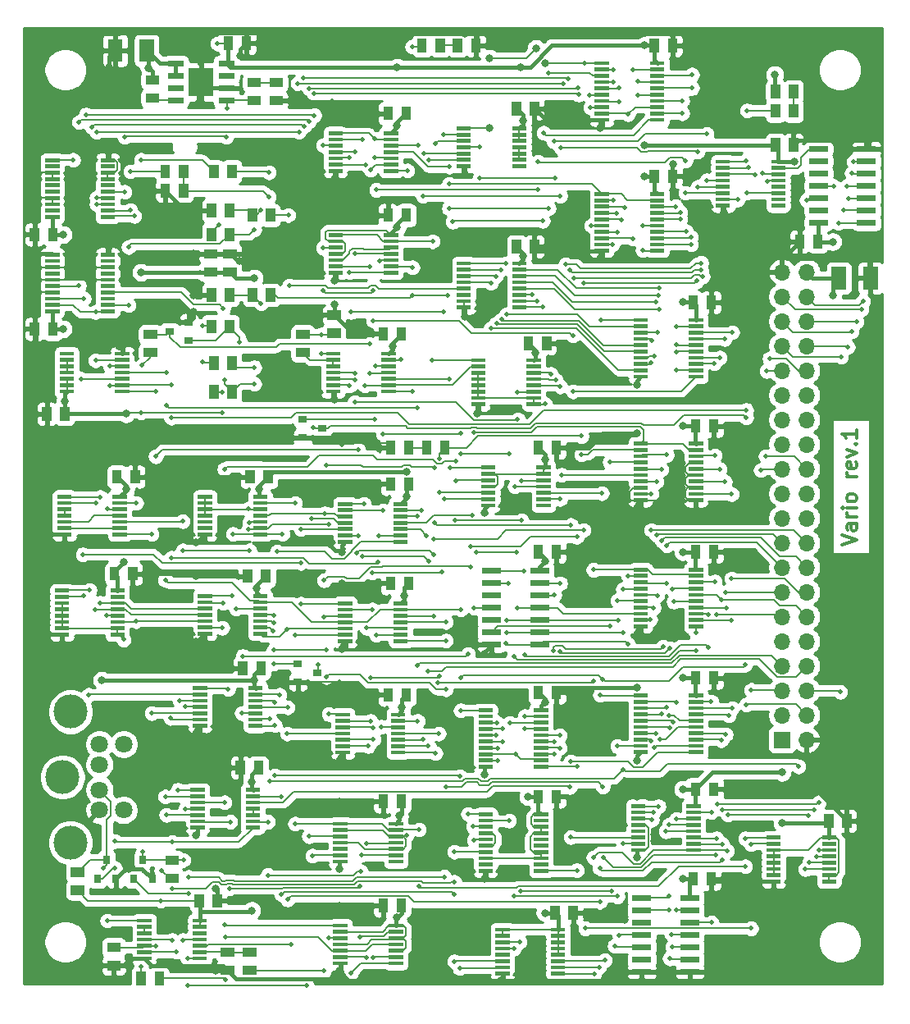
<source format=gbr>
%TF.GenerationSoftware,KiCad,Pcbnew,(5.1.6-0-10_14)*%
%TF.CreationDate,2021-02-13T08:29:22+01:00*%
%TF.ProjectId,vario,76617269-6f2e-46b6-9963-61645f706362,1*%
%TF.SameCoordinates,Original*%
%TF.FileFunction,Copper,L1,Top*%
%TF.FilePolarity,Positive*%
%FSLAX46Y46*%
G04 Gerber Fmt 4.6, Leading zero omitted, Abs format (unit mm)*
G04 Created by KiCad (PCBNEW (5.1.6-0-10_14)) date 2021-02-13 08:29:22*
%MOMM*%
%LPD*%
G01*
G04 APERTURE LIST*
%TA.AperFunction,NonConductor*%
%ADD10C,0.300000*%
%TD*%
%TA.AperFunction,SMDPad,CuDef*%
%ADD11R,2.650000X3.000000*%
%TD*%
%TA.AperFunction,SMDPad,CuDef*%
%ADD12R,0.800000X0.900000*%
%TD*%
%TA.AperFunction,SMDPad,CuDef*%
%ADD13R,0.900000X0.800000*%
%TD*%
%TA.AperFunction,ComponentPad*%
%ADD14C,1.800000*%
%TD*%
%TA.AperFunction,ComponentPad*%
%ADD15C,3.500000*%
%TD*%
%TA.AperFunction,ComponentPad*%
%ADD16O,1.700000X1.700000*%
%TD*%
%TA.AperFunction,ComponentPad*%
%ADD17R,1.700000X1.700000*%
%TD*%
%TA.AperFunction,ViaPad*%
%ADD18C,0.800000*%
%TD*%
%TA.AperFunction,ViaPad*%
%ADD19C,0.500000*%
%TD*%
%TA.AperFunction,Conductor*%
%ADD20C,0.400000*%
%TD*%
%TA.AperFunction,Conductor*%
%ADD21C,0.160000*%
%TD*%
%TA.AperFunction,Conductor*%
%ADD22C,0.254000*%
%TD*%
G04 APERTURE END LIST*
D10*
X185178571Y-104000000D02*
X186678571Y-103500000D01*
X185178571Y-103000000D01*
X186678571Y-101857142D02*
X185892857Y-101857142D01*
X185750000Y-101928571D01*
X185678571Y-102071428D01*
X185678571Y-102357142D01*
X185750000Y-102500000D01*
X186607142Y-101857142D02*
X186678571Y-102000000D01*
X186678571Y-102357142D01*
X186607142Y-102500000D01*
X186464285Y-102571428D01*
X186321428Y-102571428D01*
X186178571Y-102500000D01*
X186107142Y-102357142D01*
X186107142Y-102000000D01*
X186035714Y-101857142D01*
X186678571Y-101142857D02*
X185678571Y-101142857D01*
X185964285Y-101142857D02*
X185821428Y-101071428D01*
X185750000Y-101000000D01*
X185678571Y-100857142D01*
X185678571Y-100714285D01*
X186678571Y-100214285D02*
X185678571Y-100214285D01*
X185178571Y-100214285D02*
X185250000Y-100285714D01*
X185321428Y-100214285D01*
X185250000Y-100142857D01*
X185178571Y-100214285D01*
X185321428Y-100214285D01*
X186678571Y-99285714D02*
X186607142Y-99428571D01*
X186535714Y-99500000D01*
X186392857Y-99571428D01*
X185964285Y-99571428D01*
X185821428Y-99500000D01*
X185750000Y-99428571D01*
X185678571Y-99285714D01*
X185678571Y-99071428D01*
X185750000Y-98928571D01*
X185821428Y-98857142D01*
X185964285Y-98785714D01*
X186392857Y-98785714D01*
X186535714Y-98857142D01*
X186607142Y-98928571D01*
X186678571Y-99071428D01*
X186678571Y-99285714D01*
X186678571Y-97000000D02*
X185678571Y-97000000D01*
X185964285Y-97000000D02*
X185821428Y-96928571D01*
X185750000Y-96857142D01*
X185678571Y-96714285D01*
X185678571Y-96571428D01*
X186607142Y-95500000D02*
X186678571Y-95642857D01*
X186678571Y-95928571D01*
X186607142Y-96071428D01*
X186464285Y-96142857D01*
X185892857Y-96142857D01*
X185750000Y-96071428D01*
X185678571Y-95928571D01*
X185678571Y-95642857D01*
X185750000Y-95500000D01*
X185892857Y-95428571D01*
X186035714Y-95428571D01*
X186178571Y-96142857D01*
X185678571Y-94928571D02*
X186678571Y-94571428D01*
X185678571Y-94214285D01*
X186535714Y-93642857D02*
X186607142Y-93571428D01*
X186678571Y-93642857D01*
X186607142Y-93714285D01*
X186535714Y-93642857D01*
X186678571Y-93642857D01*
X186678571Y-92142857D02*
X186678571Y-93000000D01*
X186678571Y-92571428D02*
X185178571Y-92571428D01*
X185392857Y-92714285D01*
X185535714Y-92857142D01*
X185607142Y-93000000D01*
%TO.P,U38,14*%
%TO.N,VCC*%
%TA.AperFunction,SMDPad,CuDef*%
G36*
G01*
X105875000Y-88000000D02*
X105875000Y-88400000D01*
X104400000Y-88400000D01*
X104400000Y-88000000D01*
X105875000Y-88000000D01*
G37*
%TD.AperFunction*%
%TO.P,U38,13*%
%TA.AperFunction,SMDPad,CuDef*%
G36*
G01*
X105875000Y-87350000D02*
X105875000Y-87750000D01*
X104400000Y-87750000D01*
X104400000Y-87350000D01*
X105875000Y-87350000D01*
G37*
%TD.AperFunction*%
%TO.P,U38,12*%
%TA.AperFunction,SMDPad,CuDef*%
G36*
G01*
X105875000Y-86700000D02*
X105875000Y-87100000D01*
X104400000Y-87100000D01*
X104400000Y-86700000D01*
X105875000Y-86700000D01*
G37*
%TD.AperFunction*%
%TO.P,U38,11*%
%TO.N,Net-(U38-Pad10)*%
%TA.AperFunction,SMDPad,CuDef*%
G36*
G01*
X105875000Y-86050000D02*
X105875000Y-86450000D01*
X104400000Y-86450000D01*
X104400000Y-86050000D01*
X105875000Y-86050000D01*
G37*
%TD.AperFunction*%
%TO.P,U38,10*%
%TA.AperFunction,SMDPad,CuDef*%
G36*
G01*
X105875000Y-85400000D02*
X105875000Y-85800000D01*
X104400000Y-85800000D01*
X104400000Y-85400000D01*
X105875000Y-85400000D01*
G37*
%TD.AperFunction*%
%TO.P,U38,9*%
%TA.AperFunction,SMDPad,CuDef*%
G36*
G01*
X105875000Y-84750000D02*
X105875000Y-85150000D01*
X104400000Y-85150000D01*
X104400000Y-84750000D01*
X105875000Y-84750000D01*
G37*
%TD.AperFunction*%
%TO.P,U38,8*%
%TO.N,N/C*%
%TA.AperFunction,SMDPad,CuDef*%
G36*
G01*
X105875000Y-84100000D02*
X105875000Y-84500000D01*
X104400000Y-84500000D01*
X104400000Y-84100000D01*
X105875000Y-84100000D01*
G37*
%TD.AperFunction*%
%TO.P,U38,7*%
%TO.N,GND*%
%TA.AperFunction,SMDPad,CuDef*%
G36*
G01*
X111600000Y-84100000D02*
X111600000Y-84500000D01*
X110125000Y-84500000D01*
X110125000Y-84100000D01*
X111600000Y-84100000D01*
G37*
%TD.AperFunction*%
%TO.P,U38,6*%
%TO.N,/~card_status_oe*%
%TA.AperFunction,SMDPad,CuDef*%
G36*
G01*
X111600000Y-84750000D02*
X111600000Y-85150000D01*
X110125000Y-85150000D01*
X110125000Y-84750000D01*
X111600000Y-84750000D01*
G37*
%TD.AperFunction*%
%TO.P,U38,5*%
%TO.N,/~spi_ctrl_sel*%
%TA.AperFunction,SMDPad,CuDef*%
G36*
G01*
X111600000Y-85400000D02*
X111600000Y-85800000D01*
X110125000Y-85800000D01*
X110125000Y-85400000D01*
X111600000Y-85400000D01*
G37*
%TD.AperFunction*%
%TO.P,U38,4*%
%TO.N,/~oe*%
%TA.AperFunction,SMDPad,CuDef*%
G36*
G01*
X111600000Y-86050000D02*
X111600000Y-86450000D01*
X110125000Y-86450000D01*
X110125000Y-86050000D01*
X111600000Y-86050000D01*
G37*
%TD.AperFunction*%
%TO.P,U38,3*%
%TO.N,/card_ctl_clk*%
%TA.AperFunction,SMDPad,CuDef*%
G36*
G01*
X111600000Y-86700000D02*
X111600000Y-87100000D01*
X110125000Y-87100000D01*
X110125000Y-86700000D01*
X111600000Y-86700000D01*
G37*
%TD.AperFunction*%
%TO.P,U38,2*%
%TO.N,/~spi_ctrl_sel*%
%TA.AperFunction,SMDPad,CuDef*%
G36*
G01*
X111600000Y-87350000D02*
X111600000Y-87750000D01*
X110125000Y-87750000D01*
X110125000Y-87350000D01*
X111600000Y-87350000D01*
G37*
%TD.AperFunction*%
%TO.P,U38,1*%
%TO.N,/~we*%
%TA.AperFunction,SMDPad,CuDef*%
G36*
G01*
X111600000Y-88000000D02*
X111600000Y-88400000D01*
X110125000Y-88400000D01*
X110125000Y-88000000D01*
X111600000Y-88000000D01*
G37*
%TD.AperFunction*%
%TD*%
%TO.P,U37,16*%
%TO.N,VCC*%
%TA.AperFunction,SMDPad,CuDef*%
G36*
G01*
X177875000Y-64675000D02*
X177875000Y-64275000D01*
X179350000Y-64275000D01*
X179350000Y-64675000D01*
X177875000Y-64675000D01*
G37*
%TD.AperFunction*%
%TO.P,U37,15*%
%TO.N,Net-(U27-Pad8)*%
%TA.AperFunction,SMDPad,CuDef*%
G36*
G01*
X177875000Y-65325000D02*
X177875000Y-64925000D01*
X179350000Y-64925000D01*
X179350000Y-65325000D01*
X177875000Y-65325000D01*
G37*
%TD.AperFunction*%
%TO.P,U37,14*%
%TO.N,/a8*%
%TA.AperFunction,SMDPad,CuDef*%
G36*
G01*
X177875000Y-65975000D02*
X177875000Y-65575000D01*
X179350000Y-65575000D01*
X179350000Y-65975000D01*
X177875000Y-65975000D01*
G37*
%TD.AperFunction*%
%TO.P,U37,13*%
%TO.N,/a9*%
%TA.AperFunction,SMDPad,CuDef*%
G36*
G01*
X177875000Y-66625000D02*
X177875000Y-66225000D01*
X179350000Y-66225000D01*
X179350000Y-66625000D01*
X177875000Y-66625000D01*
G37*
%TD.AperFunction*%
%TO.P,U37,12*%
%TO.N,N/C*%
%TA.AperFunction,SMDPad,CuDef*%
G36*
G01*
X177875000Y-67275000D02*
X177875000Y-66875000D01*
X179350000Y-66875000D01*
X179350000Y-67275000D01*
X177875000Y-67275000D01*
G37*
%TD.AperFunction*%
%TO.P,U37,11*%
%TO.N,Net-(D4-Pad1)*%
%TA.AperFunction,SMDPad,CuDef*%
G36*
G01*
X177875000Y-67925000D02*
X177875000Y-67525000D01*
X179350000Y-67525000D01*
X179350000Y-67925000D01*
X177875000Y-67925000D01*
G37*
%TD.AperFunction*%
%TO.P,U37,10*%
%TO.N,N/C*%
%TA.AperFunction,SMDPad,CuDef*%
G36*
G01*
X177875000Y-68575000D02*
X177875000Y-68175000D01*
X179350000Y-68175000D01*
X179350000Y-68575000D01*
X177875000Y-68575000D01*
G37*
%TD.AperFunction*%
%TO.P,U37,9*%
%TA.AperFunction,SMDPad,CuDef*%
G36*
G01*
X177875000Y-69225000D02*
X177875000Y-68825000D01*
X179350000Y-68825000D01*
X179350000Y-69225000D01*
X177875000Y-69225000D01*
G37*
%TD.AperFunction*%
%TO.P,U37,8*%
%TO.N,GND*%
%TA.AperFunction,SMDPad,CuDef*%
G36*
G01*
X172150000Y-69225000D02*
X172150000Y-68825000D01*
X173625000Y-68825000D01*
X173625000Y-69225000D01*
X172150000Y-69225000D01*
G37*
%TD.AperFunction*%
%TO.P,U37,7*%
%TO.N,/~spi_ctrl_sel*%
%TA.AperFunction,SMDPad,CuDef*%
G36*
G01*
X172150000Y-68575000D02*
X172150000Y-68175000D01*
X173625000Y-68175000D01*
X173625000Y-68575000D01*
X172150000Y-68575000D01*
G37*
%TD.AperFunction*%
%TO.P,U37,6*%
%TO.N,/~spi_data_sel*%
%TA.AperFunction,SMDPad,CuDef*%
G36*
G01*
X172150000Y-67925000D02*
X172150000Y-67525000D01*
X173625000Y-67525000D01*
X173625000Y-67925000D01*
X172150000Y-67925000D01*
G37*
%TD.AperFunction*%
%TO.P,U37,5*%
%TO.N,/~ps2_status_sel*%
%TA.AperFunction,SMDPad,CuDef*%
G36*
G01*
X172150000Y-67275000D02*
X172150000Y-66875000D01*
X173625000Y-66875000D01*
X173625000Y-67275000D01*
X172150000Y-67275000D01*
G37*
%TD.AperFunction*%
%TO.P,U37,4*%
%TO.N,/~ps2_data_sel*%
%TA.AperFunction,SMDPad,CuDef*%
G36*
G01*
X172150000Y-66625000D02*
X172150000Y-66225000D01*
X173625000Y-66225000D01*
X173625000Y-66625000D01*
X172150000Y-66625000D01*
G37*
%TD.AperFunction*%
%TO.P,U37,3*%
%TO.N,/a1*%
%TA.AperFunction,SMDPad,CuDef*%
G36*
G01*
X172150000Y-65975000D02*
X172150000Y-65575000D01*
X173625000Y-65575000D01*
X173625000Y-65975000D01*
X172150000Y-65975000D01*
G37*
%TD.AperFunction*%
%TO.P,U37,2*%
%TO.N,/a0*%
%TA.AperFunction,SMDPad,CuDef*%
G36*
G01*
X172150000Y-65325000D02*
X172150000Y-64925000D01*
X173625000Y-64925000D01*
X173625000Y-65325000D01*
X172150000Y-65325000D01*
G37*
%TD.AperFunction*%
%TO.P,U37,1*%
%TO.N,Net-(D4-Pad1)*%
%TA.AperFunction,SMDPad,CuDef*%
G36*
G01*
X172150000Y-64675000D02*
X172150000Y-64275000D01*
X173625000Y-64275000D01*
X173625000Y-64675000D01*
X172150000Y-64675000D01*
G37*
%TD.AperFunction*%
%TD*%
D11*
%TO.P,U36,9*%
%TO.N,GND*%
X119000000Y-56250000D03*
%TO.P,U36,8*%
%TO.N,VCC*%
%TA.AperFunction,SMDPad,CuDef*%
G36*
G01*
X120800000Y-54645000D02*
X120800000Y-54045000D01*
X122450000Y-54045000D01*
X122450000Y-54645000D01*
X120800000Y-54645000D01*
G37*
%TD.AperFunction*%
%TO.P,U36,7*%
%TO.N,N/C*%
%TA.AperFunction,SMDPad,CuDef*%
G36*
G01*
X120800000Y-55915000D02*
X120800000Y-55315000D01*
X122450000Y-55315000D01*
X122450000Y-55915000D01*
X120800000Y-55915000D01*
G37*
%TD.AperFunction*%
%TO.P,U36,6*%
%TO.N,GND*%
%TA.AperFunction,SMDPad,CuDef*%
G36*
G01*
X120800000Y-57185000D02*
X120800000Y-56585000D01*
X122450000Y-56585000D01*
X122450000Y-57185000D01*
X120800000Y-57185000D01*
G37*
%TD.AperFunction*%
%TO.P,U36,5*%
%TO.N,/en_3v3*%
%TA.AperFunction,SMDPad,CuDef*%
G36*
G01*
X120800000Y-58455000D02*
X120800000Y-57855000D01*
X122450000Y-57855000D01*
X122450000Y-58455000D01*
X120800000Y-58455000D01*
G37*
%TD.AperFunction*%
%TO.P,U36,4*%
%TO.N,Net-(C40-Pad2)*%
%TA.AperFunction,SMDPad,CuDef*%
G36*
G01*
X115550000Y-58455000D02*
X115550000Y-57855000D01*
X117200000Y-57855000D01*
X117200000Y-58455000D01*
X115550000Y-58455000D01*
G37*
%TD.AperFunction*%
%TO.P,U36,3*%
%TO.N,N/C*%
%TA.AperFunction,SMDPad,CuDef*%
G36*
G01*
X115550000Y-57185000D02*
X115550000Y-56585000D01*
X117200000Y-56585000D01*
X117200000Y-57185000D01*
X115550000Y-57185000D01*
G37*
%TD.AperFunction*%
%TO.P,U36,2*%
%TO.N,+3V3*%
%TA.AperFunction,SMDPad,CuDef*%
G36*
G01*
X115550000Y-55915000D02*
X115550000Y-55315000D01*
X117200000Y-55315000D01*
X117200000Y-55915000D01*
X115550000Y-55915000D01*
G37*
%TD.AperFunction*%
%TO.P,U36,1*%
%TA.AperFunction,SMDPad,CuDef*%
G36*
G01*
X115550000Y-54645000D02*
X115550000Y-54045000D01*
X117200000Y-54045000D01*
X117200000Y-54645000D01*
X115550000Y-54645000D01*
G37*
%TD.AperFunction*%
%TD*%
%TO.P,U35,20*%
%TO.N,VCC*%
%TA.AperFunction,SMDPad,CuDef*%
G36*
G01*
X104375000Y-79725000D02*
X104375000Y-80125000D01*
X102900000Y-80125000D01*
X102900000Y-79725000D01*
X104375000Y-79725000D01*
G37*
%TD.AperFunction*%
%TO.P,U35,19*%
%TO.N,/~card_status_oe*%
%TA.AperFunction,SMDPad,CuDef*%
G36*
G01*
X104375000Y-79075000D02*
X104375000Y-79475000D01*
X102900000Y-79475000D01*
X102900000Y-79075000D01*
X104375000Y-79075000D01*
G37*
%TD.AperFunction*%
%TO.P,U35,18*%
%TO.N,/d0*%
%TA.AperFunction,SMDPad,CuDef*%
G36*
G01*
X104375000Y-78425000D02*
X104375000Y-78825000D01*
X102900000Y-78825000D01*
X102900000Y-78425000D01*
X104375000Y-78425000D01*
G37*
%TD.AperFunction*%
%TO.P,U35,17*%
%TO.N,GND*%
%TA.AperFunction,SMDPad,CuDef*%
G36*
G01*
X104375000Y-77775000D02*
X104375000Y-78175000D01*
X102900000Y-78175000D01*
X102900000Y-77775000D01*
X104375000Y-77775000D01*
G37*
%TD.AperFunction*%
%TO.P,U35,16*%
%TO.N,/d1*%
%TA.AperFunction,SMDPad,CuDef*%
G36*
G01*
X104375000Y-77125000D02*
X104375000Y-77525000D01*
X102900000Y-77525000D01*
X102900000Y-77125000D01*
X104375000Y-77125000D01*
G37*
%TD.AperFunction*%
%TO.P,U35,15*%
%TO.N,GND*%
%TA.AperFunction,SMDPad,CuDef*%
G36*
G01*
X104375000Y-76475000D02*
X104375000Y-76875000D01*
X102900000Y-76875000D01*
X102900000Y-76475000D01*
X104375000Y-76475000D01*
G37*
%TD.AperFunction*%
%TO.P,U35,14*%
%TO.N,N/C*%
%TA.AperFunction,SMDPad,CuDef*%
G36*
G01*
X104375000Y-75825000D02*
X104375000Y-76225000D01*
X102900000Y-76225000D01*
X102900000Y-75825000D01*
X104375000Y-75825000D01*
G37*
%TD.AperFunction*%
%TO.P,U35,13*%
%TO.N,GND*%
%TA.AperFunction,SMDPad,CuDef*%
G36*
G01*
X104375000Y-75175000D02*
X104375000Y-75575000D01*
X102900000Y-75575000D01*
X102900000Y-75175000D01*
X104375000Y-75175000D01*
G37*
%TD.AperFunction*%
%TO.P,U35,12*%
%TO.N,N/C*%
%TA.AperFunction,SMDPad,CuDef*%
G36*
G01*
X104375000Y-74525000D02*
X104375000Y-74925000D01*
X102900000Y-74925000D01*
X102900000Y-74525000D01*
X104375000Y-74525000D01*
G37*
%TD.AperFunction*%
%TO.P,U35,11*%
%TO.N,GND*%
%TA.AperFunction,SMDPad,CuDef*%
G36*
G01*
X104375000Y-73875000D02*
X104375000Y-74275000D01*
X102900000Y-74275000D01*
X102900000Y-73875000D01*
X104375000Y-73875000D01*
G37*
%TD.AperFunction*%
%TO.P,U35,10*%
%TA.AperFunction,SMDPad,CuDef*%
G36*
G01*
X110100000Y-73875000D02*
X110100000Y-74275000D01*
X108625000Y-74275000D01*
X108625000Y-73875000D01*
X110100000Y-73875000D01*
G37*
%TD.AperFunction*%
%TO.P,U35,9*%
%TO.N,N/C*%
%TA.AperFunction,SMDPad,CuDef*%
G36*
G01*
X110100000Y-74525000D02*
X110100000Y-74925000D01*
X108625000Y-74925000D01*
X108625000Y-74525000D01*
X110100000Y-74525000D01*
G37*
%TD.AperFunction*%
%TO.P,U35,8*%
%TO.N,GND*%
%TA.AperFunction,SMDPad,CuDef*%
G36*
G01*
X110100000Y-75175000D02*
X110100000Y-75575000D01*
X108625000Y-75575000D01*
X108625000Y-75175000D01*
X110100000Y-75175000D01*
G37*
%TD.AperFunction*%
%TO.P,U35,7*%
%TO.N,N/C*%
%TA.AperFunction,SMDPad,CuDef*%
G36*
G01*
X110100000Y-75825000D02*
X110100000Y-76225000D01*
X108625000Y-76225000D01*
X108625000Y-75825000D01*
X110100000Y-75825000D01*
G37*
%TD.AperFunction*%
%TO.P,U35,6*%
%TO.N,GND*%
%TA.AperFunction,SMDPad,CuDef*%
G36*
G01*
X110100000Y-76475000D02*
X110100000Y-76875000D01*
X108625000Y-76875000D01*
X108625000Y-76475000D01*
X110100000Y-76475000D01*
G37*
%TD.AperFunction*%
%TO.P,U35,5*%
%TO.N,N/C*%
%TA.AperFunction,SMDPad,CuDef*%
G36*
G01*
X110100000Y-77125000D02*
X110100000Y-77525000D01*
X108625000Y-77525000D01*
X108625000Y-77125000D01*
X110100000Y-77125000D01*
G37*
%TD.AperFunction*%
%TO.P,U35,4*%
%TO.N,/write_protect*%
%TA.AperFunction,SMDPad,CuDef*%
G36*
G01*
X110100000Y-77775000D02*
X110100000Y-78175000D01*
X108625000Y-78175000D01*
X108625000Y-77775000D01*
X110100000Y-77775000D01*
G37*
%TD.AperFunction*%
%TO.P,U35,3*%
%TO.N,N/C*%
%TA.AperFunction,SMDPad,CuDef*%
G36*
G01*
X110100000Y-78425000D02*
X110100000Y-78825000D01*
X108625000Y-78825000D01*
X108625000Y-78425000D01*
X110100000Y-78425000D01*
G37*
%TD.AperFunction*%
%TO.P,U35,2*%
%TO.N,/~card_detect*%
%TA.AperFunction,SMDPad,CuDef*%
G36*
G01*
X110100000Y-79075000D02*
X110100000Y-79475000D01*
X108625000Y-79475000D01*
X108625000Y-79075000D01*
X110100000Y-79075000D01*
G37*
%TD.AperFunction*%
%TO.P,U35,1*%
%TO.N,/~card_status_oe*%
%TA.AperFunction,SMDPad,CuDef*%
G36*
G01*
X110100000Y-79725000D02*
X110100000Y-80125000D01*
X108625000Y-80125000D01*
X108625000Y-79725000D01*
X110100000Y-79725000D01*
G37*
%TD.AperFunction*%
%TD*%
%TO.P,U34,20*%
%TO.N,VCC*%
%TA.AperFunction,SMDPad,CuDef*%
G36*
G01*
X104375000Y-69975000D02*
X104375000Y-70375000D01*
X102900000Y-70375000D01*
X102900000Y-69975000D01*
X104375000Y-69975000D01*
G37*
%TD.AperFunction*%
%TO.P,U34,19*%
%TO.N,N/C*%
%TA.AperFunction,SMDPad,CuDef*%
G36*
G01*
X104375000Y-69325000D02*
X104375000Y-69725000D01*
X102900000Y-69725000D01*
X102900000Y-69325000D01*
X104375000Y-69325000D01*
G37*
%TD.AperFunction*%
%TO.P,U34,18*%
%TO.N,GND*%
%TA.AperFunction,SMDPad,CuDef*%
G36*
G01*
X104375000Y-68675000D02*
X104375000Y-69075000D01*
X102900000Y-69075000D01*
X102900000Y-68675000D01*
X104375000Y-68675000D01*
G37*
%TD.AperFunction*%
%TO.P,U34,17*%
%TA.AperFunction,SMDPad,CuDef*%
G36*
G01*
X104375000Y-68025000D02*
X104375000Y-68425000D01*
X102900000Y-68425000D01*
X102900000Y-68025000D01*
X104375000Y-68025000D01*
G37*
%TD.AperFunction*%
%TO.P,U34,16*%
%TO.N,N/C*%
%TA.AperFunction,SMDPad,CuDef*%
G36*
G01*
X104375000Y-67375000D02*
X104375000Y-67775000D01*
X102900000Y-67775000D01*
X102900000Y-67375000D01*
X104375000Y-67375000D01*
G37*
%TD.AperFunction*%
%TO.P,U34,15*%
%TA.AperFunction,SMDPad,CuDef*%
G36*
G01*
X104375000Y-66725000D02*
X104375000Y-67125000D01*
X102900000Y-67125000D01*
X102900000Y-66725000D01*
X104375000Y-66725000D01*
G37*
%TD.AperFunction*%
%TO.P,U34,14*%
%TO.N,GND*%
%TA.AperFunction,SMDPad,CuDef*%
G36*
G01*
X104375000Y-66075000D02*
X104375000Y-66475000D01*
X102900000Y-66475000D01*
X102900000Y-66075000D01*
X104375000Y-66075000D01*
G37*
%TD.AperFunction*%
%TO.P,U34,13*%
%TA.AperFunction,SMDPad,CuDef*%
G36*
G01*
X104375000Y-65425000D02*
X104375000Y-65825000D01*
X102900000Y-65825000D01*
X102900000Y-65425000D01*
X104375000Y-65425000D01*
G37*
%TD.AperFunction*%
%TO.P,U34,12*%
%TO.N,N/C*%
%TA.AperFunction,SMDPad,CuDef*%
G36*
G01*
X104375000Y-64775000D02*
X104375000Y-65175000D01*
X102900000Y-65175000D01*
X102900000Y-64775000D01*
X104375000Y-64775000D01*
G37*
%TD.AperFunction*%
%TO.P,U34,11*%
%TO.N,/card_ctl_clk*%
%TA.AperFunction,SMDPad,CuDef*%
G36*
G01*
X104375000Y-64125000D02*
X104375000Y-64525000D01*
X102900000Y-64525000D01*
X102900000Y-64125000D01*
X104375000Y-64125000D01*
G37*
%TD.AperFunction*%
%TO.P,U34,10*%
%TO.N,GND*%
%TA.AperFunction,SMDPad,CuDef*%
G36*
G01*
X110100000Y-64125000D02*
X110100000Y-64525000D01*
X108625000Y-64525000D01*
X108625000Y-64125000D01*
X110100000Y-64125000D01*
G37*
%TD.AperFunction*%
%TO.P,U34,9*%
%TO.N,N/C*%
%TA.AperFunction,SMDPad,CuDef*%
G36*
G01*
X110100000Y-64775000D02*
X110100000Y-65175000D01*
X108625000Y-65175000D01*
X108625000Y-64775000D01*
X110100000Y-64775000D01*
G37*
%TD.AperFunction*%
%TO.P,U34,8*%
%TO.N,GND*%
%TA.AperFunction,SMDPad,CuDef*%
G36*
G01*
X110100000Y-65425000D02*
X110100000Y-65825000D01*
X108625000Y-65825000D01*
X108625000Y-65425000D01*
X110100000Y-65425000D01*
G37*
%TD.AperFunction*%
%TO.P,U34,7*%
%TA.AperFunction,SMDPad,CuDef*%
G36*
G01*
X110100000Y-66075000D02*
X110100000Y-66475000D01*
X108625000Y-66475000D01*
X108625000Y-66075000D01*
X110100000Y-66075000D01*
G37*
%TD.AperFunction*%
%TO.P,U34,6*%
%TO.N,N/C*%
%TA.AperFunction,SMDPad,CuDef*%
G36*
G01*
X110100000Y-66725000D02*
X110100000Y-67125000D01*
X108625000Y-67125000D01*
X108625000Y-66725000D01*
X110100000Y-66725000D01*
G37*
%TD.AperFunction*%
%TO.P,U34,5*%
%TO.N,/en_3v3*%
%TA.AperFunction,SMDPad,CuDef*%
G36*
G01*
X110100000Y-67375000D02*
X110100000Y-67775000D01*
X108625000Y-67775000D01*
X108625000Y-67375000D01*
X110100000Y-67375000D01*
G37*
%TD.AperFunction*%
%TO.P,U34,4*%
%TO.N,/d3*%
%TA.AperFunction,SMDPad,CuDef*%
G36*
G01*
X110100000Y-68025000D02*
X110100000Y-68425000D01*
X108625000Y-68425000D01*
X108625000Y-68025000D01*
X110100000Y-68025000D01*
G37*
%TD.AperFunction*%
%TO.P,U34,3*%
%TO.N,/d2*%
%TA.AperFunction,SMDPad,CuDef*%
G36*
G01*
X110100000Y-68675000D02*
X110100000Y-69075000D01*
X108625000Y-69075000D01*
X108625000Y-68675000D01*
X110100000Y-68675000D01*
G37*
%TD.AperFunction*%
%TO.P,U34,2*%
%TO.N,/~card_cs*%
%TA.AperFunction,SMDPad,CuDef*%
G36*
G01*
X110100000Y-69325000D02*
X110100000Y-69725000D01*
X108625000Y-69725000D01*
X108625000Y-69325000D01*
X110100000Y-69325000D01*
G37*
%TD.AperFunction*%
%TO.P,U34,1*%
%TO.N,~rst*%
%TA.AperFunction,SMDPad,CuDef*%
G36*
G01*
X110100000Y-69975000D02*
X110100000Y-70375000D01*
X108625000Y-70375000D01*
X108625000Y-69975000D01*
X110100000Y-69975000D01*
G37*
%TD.AperFunction*%
%TD*%
%TO.P,U33,14*%
%TO.N,VCC*%
%TA.AperFunction,SMDPad,CuDef*%
G36*
G01*
X151125000Y-61250000D02*
X151125000Y-60850000D01*
X152600000Y-60850000D01*
X152600000Y-61250000D01*
X151125000Y-61250000D01*
G37*
%TD.AperFunction*%
%TO.P,U33,13*%
%TA.AperFunction,SMDPad,CuDef*%
G36*
G01*
X151125000Y-61900000D02*
X151125000Y-61500000D01*
X152600000Y-61500000D01*
X152600000Y-61900000D01*
X151125000Y-61900000D01*
G37*
%TD.AperFunction*%
%TO.P,U33,12*%
%TA.AperFunction,SMDPad,CuDef*%
G36*
G01*
X151125000Y-62550000D02*
X151125000Y-62150000D01*
X152600000Y-62150000D01*
X152600000Y-62550000D01*
X151125000Y-62550000D01*
G37*
%TD.AperFunction*%
%TO.P,U33,11*%
%TO.N,Net-(U33-Pad10)*%
%TA.AperFunction,SMDPad,CuDef*%
G36*
G01*
X151125000Y-63200000D02*
X151125000Y-62800000D01*
X152600000Y-62800000D01*
X152600000Y-63200000D01*
X151125000Y-63200000D01*
G37*
%TD.AperFunction*%
%TO.P,U33,10*%
%TA.AperFunction,SMDPad,CuDef*%
G36*
G01*
X151125000Y-63850000D02*
X151125000Y-63450000D01*
X152600000Y-63450000D01*
X152600000Y-63850000D01*
X151125000Y-63850000D01*
G37*
%TD.AperFunction*%
%TO.P,U33,9*%
%TA.AperFunction,SMDPad,CuDef*%
G36*
G01*
X151125000Y-64500000D02*
X151125000Y-64100000D01*
X152600000Y-64100000D01*
X152600000Y-64500000D01*
X151125000Y-64500000D01*
G37*
%TD.AperFunction*%
%TO.P,U33,8*%
%TO.N,N/C*%
%TA.AperFunction,SMDPad,CuDef*%
G36*
G01*
X151125000Y-65150000D02*
X151125000Y-64750000D01*
X152600000Y-64750000D01*
X152600000Y-65150000D01*
X151125000Y-65150000D01*
G37*
%TD.AperFunction*%
%TO.P,U33,7*%
%TO.N,GND*%
%TA.AperFunction,SMDPad,CuDef*%
G36*
G01*
X145400000Y-65150000D02*
X145400000Y-64750000D01*
X146875000Y-64750000D01*
X146875000Y-65150000D01*
X145400000Y-65150000D01*
G37*
%TD.AperFunction*%
%TO.P,U33,6*%
%TO.N,/ps2/~sel*%
%TA.AperFunction,SMDPad,CuDef*%
G36*
G01*
X145400000Y-64500000D02*
X145400000Y-64100000D01*
X146875000Y-64100000D01*
X146875000Y-64500000D01*
X145400000Y-64500000D01*
G37*
%TD.AperFunction*%
%TO.P,U33,5*%
%TO.N,/~ps2_status_sel*%
%TA.AperFunction,SMDPad,CuDef*%
G36*
G01*
X145400000Y-63850000D02*
X145400000Y-63450000D01*
X146875000Y-63450000D01*
X146875000Y-63850000D01*
X145400000Y-63850000D01*
G37*
%TD.AperFunction*%
%TO.P,U33,4*%
%TO.N,/~ps2_data_sel*%
%TA.AperFunction,SMDPad,CuDef*%
G36*
G01*
X145400000Y-63200000D02*
X145400000Y-62800000D01*
X146875000Y-62800000D01*
X146875000Y-63200000D01*
X145400000Y-63200000D01*
G37*
%TD.AperFunction*%
%TO.P,U33,3*%
%TO.N,/SPI/~int_rst*%
%TA.AperFunction,SMDPad,CuDef*%
G36*
G01*
X145400000Y-62550000D02*
X145400000Y-62150000D01*
X146875000Y-62150000D01*
X146875000Y-62550000D01*
X145400000Y-62550000D01*
G37*
%TD.AperFunction*%
%TO.P,U33,2*%
%TO.N,/SPI/~count3*%
%TA.AperFunction,SMDPad,CuDef*%
G36*
G01*
X145400000Y-61900000D02*
X145400000Y-61500000D01*
X146875000Y-61500000D01*
X146875000Y-61900000D01*
X145400000Y-61900000D01*
G37*
%TD.AperFunction*%
%TO.P,U33,1*%
%TO.N,~rst*%
%TA.AperFunction,SMDPad,CuDef*%
G36*
G01*
X145400000Y-61250000D02*
X145400000Y-60850000D01*
X146875000Y-60850000D01*
X146875000Y-61250000D01*
X145400000Y-61250000D01*
G37*
%TD.AperFunction*%
%TD*%
%TO.P,U32,14*%
%TO.N,VCC*%
%TA.AperFunction,SMDPad,CuDef*%
G36*
G01*
X137875000Y-61750000D02*
X137875000Y-61350000D01*
X139350000Y-61350000D01*
X139350000Y-61750000D01*
X137875000Y-61750000D01*
G37*
%TD.AperFunction*%
%TO.P,U32,13*%
%TO.N,/~spi_data_sel*%
%TA.AperFunction,SMDPad,CuDef*%
G36*
G01*
X137875000Y-62400000D02*
X137875000Y-62000000D01*
X139350000Y-62000000D01*
X139350000Y-62400000D01*
X137875000Y-62400000D01*
G37*
%TD.AperFunction*%
%TO.P,U32,12*%
%TO.N,/~oe*%
%TA.AperFunction,SMDPad,CuDef*%
G36*
G01*
X137875000Y-63050000D02*
X137875000Y-62650000D01*
X139350000Y-62650000D01*
X139350000Y-63050000D01*
X137875000Y-63050000D01*
G37*
%TD.AperFunction*%
%TO.P,U32,11*%
%TO.N,/SPI/~oe_to_d*%
%TA.AperFunction,SMDPad,CuDef*%
G36*
G01*
X137875000Y-63700000D02*
X137875000Y-63300000D01*
X139350000Y-63300000D01*
X139350000Y-63700000D01*
X137875000Y-63700000D01*
G37*
%TD.AperFunction*%
%TO.P,U32,10*%
%TO.N,/~spi_data_sel*%
%TA.AperFunction,SMDPad,CuDef*%
G36*
G01*
X137875000Y-64350000D02*
X137875000Y-63950000D01*
X139350000Y-63950000D01*
X139350000Y-64350000D01*
X137875000Y-64350000D01*
G37*
%TD.AperFunction*%
%TO.P,U32,9*%
%TO.N,/SPI/rdy_int*%
%TA.AperFunction,SMDPad,CuDef*%
G36*
G01*
X137875000Y-65000000D02*
X137875000Y-64600000D01*
X139350000Y-64600000D01*
X139350000Y-65000000D01*
X137875000Y-65000000D01*
G37*
%TD.AperFunction*%
%TO.P,U32,8*%
%TO.N,/SPI/rdy_out*%
%TA.AperFunction,SMDPad,CuDef*%
G36*
G01*
X137875000Y-65650000D02*
X137875000Y-65250000D01*
X139350000Y-65250000D01*
X139350000Y-65650000D01*
X137875000Y-65650000D01*
G37*
%TD.AperFunction*%
%TO.P,U32,7*%
%TO.N,GND*%
%TA.AperFunction,SMDPad,CuDef*%
G36*
G01*
X132150000Y-65650000D02*
X132150000Y-65250000D01*
X133625000Y-65250000D01*
X133625000Y-65650000D01*
X132150000Y-65650000D01*
G37*
%TD.AperFunction*%
%TO.P,U32,6*%
%TO.N,/SPI/~clk*%
%TA.AperFunction,SMDPad,CuDef*%
G36*
G01*
X132150000Y-65000000D02*
X132150000Y-64600000D01*
X133625000Y-64600000D01*
X133625000Y-65000000D01*
X132150000Y-65000000D01*
G37*
%TD.AperFunction*%
%TO.P,U32,5*%
%TO.N,/SPI/~clk_ena*%
%TA.AperFunction,SMDPad,CuDef*%
G36*
G01*
X132150000Y-64350000D02*
X132150000Y-63950000D01*
X133625000Y-63950000D01*
X133625000Y-64350000D01*
X132150000Y-64350000D01*
G37*
%TD.AperFunction*%
%TO.P,U32,4*%
%TO.N,/SPI/~int_clk*%
%TA.AperFunction,SMDPad,CuDef*%
G36*
G01*
X132150000Y-63700000D02*
X132150000Y-63300000D01*
X133625000Y-63300000D01*
X133625000Y-63700000D01*
X132150000Y-63700000D01*
G37*
%TD.AperFunction*%
%TO.P,U32,3*%
%TO.N,/SPI/reg_send_cp*%
%TA.AperFunction,SMDPad,CuDef*%
G36*
G01*
X132150000Y-63050000D02*
X132150000Y-62650000D01*
X133625000Y-62650000D01*
X133625000Y-63050000D01*
X132150000Y-63050000D01*
G37*
%TD.AperFunction*%
%TO.P,U32,2*%
%TO.N,/~we*%
%TA.AperFunction,SMDPad,CuDef*%
G36*
G01*
X132150000Y-62400000D02*
X132150000Y-62000000D01*
X133625000Y-62000000D01*
X133625000Y-62400000D01*
X132150000Y-62400000D01*
G37*
%TD.AperFunction*%
%TO.P,U32,1*%
%TO.N,/~spi_data_sel*%
%TA.AperFunction,SMDPad,CuDef*%
G36*
G01*
X132150000Y-61750000D02*
X132150000Y-61350000D01*
X133625000Y-61350000D01*
X133625000Y-61750000D01*
X132150000Y-61750000D01*
G37*
%TD.AperFunction*%
%TD*%
%TO.P,U31,14*%
%TO.N,VCC*%
%TA.AperFunction,SMDPad,CuDef*%
G36*
G01*
X137625000Y-84500000D02*
X137625000Y-84100000D01*
X139100000Y-84100000D01*
X139100000Y-84500000D01*
X137625000Y-84500000D01*
G37*
%TD.AperFunction*%
%TO.P,U31,13*%
%TO.N,/SPI/rdy_out*%
%TA.AperFunction,SMDPad,CuDef*%
G36*
G01*
X137625000Y-85150000D02*
X137625000Y-84750000D01*
X139100000Y-84750000D01*
X139100000Y-85150000D01*
X137625000Y-85150000D01*
G37*
%TD.AperFunction*%
%TO.P,U31,12*%
%TO.N,/SPI/~rdy_out*%
%TA.AperFunction,SMDPad,CuDef*%
G36*
G01*
X137625000Y-85800000D02*
X137625000Y-85400000D01*
X139100000Y-85400000D01*
X139100000Y-85800000D01*
X137625000Y-85800000D01*
G37*
%TD.AperFunction*%
%TO.P,U31,11*%
%TO.N,/~miso*%
%TA.AperFunction,SMDPad,CuDef*%
G36*
G01*
X137625000Y-86450000D02*
X137625000Y-86050000D01*
X139100000Y-86050000D01*
X139100000Y-86450000D01*
X137625000Y-86450000D01*
G37*
%TD.AperFunction*%
%TO.P,U31,10*%
%TO.N,/SPI/miso*%
%TA.AperFunction,SMDPad,CuDef*%
G36*
G01*
X137625000Y-87100000D02*
X137625000Y-86700000D01*
X139100000Y-86700000D01*
X139100000Y-87100000D01*
X137625000Y-87100000D01*
G37*
%TD.AperFunction*%
%TO.P,U31,9*%
%TO.N,/SPI/~clk*%
%TA.AperFunction,SMDPad,CuDef*%
G36*
G01*
X137625000Y-87750000D02*
X137625000Y-87350000D01*
X139100000Y-87350000D01*
X139100000Y-87750000D01*
X137625000Y-87750000D01*
G37*
%TD.AperFunction*%
%TO.P,U31,8*%
%TO.N,/SPI/clk*%
%TA.AperFunction,SMDPad,CuDef*%
G36*
G01*
X137625000Y-88400000D02*
X137625000Y-88000000D01*
X139100000Y-88000000D01*
X139100000Y-88400000D01*
X137625000Y-88400000D01*
G37*
%TD.AperFunction*%
%TO.P,U31,7*%
%TO.N,GND*%
%TA.AperFunction,SMDPad,CuDef*%
G36*
G01*
X131900000Y-88400000D02*
X131900000Y-88000000D01*
X133375000Y-88000000D01*
X133375000Y-88400000D01*
X131900000Y-88400000D01*
G37*
%TD.AperFunction*%
%TO.P,U31,6*%
%TO.N,/SPI/~count3*%
%TA.AperFunction,SMDPad,CuDef*%
G36*
G01*
X131900000Y-87750000D02*
X131900000Y-87350000D01*
X133375000Y-87350000D01*
X133375000Y-87750000D01*
X131900000Y-87750000D01*
G37*
%TD.AperFunction*%
%TO.P,U31,5*%
%TO.N,/SPI/count3*%
%TA.AperFunction,SMDPad,CuDef*%
G36*
G01*
X131900000Y-87100000D02*
X131900000Y-86700000D01*
X133375000Y-86700000D01*
X133375000Y-87100000D01*
X131900000Y-87100000D01*
G37*
%TD.AperFunction*%
%TO.P,U31,4*%
%TO.N,/SPI/~int_clk*%
%TA.AperFunction,SMDPad,CuDef*%
G36*
G01*
X131900000Y-86450000D02*
X131900000Y-86050000D01*
X133375000Y-86050000D01*
X133375000Y-86450000D01*
X131900000Y-86450000D01*
G37*
%TD.AperFunction*%
%TO.P,U31,3*%
%TO.N,/SPI/int_clk*%
%TA.AperFunction,SMDPad,CuDef*%
G36*
G01*
X131900000Y-85800000D02*
X131900000Y-85400000D01*
X133375000Y-85400000D01*
X133375000Y-85800000D01*
X131900000Y-85800000D01*
G37*
%TD.AperFunction*%
%TO.P,U31,2*%
%TA.AperFunction,SMDPad,CuDef*%
G36*
G01*
X131900000Y-85150000D02*
X131900000Y-84750000D01*
X133375000Y-84750000D01*
X133375000Y-85150000D01*
X131900000Y-85150000D01*
G37*
%TD.AperFunction*%
%TO.P,U31,1*%
%TO.N,Net-(C33-Pad1)*%
%TA.AperFunction,SMDPad,CuDef*%
G36*
G01*
X131900000Y-84500000D02*
X131900000Y-84100000D01*
X133375000Y-84100000D01*
X133375000Y-84500000D01*
X131900000Y-84500000D01*
G37*
%TD.AperFunction*%
%TD*%
%TO.P,U30,14*%
%TO.N,VCC*%
%TA.AperFunction,SMDPad,CuDef*%
G36*
G01*
X138625000Y-121750000D02*
X138625000Y-121350000D01*
X140100000Y-121350000D01*
X140100000Y-121750000D01*
X138625000Y-121750000D01*
G37*
%TD.AperFunction*%
%TO.P,U30,13*%
%TO.N,/~oe*%
%TA.AperFunction,SMDPad,CuDef*%
G36*
G01*
X138625000Y-122400000D02*
X138625000Y-122000000D01*
X140100000Y-122000000D01*
X140100000Y-122400000D01*
X138625000Y-122400000D01*
G37*
%TD.AperFunction*%
%TO.P,U30,12*%
%TO.N,/~ps2_data_sel*%
%TA.AperFunction,SMDPad,CuDef*%
G36*
G01*
X138625000Y-123050000D02*
X138625000Y-122650000D01*
X140100000Y-122650000D01*
X140100000Y-123050000D01*
X138625000Y-123050000D01*
G37*
%TD.AperFunction*%
%TO.P,U30,11*%
%TO.N,/ps2/~data_oe*%
%TA.AperFunction,SMDPad,CuDef*%
G36*
G01*
X138625000Y-123700000D02*
X138625000Y-123300000D01*
X140100000Y-123300000D01*
X140100000Y-123700000D01*
X138625000Y-123700000D01*
G37*
%TD.AperFunction*%
%TO.P,U30,10*%
%TO.N,/~ps2_status_sel*%
%TA.AperFunction,SMDPad,CuDef*%
G36*
G01*
X138625000Y-124350000D02*
X138625000Y-123950000D01*
X140100000Y-123950000D01*
X140100000Y-124350000D01*
X138625000Y-124350000D01*
G37*
%TD.AperFunction*%
%TO.P,U30,9*%
%TO.N,/~we*%
%TA.AperFunction,SMDPad,CuDef*%
G36*
G01*
X138625000Y-125000000D02*
X138625000Y-124600000D01*
X140100000Y-124600000D01*
X140100000Y-125000000D01*
X138625000Y-125000000D01*
G37*
%TD.AperFunction*%
%TO.P,U30,8*%
%TO.N,/ps2/~status_we*%
%TA.AperFunction,SMDPad,CuDef*%
G36*
G01*
X138625000Y-125650000D02*
X138625000Y-125250000D01*
X140100000Y-125250000D01*
X140100000Y-125650000D01*
X138625000Y-125650000D01*
G37*
%TD.AperFunction*%
%TO.P,U30,7*%
%TO.N,GND*%
%TA.AperFunction,SMDPad,CuDef*%
G36*
G01*
X132900000Y-125650000D02*
X132900000Y-125250000D01*
X134375000Y-125250000D01*
X134375000Y-125650000D01*
X132900000Y-125650000D01*
G37*
%TD.AperFunction*%
%TO.P,U30,6*%
%TO.N,Net-(U25-Pad10)*%
%TA.AperFunction,SMDPad,CuDef*%
G36*
G01*
X132900000Y-125000000D02*
X132900000Y-124600000D01*
X134375000Y-124600000D01*
X134375000Y-125000000D01*
X132900000Y-125000000D01*
G37*
%TD.AperFunction*%
%TO.P,U30,5*%
%TO.N,/ps2/~send_clk_out*%
%TA.AperFunction,SMDPad,CuDef*%
G36*
G01*
X132900000Y-124350000D02*
X132900000Y-123950000D01*
X134375000Y-123950000D01*
X134375000Y-124350000D01*
X132900000Y-124350000D01*
G37*
%TD.AperFunction*%
%TO.P,U30,4*%
%TO.N,/ps2/~send_ena*%
%TA.AperFunction,SMDPad,CuDef*%
G36*
G01*
X132900000Y-123700000D02*
X132900000Y-123300000D01*
X134375000Y-123300000D01*
X134375000Y-123700000D01*
X132900000Y-123700000D01*
G37*
%TD.AperFunction*%
%TO.P,U30,3*%
%TO.N,Net-(U25-Pad9)*%
%TA.AperFunction,SMDPad,CuDef*%
G36*
G01*
X132900000Y-123050000D02*
X132900000Y-122650000D01*
X134375000Y-122650000D01*
X134375000Y-123050000D01*
X132900000Y-123050000D01*
G37*
%TD.AperFunction*%
%TO.P,U30,2*%
%TO.N,/ps2/has_data*%
%TA.AperFunction,SMDPad,CuDef*%
G36*
G01*
X132900000Y-122400000D02*
X132900000Y-122000000D01*
X134375000Y-122000000D01*
X134375000Y-122400000D01*
X132900000Y-122400000D01*
G37*
%TD.AperFunction*%
%TO.P,U30,1*%
%TO.N,/ps2/send_ena*%
%TA.AperFunction,SMDPad,CuDef*%
G36*
G01*
X132900000Y-121750000D02*
X132900000Y-121350000D01*
X134375000Y-121350000D01*
X134375000Y-121750000D01*
X132900000Y-121750000D01*
G37*
%TD.AperFunction*%
%TD*%
%TO.P,U29,14*%
%TO.N,VCC*%
%TA.AperFunction,SMDPad,CuDef*%
G36*
G01*
X138875000Y-100000000D02*
X138875000Y-99600000D01*
X140350000Y-99600000D01*
X140350000Y-100000000D01*
X138875000Y-100000000D01*
G37*
%TD.AperFunction*%
%TO.P,U29,13*%
%TO.N,/~ps2_status_sel*%
%TA.AperFunction,SMDPad,CuDef*%
G36*
G01*
X138875000Y-100650000D02*
X138875000Y-100250000D01*
X140350000Y-100250000D01*
X140350000Y-100650000D01*
X138875000Y-100650000D01*
G37*
%TD.AperFunction*%
%TO.P,U29,12*%
%TO.N,/~oe*%
%TA.AperFunction,SMDPad,CuDef*%
G36*
G01*
X138875000Y-101300000D02*
X138875000Y-100900000D01*
X140350000Y-100900000D01*
X140350000Y-101300000D01*
X138875000Y-101300000D01*
G37*
%TD.AperFunction*%
%TO.P,U29,11*%
%TO.N,/ps2/~status_oe*%
%TA.AperFunction,SMDPad,CuDef*%
G36*
G01*
X138875000Y-101950000D02*
X138875000Y-101550000D01*
X140350000Y-101550000D01*
X140350000Y-101950000D01*
X138875000Y-101950000D01*
G37*
%TD.AperFunction*%
%TO.P,U29,10*%
%TO.N,/ps2/~sel*%
%TA.AperFunction,SMDPad,CuDef*%
G36*
G01*
X138875000Y-102600000D02*
X138875000Y-102200000D01*
X140350000Y-102200000D01*
X140350000Y-102600000D01*
X138875000Y-102600000D01*
G37*
%TD.AperFunction*%
%TO.P,U29,9*%
%TO.N,/ps2/common_rdy*%
%TA.AperFunction,SMDPad,CuDef*%
G36*
G01*
X138875000Y-103250000D02*
X138875000Y-102850000D01*
X140350000Y-102850000D01*
X140350000Y-103250000D01*
X138875000Y-103250000D01*
G37*
%TD.AperFunction*%
%TO.P,U29,8*%
%TO.N,/ps2/rdy_out*%
%TA.AperFunction,SMDPad,CuDef*%
G36*
G01*
X138875000Y-103900000D02*
X138875000Y-103500000D01*
X140350000Y-103500000D01*
X140350000Y-103900000D01*
X138875000Y-103900000D01*
G37*
%TD.AperFunction*%
%TO.P,U29,7*%
%TO.N,GND*%
%TA.AperFunction,SMDPad,CuDef*%
G36*
G01*
X133150000Y-103900000D02*
X133150000Y-103500000D01*
X134625000Y-103500000D01*
X134625000Y-103900000D01*
X133150000Y-103900000D01*
G37*
%TD.AperFunction*%
%TO.P,U29,6*%
%TO.N,/ps2/~send_clk*%
%TA.AperFunction,SMDPad,CuDef*%
G36*
G01*
X133150000Y-103250000D02*
X133150000Y-102850000D01*
X134625000Y-102850000D01*
X134625000Y-103250000D01*
X133150000Y-103250000D01*
G37*
%TD.AperFunction*%
%TO.P,U29,5*%
%TO.N,/ps2/recv_clk*%
%TA.AperFunction,SMDPad,CuDef*%
G36*
G01*
X133150000Y-102600000D02*
X133150000Y-102200000D01*
X134625000Y-102200000D01*
X134625000Y-102600000D01*
X133150000Y-102600000D01*
G37*
%TD.AperFunction*%
%TO.P,U29,4*%
%TO.N,/ps2/~send_clk_ena*%
%TA.AperFunction,SMDPad,CuDef*%
G36*
G01*
X133150000Y-101950000D02*
X133150000Y-101550000D01*
X134625000Y-101550000D01*
X134625000Y-101950000D01*
X133150000Y-101950000D01*
G37*
%TD.AperFunction*%
%TO.P,U29,3*%
%TO.N,/ps2/send_ena_clk*%
%TA.AperFunction,SMDPad,CuDef*%
G36*
G01*
X133150000Y-101300000D02*
X133150000Y-100900000D01*
X134625000Y-100900000D01*
X134625000Y-101300000D01*
X133150000Y-101300000D01*
G37*
%TD.AperFunction*%
%TO.P,U29,2*%
%TO.N,/~ps2_data_sel*%
%TA.AperFunction,SMDPad,CuDef*%
G36*
G01*
X133150000Y-100650000D02*
X133150000Y-100250000D01*
X134625000Y-100250000D01*
X134625000Y-100650000D01*
X133150000Y-100650000D01*
G37*
%TD.AperFunction*%
%TO.P,U29,1*%
%TO.N,/~we*%
%TA.AperFunction,SMDPad,CuDef*%
G36*
G01*
X133150000Y-100000000D02*
X133150000Y-99600000D01*
X134625000Y-99600000D01*
X134625000Y-100000000D01*
X133150000Y-100000000D01*
G37*
%TD.AperFunction*%
%TD*%
%TO.P,U28,14*%
%TO.N,VCC*%
%TA.AperFunction,SMDPad,CuDef*%
G36*
G01*
X109875000Y-99250000D02*
X109875000Y-98850000D01*
X111350000Y-98850000D01*
X111350000Y-99250000D01*
X109875000Y-99250000D01*
G37*
%TD.AperFunction*%
%TO.P,U28,13*%
%TO.N,/ps2/recv_cnt3*%
%TA.AperFunction,SMDPad,CuDef*%
G36*
G01*
X109875000Y-99900000D02*
X109875000Y-99500000D01*
X111350000Y-99500000D01*
X111350000Y-99900000D01*
X109875000Y-99900000D01*
G37*
%TD.AperFunction*%
%TO.P,U28,12*%
%TO.N,/ps2/recv_cnt2*%
%TA.AperFunction,SMDPad,CuDef*%
G36*
G01*
X109875000Y-100550000D02*
X109875000Y-100150000D01*
X111350000Y-100150000D01*
X111350000Y-100550000D01*
X109875000Y-100550000D01*
G37*
%TD.AperFunction*%
%TO.P,U28,11*%
%TO.N,Net-(U28-Pad11)*%
%TA.AperFunction,SMDPad,CuDef*%
G36*
G01*
X109875000Y-101200000D02*
X109875000Y-100800000D01*
X111350000Y-100800000D01*
X111350000Y-101200000D01*
X109875000Y-101200000D01*
G37*
%TD.AperFunction*%
%TO.P,U28,10*%
%TO.N,/ps2/send_ena*%
%TA.AperFunction,SMDPad,CuDef*%
G36*
G01*
X109875000Y-101850000D02*
X109875000Y-101450000D01*
X111350000Y-101450000D01*
X111350000Y-101850000D01*
X109875000Y-101850000D01*
G37*
%TD.AperFunction*%
%TO.P,U28,9*%
%TO.N,/ps2/~recv_rdy*%
%TA.AperFunction,SMDPad,CuDef*%
G36*
G01*
X109875000Y-102500000D02*
X109875000Y-102100000D01*
X111350000Y-102100000D01*
X111350000Y-102500000D01*
X109875000Y-102500000D01*
G37*
%TD.AperFunction*%
%TO.P,U28,8*%
%TO.N,/ps2/~common_rdy*%
%TA.AperFunction,SMDPad,CuDef*%
G36*
G01*
X109875000Y-103150000D02*
X109875000Y-102750000D01*
X111350000Y-102750000D01*
X111350000Y-103150000D01*
X109875000Y-103150000D01*
G37*
%TD.AperFunction*%
%TO.P,U28,7*%
%TO.N,GND*%
%TA.AperFunction,SMDPad,CuDef*%
G36*
G01*
X104150000Y-103150000D02*
X104150000Y-102750000D01*
X105625000Y-102750000D01*
X105625000Y-103150000D01*
X104150000Y-103150000D01*
G37*
%TD.AperFunction*%
%TO.P,U28,6*%
%TO.N,/ps2/~recv_rdy*%
%TA.AperFunction,SMDPad,CuDef*%
G36*
G01*
X104150000Y-102500000D02*
X104150000Y-102100000D01*
X105625000Y-102100000D01*
X105625000Y-102500000D01*
X104150000Y-102500000D01*
G37*
%TD.AperFunction*%
%TO.P,U28,5*%
%TO.N,Net-(U28-Pad11)*%
%TA.AperFunction,SMDPad,CuDef*%
G36*
G01*
X104150000Y-101850000D02*
X104150000Y-101450000D01*
X105625000Y-101450000D01*
X105625000Y-101850000D01*
X104150000Y-101850000D01*
G37*
%TD.AperFunction*%
%TO.P,U28,4*%
%TO.N,Net-(U28-Pad3)*%
%TA.AperFunction,SMDPad,CuDef*%
G36*
G01*
X104150000Y-101200000D02*
X104150000Y-100800000D01*
X105625000Y-100800000D01*
X105625000Y-101200000D01*
X104150000Y-101200000D01*
G37*
%TD.AperFunction*%
%TO.P,U28,3*%
%TA.AperFunction,SMDPad,CuDef*%
G36*
G01*
X104150000Y-100550000D02*
X104150000Y-100150000D01*
X105625000Y-100150000D01*
X105625000Y-100550000D01*
X104150000Y-100550000D01*
G37*
%TD.AperFunction*%
%TO.P,U28,2*%
%TO.N,/ps2/recv_cnt1*%
%TA.AperFunction,SMDPad,CuDef*%
G36*
G01*
X104150000Y-99900000D02*
X104150000Y-99500000D01*
X105625000Y-99500000D01*
X105625000Y-99900000D01*
X104150000Y-99900000D01*
G37*
%TD.AperFunction*%
%TO.P,U28,1*%
%TO.N,/ps2/recv_cnt0*%
%TA.AperFunction,SMDPad,CuDef*%
G36*
G01*
X104150000Y-99250000D02*
X104150000Y-98850000D01*
X105625000Y-98850000D01*
X105625000Y-99250000D01*
X104150000Y-99250000D01*
G37*
%TD.AperFunction*%
%TD*%
%TO.P,U27,14*%
%TO.N,VCC*%
%TA.AperFunction,SMDPad,CuDef*%
G36*
G01*
X183750000Y-70510000D02*
X183750000Y-71110000D01*
X181800000Y-71110000D01*
X181800000Y-70510000D01*
X183750000Y-70510000D01*
G37*
%TD.AperFunction*%
%TO.P,U27,13*%
%TO.N,N/C*%
%TA.AperFunction,SMDPad,CuDef*%
G36*
G01*
X183750000Y-69240000D02*
X183750000Y-69840000D01*
X181800000Y-69840000D01*
X181800000Y-69240000D01*
X183750000Y-69240000D01*
G37*
%TD.AperFunction*%
%TO.P,U27,12*%
%TO.N,VCC*%
%TA.AperFunction,SMDPad,CuDef*%
G36*
G01*
X183750000Y-67970000D02*
X183750000Y-68570000D01*
X181800000Y-68570000D01*
X181800000Y-67970000D01*
X183750000Y-67970000D01*
G37*
%TD.AperFunction*%
%TO.P,U27,11*%
%TO.N,/ena*%
%TA.AperFunction,SMDPad,CuDef*%
G36*
G01*
X183750000Y-66700000D02*
X183750000Y-67300000D01*
X181800000Y-67300000D01*
X181800000Y-66700000D01*
X183750000Y-66700000D01*
G37*
%TD.AperFunction*%
%TO.P,U27,10*%
%TO.N,N/C*%
%TA.AperFunction,SMDPad,CuDef*%
G36*
G01*
X183750000Y-65430000D02*
X183750000Y-66030000D01*
X181800000Y-66030000D01*
X181800000Y-65430000D01*
X183750000Y-65430000D01*
G37*
%TD.AperFunction*%
%TO.P,U27,9*%
%TA.AperFunction,SMDPad,CuDef*%
G36*
G01*
X183750000Y-64160000D02*
X183750000Y-64760000D01*
X181800000Y-64760000D01*
X181800000Y-64160000D01*
X183750000Y-64160000D01*
G37*
%TD.AperFunction*%
%TO.P,U27,8*%
%TO.N,Net-(U27-Pad8)*%
%TA.AperFunction,SMDPad,CuDef*%
G36*
G01*
X183750000Y-62890000D02*
X183750000Y-63490000D01*
X181800000Y-63490000D01*
X181800000Y-62890000D01*
X183750000Y-62890000D01*
G37*
%TD.AperFunction*%
%TO.P,U27,7*%
%TO.N,GND*%
%TA.AperFunction,SMDPad,CuDef*%
G36*
G01*
X188700000Y-62890000D02*
X188700000Y-63490000D01*
X186750000Y-63490000D01*
X186750000Y-62890000D01*
X188700000Y-62890000D01*
G37*
%TD.AperFunction*%
%TO.P,U27,6*%
%TO.N,/a15*%
%TA.AperFunction,SMDPad,CuDef*%
G36*
G01*
X188700000Y-64160000D02*
X188700000Y-64760000D01*
X186750000Y-64760000D01*
X186750000Y-64160000D01*
X188700000Y-64160000D01*
G37*
%TD.AperFunction*%
%TO.P,U27,5*%
%TO.N,/a14*%
%TA.AperFunction,SMDPad,CuDef*%
G36*
G01*
X188700000Y-65430000D02*
X188700000Y-66030000D01*
X186750000Y-66030000D01*
X186750000Y-65430000D01*
X188700000Y-65430000D01*
G37*
%TD.AperFunction*%
%TO.P,U27,4*%
%TO.N,/a13*%
%TA.AperFunction,SMDPad,CuDef*%
G36*
G01*
X188700000Y-66700000D02*
X188700000Y-67300000D01*
X186750000Y-67300000D01*
X186750000Y-66700000D01*
X188700000Y-66700000D01*
G37*
%TD.AperFunction*%
%TO.P,U27,3*%
%TO.N,/a12*%
%TA.AperFunction,SMDPad,CuDef*%
G36*
G01*
X188700000Y-67970000D02*
X188700000Y-68570000D01*
X186750000Y-68570000D01*
X186750000Y-67970000D01*
X188700000Y-67970000D01*
G37*
%TD.AperFunction*%
%TO.P,U27,2*%
%TO.N,/a11*%
%TA.AperFunction,SMDPad,CuDef*%
G36*
G01*
X188700000Y-69240000D02*
X188700000Y-69840000D01*
X186750000Y-69840000D01*
X186750000Y-69240000D01*
X188700000Y-69240000D01*
G37*
%TD.AperFunction*%
%TO.P,U27,1*%
%TO.N,/a10*%
%TA.AperFunction,SMDPad,CuDef*%
G36*
G01*
X188700000Y-70510000D02*
X188700000Y-71110000D01*
X186750000Y-71110000D01*
X186750000Y-70510000D01*
X188700000Y-70510000D01*
G37*
%TD.AperFunction*%
%TD*%
%TO.P,U26,14*%
%TO.N,VCC*%
%TA.AperFunction,SMDPad,CuDef*%
G36*
G01*
X123875000Y-119000000D02*
X123875000Y-118600000D01*
X125350000Y-118600000D01*
X125350000Y-119000000D01*
X123875000Y-119000000D01*
G37*
%TD.AperFunction*%
%TO.P,U26,13*%
%TO.N,/ps2/rdy_out*%
%TA.AperFunction,SMDPad,CuDef*%
G36*
G01*
X123875000Y-119650000D02*
X123875000Y-119250000D01*
X125350000Y-119250000D01*
X125350000Y-119650000D01*
X123875000Y-119650000D01*
G37*
%TD.AperFunction*%
%TO.P,U26,12*%
%TO.N,/ps2/~rdy*%
%TA.AperFunction,SMDPad,CuDef*%
G36*
G01*
X123875000Y-120300000D02*
X123875000Y-119900000D01*
X125350000Y-119900000D01*
X125350000Y-120300000D01*
X123875000Y-120300000D01*
G37*
%TD.AperFunction*%
%TO.P,U26,11*%
%TO.N,/ps2/~send_ovf*%
%TA.AperFunction,SMDPad,CuDef*%
G36*
G01*
X123875000Y-120950000D02*
X123875000Y-120550000D01*
X125350000Y-120550000D01*
X125350000Y-120950000D01*
X123875000Y-120950000D01*
G37*
%TD.AperFunction*%
%TO.P,U26,10*%
%TO.N,/ps2/send_ack_clk*%
%TA.AperFunction,SMDPad,CuDef*%
G36*
G01*
X123875000Y-121600000D02*
X123875000Y-121200000D01*
X125350000Y-121200000D01*
X125350000Y-121600000D01*
X123875000Y-121600000D01*
G37*
%TD.AperFunction*%
%TO.P,U26,9*%
%TO.N,/ps2/send_cnt3*%
%TA.AperFunction,SMDPad,CuDef*%
G36*
G01*
X123875000Y-122250000D02*
X123875000Y-121850000D01*
X125350000Y-121850000D01*
X125350000Y-122250000D01*
X123875000Y-122250000D01*
G37*
%TD.AperFunction*%
%TO.P,U26,8*%
%TO.N,/ps2/~send_cnt3*%
%TA.AperFunction,SMDPad,CuDef*%
G36*
G01*
X123875000Y-122900000D02*
X123875000Y-122500000D01*
X125350000Y-122500000D01*
X125350000Y-122900000D01*
X123875000Y-122900000D01*
G37*
%TD.AperFunction*%
%TO.P,U26,7*%
%TO.N,GND*%
%TA.AperFunction,SMDPad,CuDef*%
G36*
G01*
X118150000Y-122900000D02*
X118150000Y-122500000D01*
X119625000Y-122500000D01*
X119625000Y-122900000D01*
X118150000Y-122900000D01*
G37*
%TD.AperFunction*%
%TO.P,U26,6*%
%TO.N,/ps2/common_rdy*%
%TA.AperFunction,SMDPad,CuDef*%
G36*
G01*
X118150000Y-122250000D02*
X118150000Y-121850000D01*
X119625000Y-121850000D01*
X119625000Y-122250000D01*
X118150000Y-122250000D01*
G37*
%TD.AperFunction*%
%TO.P,U26,5*%
%TO.N,/ps2/~common_rdy*%
%TA.AperFunction,SMDPad,CuDef*%
G36*
G01*
X118150000Y-121600000D02*
X118150000Y-121200000D01*
X119625000Y-121200000D01*
X119625000Y-121600000D01*
X118150000Y-121600000D01*
G37*
%TD.AperFunction*%
%TO.P,U26,4*%
%TO.N,/ps2/data_out*%
%TA.AperFunction,SMDPad,CuDef*%
G36*
G01*
X118150000Y-120950000D02*
X118150000Y-120550000D01*
X119625000Y-120550000D01*
X119625000Y-120950000D01*
X118150000Y-120950000D01*
G37*
%TD.AperFunction*%
%TO.P,U26,3*%
%TO.N,/ps2/~data_out*%
%TA.AperFunction,SMDPad,CuDef*%
G36*
G01*
X118150000Y-120300000D02*
X118150000Y-119900000D01*
X119625000Y-119900000D01*
X119625000Y-120300000D01*
X118150000Y-120300000D01*
G37*
%TD.AperFunction*%
%TO.P,U26,2*%
%TO.N,/ps2/~cnt_recv_rst*%
%TA.AperFunction,SMDPad,CuDef*%
G36*
G01*
X118150000Y-119650000D02*
X118150000Y-119250000D01*
X119625000Y-119250000D01*
X119625000Y-119650000D01*
X118150000Y-119650000D01*
G37*
%TD.AperFunction*%
%TO.P,U26,1*%
%TO.N,/ps2/cnt_recv_rst*%
%TA.AperFunction,SMDPad,CuDef*%
G36*
G01*
X118150000Y-119000000D02*
X118150000Y-118600000D01*
X119625000Y-118600000D01*
X119625000Y-119000000D01*
X118150000Y-119000000D01*
G37*
%TD.AperFunction*%
%TD*%
%TO.P,U25,14*%
%TO.N,VCC*%
%TA.AperFunction,SMDPad,CuDef*%
G36*
G01*
X138875000Y-110250000D02*
X138875000Y-109850000D01*
X140350000Y-109850000D01*
X140350000Y-110250000D01*
X138875000Y-110250000D01*
G37*
%TD.AperFunction*%
%TO.P,U25,13*%
%TO.N,~rst*%
%TA.AperFunction,SMDPad,CuDef*%
G36*
G01*
X138875000Y-110900000D02*
X138875000Y-110500000D01*
X140350000Y-110500000D01*
X140350000Y-110900000D01*
X138875000Y-110900000D01*
G37*
%TD.AperFunction*%
%TO.P,U25,12*%
%TO.N,/ps2/~status_we*%
%TA.AperFunction,SMDPad,CuDef*%
G36*
G01*
X138875000Y-111550000D02*
X138875000Y-111150000D01*
X140350000Y-111150000D01*
X140350000Y-111550000D01*
X138875000Y-111550000D01*
G37*
%TD.AperFunction*%
%TO.P,U25,11*%
%TO.N,/ps2/~recv_rst*%
%TA.AperFunction,SMDPad,CuDef*%
G36*
G01*
X138875000Y-112200000D02*
X138875000Y-111800000D01*
X140350000Y-111800000D01*
X140350000Y-112200000D01*
X138875000Y-112200000D01*
G37*
%TD.AperFunction*%
%TO.P,U25,10*%
%TO.N,Net-(U25-Pad10)*%
%TA.AperFunction,SMDPad,CuDef*%
G36*
G01*
X138875000Y-112850000D02*
X138875000Y-112450000D01*
X140350000Y-112450000D01*
X140350000Y-112850000D01*
X138875000Y-112850000D01*
G37*
%TD.AperFunction*%
%TO.P,U25,9*%
%TO.N,Net-(U25-Pad9)*%
%TA.AperFunction,SMDPad,CuDef*%
G36*
G01*
X138875000Y-113500000D02*
X138875000Y-113100000D01*
X140350000Y-113100000D01*
X140350000Y-113500000D01*
X138875000Y-113500000D01*
G37*
%TD.AperFunction*%
%TO.P,U25,8*%
%TO.N,/ps2/~clk_out*%
%TA.AperFunction,SMDPad,CuDef*%
G36*
G01*
X138875000Y-114150000D02*
X138875000Y-113750000D01*
X140350000Y-113750000D01*
X140350000Y-114150000D01*
X138875000Y-114150000D01*
G37*
%TD.AperFunction*%
%TO.P,U25,7*%
%TO.N,GND*%
%TA.AperFunction,SMDPad,CuDef*%
G36*
G01*
X133150000Y-114150000D02*
X133150000Y-113750000D01*
X134625000Y-113750000D01*
X134625000Y-114150000D01*
X133150000Y-114150000D01*
G37*
%TD.AperFunction*%
%TO.P,U25,6*%
%TO.N,/ps2/~send_rst*%
%TA.AperFunction,SMDPad,CuDef*%
G36*
G01*
X133150000Y-113500000D02*
X133150000Y-113100000D01*
X134625000Y-113100000D01*
X134625000Y-113500000D01*
X133150000Y-113500000D01*
G37*
%TD.AperFunction*%
%TO.P,U25,5*%
%TO.N,/ps2/~send_ovf*%
%TA.AperFunction,SMDPad,CuDef*%
G36*
G01*
X133150000Y-112850000D02*
X133150000Y-112450000D01*
X134625000Y-112450000D01*
X134625000Y-112850000D01*
X133150000Y-112850000D01*
G37*
%TD.AperFunction*%
%TO.P,U25,4*%
%TO.N,~rst*%
%TA.AperFunction,SMDPad,CuDef*%
G36*
G01*
X133150000Y-112200000D02*
X133150000Y-111800000D01*
X134625000Y-111800000D01*
X134625000Y-112200000D01*
X133150000Y-112200000D01*
G37*
%TD.AperFunction*%
%TO.P,U25,3*%
%TO.N,/ps2/recv_shift_clk*%
%TA.AperFunction,SMDPad,CuDef*%
G36*
G01*
X133150000Y-111550000D02*
X133150000Y-111150000D01*
X134625000Y-111150000D01*
X134625000Y-111550000D01*
X133150000Y-111550000D01*
G37*
%TD.AperFunction*%
%TO.P,U25,2*%
%TO.N,/ps2/recv_clk_out*%
%TA.AperFunction,SMDPad,CuDef*%
G36*
G01*
X133150000Y-110900000D02*
X133150000Y-110500000D01*
X134625000Y-110500000D01*
X134625000Y-110900000D01*
X133150000Y-110900000D01*
G37*
%TD.AperFunction*%
%TO.P,U25,1*%
%TO.N,/ps2/recv_clk*%
%TA.AperFunction,SMDPad,CuDef*%
G36*
G01*
X133150000Y-110250000D02*
X133150000Y-109850000D01*
X134625000Y-109850000D01*
X134625000Y-110250000D01*
X133150000Y-110250000D01*
G37*
%TD.AperFunction*%
%TD*%
%TO.P,U24,14*%
%TO.N,VCC*%
%TA.AperFunction,SMDPad,CuDef*%
G36*
G01*
X124375000Y-109500000D02*
X124375000Y-109100000D01*
X125850000Y-109100000D01*
X125850000Y-109500000D01*
X124375000Y-109500000D01*
G37*
%TD.AperFunction*%
%TO.P,U24,13*%
%TO.N,~rst*%
%TA.AperFunction,SMDPad,CuDef*%
G36*
G01*
X124375000Y-110150000D02*
X124375000Y-109750000D01*
X125850000Y-109750000D01*
X125850000Y-110150000D01*
X124375000Y-110150000D01*
G37*
%TD.AperFunction*%
%TO.P,U24,12*%
%TO.N,/ps2/cnt_recv_rst*%
%TA.AperFunction,SMDPad,CuDef*%
G36*
G01*
X124375000Y-110800000D02*
X124375000Y-110400000D01*
X125850000Y-110400000D01*
X125850000Y-110800000D01*
X124375000Y-110800000D01*
G37*
%TD.AperFunction*%
%TO.P,U24,11*%
%TO.N,/ps2/send_cnt3*%
%TA.AperFunction,SMDPad,CuDef*%
G36*
G01*
X124375000Y-111450000D02*
X124375000Y-111050000D01*
X125850000Y-111050000D01*
X125850000Y-111450000D01*
X124375000Y-111450000D01*
G37*
%TD.AperFunction*%
%TO.P,U24,10*%
%TO.N,/ps2/send_cnt1*%
%TA.AperFunction,SMDPad,CuDef*%
G36*
G01*
X124375000Y-112100000D02*
X124375000Y-111700000D01*
X125850000Y-111700000D01*
X125850000Y-112100000D01*
X124375000Y-112100000D01*
G37*
%TD.AperFunction*%
%TO.P,U24,9*%
%TO.N,/ps2/send_cnt0*%
%TA.AperFunction,SMDPad,CuDef*%
G36*
G01*
X124375000Y-112750000D02*
X124375000Y-112350000D01*
X125850000Y-112350000D01*
X125850000Y-112750000D01*
X124375000Y-112750000D01*
G37*
%TD.AperFunction*%
%TO.P,U24,8*%
%TO.N,/ps2/~send_ovf*%
%TA.AperFunction,SMDPad,CuDef*%
G36*
G01*
X124375000Y-113400000D02*
X124375000Y-113000000D01*
X125850000Y-113000000D01*
X125850000Y-113400000D01*
X124375000Y-113400000D01*
G37*
%TD.AperFunction*%
%TO.P,U24,7*%
%TO.N,GND*%
%TA.AperFunction,SMDPad,CuDef*%
G36*
G01*
X118650000Y-113400000D02*
X118650000Y-113000000D01*
X120125000Y-113000000D01*
X120125000Y-113400000D01*
X118650000Y-113400000D01*
G37*
%TD.AperFunction*%
%TO.P,U24,6*%
%TO.N,/ps2/recv_full_clk*%
%TA.AperFunction,SMDPad,CuDef*%
G36*
G01*
X118650000Y-112750000D02*
X118650000Y-112350000D01*
X120125000Y-112350000D01*
X120125000Y-112750000D01*
X118650000Y-112750000D01*
G37*
%TD.AperFunction*%
%TO.P,U24,5*%
%TO.N,/ps2/recv_cnt3*%
%TA.AperFunction,SMDPad,CuDef*%
G36*
G01*
X118650000Y-112100000D02*
X118650000Y-111700000D01*
X120125000Y-111700000D01*
X120125000Y-112100000D01*
X118650000Y-112100000D01*
G37*
%TD.AperFunction*%
%TO.P,U24,4*%
%TO.N,/ps2/recv_cnt1*%
%TA.AperFunction,SMDPad,CuDef*%
G36*
G01*
X118650000Y-111450000D02*
X118650000Y-111050000D01*
X120125000Y-111050000D01*
X120125000Y-111450000D01*
X118650000Y-111450000D01*
G37*
%TD.AperFunction*%
%TO.P,U24,3*%
%TO.N,/ps2/recv_cnt0*%
%TA.AperFunction,SMDPad,CuDef*%
G36*
G01*
X118650000Y-110800000D02*
X118650000Y-110400000D01*
X120125000Y-110400000D01*
X120125000Y-110800000D01*
X118650000Y-110800000D01*
G37*
%TD.AperFunction*%
%TO.P,U24,2*%
%TO.N,/ps2/recv_full_clk*%
%TA.AperFunction,SMDPad,CuDef*%
G36*
G01*
X118650000Y-110150000D02*
X118650000Y-109750000D01*
X120125000Y-109750000D01*
X120125000Y-110150000D01*
X118650000Y-110150000D01*
G37*
%TD.AperFunction*%
%TO.P,U24,1*%
%TO.N,/ps2/~send_ena*%
%TA.AperFunction,SMDPad,CuDef*%
G36*
G01*
X118650000Y-109500000D02*
X118650000Y-109100000D01*
X120125000Y-109100000D01*
X120125000Y-109500000D01*
X118650000Y-109500000D01*
G37*
%TD.AperFunction*%
%TD*%
%TO.P,U23,14*%
%TO.N,VCC*%
%TA.AperFunction,SMDPad,CuDef*%
G36*
G01*
X153000000Y-106990000D02*
X153000000Y-106390000D01*
X154950000Y-106390000D01*
X154950000Y-106990000D01*
X153000000Y-106990000D01*
G37*
%TD.AperFunction*%
%TO.P,U23,13*%
%TO.N,/ps2/recv_byte5*%
%TA.AperFunction,SMDPad,CuDef*%
G36*
G01*
X153000000Y-108260000D02*
X153000000Y-107660000D01*
X154950000Y-107660000D01*
X154950000Y-108260000D01*
X153000000Y-108260000D01*
G37*
%TD.AperFunction*%
%TO.P,U23,12*%
%TO.N,/ps2/recv_byte4*%
%TA.AperFunction,SMDPad,CuDef*%
G36*
G01*
X153000000Y-109530000D02*
X153000000Y-108930000D01*
X154950000Y-108930000D01*
X154950000Y-109530000D01*
X153000000Y-109530000D01*
G37*
%TD.AperFunction*%
%TO.P,U23,11*%
%TO.N,/ps2/recv_byte3*%
%TA.AperFunction,SMDPad,CuDef*%
G36*
G01*
X153000000Y-110800000D02*
X153000000Y-110200000D01*
X154950000Y-110200000D01*
X154950000Y-110800000D01*
X153000000Y-110800000D01*
G37*
%TD.AperFunction*%
%TO.P,U23,10*%
%TO.N,/ps2/recv_byte2*%
%TA.AperFunction,SMDPad,CuDef*%
G36*
G01*
X153000000Y-112070000D02*
X153000000Y-111470000D01*
X154950000Y-111470000D01*
X154950000Y-112070000D01*
X153000000Y-112070000D01*
G37*
%TD.AperFunction*%
%TO.P,U23,9*%
%TO.N,/ps2/recv_byte1*%
%TA.AperFunction,SMDPad,CuDef*%
G36*
G01*
X153000000Y-113340000D02*
X153000000Y-112740000D01*
X154950000Y-112740000D01*
X154950000Y-113340000D01*
X153000000Y-113340000D01*
G37*
%TD.AperFunction*%
%TO.P,U23,8*%
%TO.N,/ps2/recv_byte0*%
%TA.AperFunction,SMDPad,CuDef*%
G36*
G01*
X153000000Y-114610000D02*
X153000000Y-114010000D01*
X154950000Y-114010000D01*
X154950000Y-114610000D01*
X153000000Y-114610000D01*
G37*
%TD.AperFunction*%
%TO.P,U23,7*%
%TO.N,GND*%
%TA.AperFunction,SMDPad,CuDef*%
G36*
G01*
X148050000Y-114610000D02*
X148050000Y-114010000D01*
X150000000Y-114010000D01*
X150000000Y-114610000D01*
X148050000Y-114610000D01*
G37*
%TD.AperFunction*%
%TO.P,U23,6*%
%TO.N,/ps2/recv_valid*%
%TA.AperFunction,SMDPad,CuDef*%
G36*
G01*
X148050000Y-113340000D02*
X148050000Y-112740000D01*
X150000000Y-112740000D01*
X150000000Y-113340000D01*
X148050000Y-113340000D01*
G37*
%TD.AperFunction*%
%TO.P,U23,5*%
%TO.N,N/C*%
%TA.AperFunction,SMDPad,CuDef*%
G36*
G01*
X148050000Y-112070000D02*
X148050000Y-111470000D01*
X150000000Y-111470000D01*
X150000000Y-112070000D01*
X148050000Y-112070000D01*
G37*
%TD.AperFunction*%
%TO.P,U23,4*%
%TO.N,/ps2/recv_par*%
%TA.AperFunction,SMDPad,CuDef*%
G36*
G01*
X148050000Y-110800000D02*
X148050000Y-110200000D01*
X150000000Y-110200000D01*
X150000000Y-110800000D01*
X148050000Y-110800000D01*
G37*
%TD.AperFunction*%
%TO.P,U23,3*%
%TO.N,N/C*%
%TA.AperFunction,SMDPad,CuDef*%
G36*
G01*
X148050000Y-109530000D02*
X148050000Y-108930000D01*
X150000000Y-108930000D01*
X150000000Y-109530000D01*
X148050000Y-109530000D01*
G37*
%TD.AperFunction*%
%TO.P,U23,2*%
%TO.N,/ps2/recv_byte7*%
%TA.AperFunction,SMDPad,CuDef*%
G36*
G01*
X148050000Y-108260000D02*
X148050000Y-107660000D01*
X150000000Y-107660000D01*
X150000000Y-108260000D01*
X148050000Y-108260000D01*
G37*
%TD.AperFunction*%
%TO.P,U23,1*%
%TO.N,/ps2/recv_byte6*%
%TA.AperFunction,SMDPad,CuDef*%
G36*
G01*
X148050000Y-106990000D02*
X148050000Y-106390000D01*
X150000000Y-106390000D01*
X150000000Y-106990000D01*
X148050000Y-106990000D01*
G37*
%TD.AperFunction*%
%TD*%
%TO.P,U22,20*%
%TO.N,VCC*%
%TA.AperFunction,SMDPad,CuDef*%
G36*
G01*
X169375000Y-93775000D02*
X169375000Y-93375000D01*
X170850000Y-93375000D01*
X170850000Y-93775000D01*
X169375000Y-93775000D01*
G37*
%TD.AperFunction*%
%TO.P,U22,19*%
%TO.N,/ps2/~status_oe*%
%TA.AperFunction,SMDPad,CuDef*%
G36*
G01*
X169375000Y-94425000D02*
X169375000Y-94025000D01*
X170850000Y-94025000D01*
X170850000Y-94425000D01*
X169375000Y-94425000D01*
G37*
%TD.AperFunction*%
%TO.P,U22,18*%
%TO.N,/d0*%
%TA.AperFunction,SMDPad,CuDef*%
G36*
G01*
X169375000Y-95075000D02*
X169375000Y-94675000D01*
X170850000Y-94675000D01*
X170850000Y-95075000D01*
X169375000Y-95075000D01*
G37*
%TD.AperFunction*%
%TO.P,U22,17*%
%TO.N,GND*%
%TA.AperFunction,SMDPad,CuDef*%
G36*
G01*
X169375000Y-95725000D02*
X169375000Y-95325000D01*
X170850000Y-95325000D01*
X170850000Y-95725000D01*
X169375000Y-95725000D01*
G37*
%TD.AperFunction*%
%TO.P,U22,16*%
%TO.N,/d1*%
%TA.AperFunction,SMDPad,CuDef*%
G36*
G01*
X169375000Y-96375000D02*
X169375000Y-95975000D01*
X170850000Y-95975000D01*
X170850000Y-96375000D01*
X169375000Y-96375000D01*
G37*
%TD.AperFunction*%
%TO.P,U22,15*%
%TO.N,GND*%
%TA.AperFunction,SMDPad,CuDef*%
G36*
G01*
X169375000Y-97025000D02*
X169375000Y-96625000D01*
X170850000Y-96625000D01*
X170850000Y-97025000D01*
X169375000Y-97025000D01*
G37*
%TD.AperFunction*%
%TO.P,U22,14*%
%TO.N,/d2*%
%TA.AperFunction,SMDPad,CuDef*%
G36*
G01*
X169375000Y-97675000D02*
X169375000Y-97275000D01*
X170850000Y-97275000D01*
X170850000Y-97675000D01*
X169375000Y-97675000D01*
G37*
%TD.AperFunction*%
%TO.P,U22,13*%
%TO.N,GND*%
%TA.AperFunction,SMDPad,CuDef*%
G36*
G01*
X169375000Y-98325000D02*
X169375000Y-97925000D01*
X170850000Y-97925000D01*
X170850000Y-98325000D01*
X169375000Y-98325000D01*
G37*
%TD.AperFunction*%
%TO.P,U22,12*%
%TO.N,/d3*%
%TA.AperFunction,SMDPad,CuDef*%
G36*
G01*
X169375000Y-98975000D02*
X169375000Y-98575000D01*
X170850000Y-98575000D01*
X170850000Y-98975000D01*
X169375000Y-98975000D01*
G37*
%TD.AperFunction*%
%TO.P,U22,11*%
%TO.N,GND*%
%TA.AperFunction,SMDPad,CuDef*%
G36*
G01*
X169375000Y-99625000D02*
X169375000Y-99225000D01*
X170850000Y-99225000D01*
X170850000Y-99625000D01*
X169375000Y-99625000D01*
G37*
%TD.AperFunction*%
%TO.P,U22,10*%
%TA.AperFunction,SMDPad,CuDef*%
G36*
G01*
X163650000Y-99625000D02*
X163650000Y-99225000D01*
X165125000Y-99225000D01*
X165125000Y-99625000D01*
X163650000Y-99625000D01*
G37*
%TD.AperFunction*%
%TO.P,U22,9*%
%TO.N,/d7*%
%TA.AperFunction,SMDPad,CuDef*%
G36*
G01*
X163650000Y-98975000D02*
X163650000Y-98575000D01*
X165125000Y-98575000D01*
X165125000Y-98975000D01*
X163650000Y-98975000D01*
G37*
%TD.AperFunction*%
%TO.P,U22,8*%
%TO.N,GND*%
%TA.AperFunction,SMDPad,CuDef*%
G36*
G01*
X163650000Y-98325000D02*
X163650000Y-97925000D01*
X165125000Y-97925000D01*
X165125000Y-98325000D01*
X163650000Y-98325000D01*
G37*
%TD.AperFunction*%
%TO.P,U22,7*%
%TO.N,/d6*%
%TA.AperFunction,SMDPad,CuDef*%
G36*
G01*
X163650000Y-97675000D02*
X163650000Y-97275000D01*
X165125000Y-97275000D01*
X165125000Y-97675000D01*
X163650000Y-97675000D01*
G37*
%TD.AperFunction*%
%TO.P,U22,6*%
%TO.N,/ps2/send_ack*%
%TA.AperFunction,SMDPad,CuDef*%
G36*
G01*
X163650000Y-97025000D02*
X163650000Y-96625000D01*
X165125000Y-96625000D01*
X165125000Y-97025000D01*
X163650000Y-97025000D01*
G37*
%TD.AperFunction*%
%TO.P,U22,5*%
%TO.N,/d5*%
%TA.AperFunction,SMDPad,CuDef*%
G36*
G01*
X163650000Y-96375000D02*
X163650000Y-95975000D01*
X165125000Y-95975000D01*
X165125000Y-96375000D01*
X163650000Y-96375000D01*
G37*
%TD.AperFunction*%
%TO.P,U22,4*%
%TO.N,/ps2/recv_valid*%
%TA.AperFunction,SMDPad,CuDef*%
G36*
G01*
X163650000Y-95725000D02*
X163650000Y-95325000D01*
X165125000Y-95325000D01*
X165125000Y-95725000D01*
X163650000Y-95725000D01*
G37*
%TD.AperFunction*%
%TO.P,U22,3*%
%TO.N,/d4*%
%TA.AperFunction,SMDPad,CuDef*%
G36*
G01*
X163650000Y-95075000D02*
X163650000Y-94675000D01*
X165125000Y-94675000D01*
X165125000Y-95075000D01*
X163650000Y-95075000D01*
G37*
%TD.AperFunction*%
%TO.P,U22,2*%
%TO.N,/ps2/has_data*%
%TA.AperFunction,SMDPad,CuDef*%
G36*
G01*
X163650000Y-94425000D02*
X163650000Y-94025000D01*
X165125000Y-94025000D01*
X165125000Y-94425000D01*
X163650000Y-94425000D01*
G37*
%TD.AperFunction*%
%TO.P,U22,1*%
%TO.N,/ps2/~status_oe*%
%TA.AperFunction,SMDPad,CuDef*%
G36*
G01*
X163650000Y-93775000D02*
X163650000Y-93375000D01*
X165125000Y-93375000D01*
X165125000Y-93775000D01*
X163650000Y-93775000D01*
G37*
%TD.AperFunction*%
%TD*%
%TO.P,U21,16*%
%TO.N,VCC*%
%TA.AperFunction,SMDPad,CuDef*%
G36*
G01*
X155125000Y-143925000D02*
X155125000Y-143525000D01*
X156600000Y-143525000D01*
X156600000Y-143925000D01*
X155125000Y-143925000D01*
G37*
%TD.AperFunction*%
%TO.P,U21,15*%
%TA.AperFunction,SMDPad,CuDef*%
G36*
G01*
X155125000Y-144575000D02*
X155125000Y-144175000D01*
X156600000Y-144175000D01*
X156600000Y-144575000D01*
X155125000Y-144575000D01*
G37*
%TD.AperFunction*%
%TO.P,U21,14*%
%TA.AperFunction,SMDPad,CuDef*%
G36*
G01*
X155125000Y-145225000D02*
X155125000Y-144825000D01*
X156600000Y-144825000D01*
X156600000Y-145225000D01*
X155125000Y-145225000D01*
G37*
%TD.AperFunction*%
%TO.P,U21,13*%
%TA.AperFunction,SMDPad,CuDef*%
G36*
G01*
X155125000Y-145875000D02*
X155125000Y-145475000D01*
X156600000Y-145475000D01*
X156600000Y-145875000D01*
X155125000Y-145875000D01*
G37*
%TD.AperFunction*%
%TO.P,U21,12*%
%TA.AperFunction,SMDPad,CuDef*%
G36*
G01*
X155125000Y-146525000D02*
X155125000Y-146125000D01*
X156600000Y-146125000D01*
X156600000Y-146525000D01*
X155125000Y-146525000D01*
G37*
%TD.AperFunction*%
%TO.P,U21,11*%
%TO.N,/ps2/send_cnt0*%
%TA.AperFunction,SMDPad,CuDef*%
G36*
G01*
X155125000Y-147175000D02*
X155125000Y-146775000D01*
X156600000Y-146775000D01*
X156600000Y-147175000D01*
X155125000Y-147175000D01*
G37*
%TD.AperFunction*%
%TO.P,U21,10*%
%TO.N,/ps2/send_cnt1*%
%TA.AperFunction,SMDPad,CuDef*%
G36*
G01*
X155125000Y-147825000D02*
X155125000Y-147425000D01*
X156600000Y-147425000D01*
X156600000Y-147825000D01*
X155125000Y-147825000D01*
G37*
%TD.AperFunction*%
%TO.P,U21,9*%
%TO.N,/ps2/send_cnt2*%
%TA.AperFunction,SMDPad,CuDef*%
G36*
G01*
X155125000Y-148475000D02*
X155125000Y-148075000D01*
X156600000Y-148075000D01*
X156600000Y-148475000D01*
X155125000Y-148475000D01*
G37*
%TD.AperFunction*%
%TO.P,U21,8*%
%TO.N,GND*%
%TA.AperFunction,SMDPad,CuDef*%
G36*
G01*
X149400000Y-148475000D02*
X149400000Y-148075000D01*
X150875000Y-148075000D01*
X150875000Y-148475000D01*
X149400000Y-148475000D01*
G37*
%TD.AperFunction*%
%TO.P,U21,7*%
%TO.N,/ps2/~send_cnt3*%
%TA.AperFunction,SMDPad,CuDef*%
G36*
G01*
X149400000Y-147825000D02*
X149400000Y-147425000D01*
X150875000Y-147425000D01*
X150875000Y-147825000D01*
X149400000Y-147825000D01*
G37*
%TD.AperFunction*%
%TO.P,U21,6*%
%TO.N,/ps2/~send_data_out_hi*%
%TA.AperFunction,SMDPad,CuDef*%
G36*
G01*
X149400000Y-147175000D02*
X149400000Y-146775000D01*
X150875000Y-146775000D01*
X150875000Y-147175000D01*
X149400000Y-147175000D01*
G37*
%TD.AperFunction*%
%TO.P,U21,5*%
%TO.N,N/C*%
%TA.AperFunction,SMDPad,CuDef*%
G36*
G01*
X149400000Y-146525000D02*
X149400000Y-146125000D01*
X150875000Y-146125000D01*
X150875000Y-146525000D01*
X149400000Y-146525000D01*
G37*
%TD.AperFunction*%
%TO.P,U21,4*%
%TO.N,/ps2/send_data8*%
%TA.AperFunction,SMDPad,CuDef*%
G36*
G01*
X149400000Y-145875000D02*
X149400000Y-145475000D01*
X150875000Y-145475000D01*
X150875000Y-145875000D01*
X149400000Y-145875000D01*
G37*
%TD.AperFunction*%
%TO.P,U21,3*%
%TO.N,Net-(U19-Pad5)*%
%TA.AperFunction,SMDPad,CuDef*%
G36*
G01*
X149400000Y-145225000D02*
X149400000Y-144825000D01*
X150875000Y-144825000D01*
X150875000Y-145225000D01*
X149400000Y-145225000D01*
G37*
%TD.AperFunction*%
%TO.P,U21,2*%
%TO.N,VCC*%
%TA.AperFunction,SMDPad,CuDef*%
G36*
G01*
X149400000Y-144575000D02*
X149400000Y-144175000D01*
X150875000Y-144175000D01*
X150875000Y-144575000D01*
X149400000Y-144575000D01*
G37*
%TD.AperFunction*%
%TO.P,U21,1*%
%TA.AperFunction,SMDPad,CuDef*%
G36*
G01*
X149400000Y-143925000D02*
X149400000Y-143525000D01*
X150875000Y-143525000D01*
X150875000Y-143925000D01*
X149400000Y-143925000D01*
G37*
%TD.AperFunction*%
%TD*%
%TO.P,U20,16*%
%TO.N,VCC*%
%TA.AperFunction,SMDPad,CuDef*%
G36*
G01*
X169125000Y-131175000D02*
X169125000Y-130775000D01*
X170600000Y-130775000D01*
X170600000Y-131175000D01*
X169125000Y-131175000D01*
G37*
%TD.AperFunction*%
%TO.P,U20,15*%
%TO.N,/ps2/send_data4*%
%TA.AperFunction,SMDPad,CuDef*%
G36*
G01*
X169125000Y-131825000D02*
X169125000Y-131425000D01*
X170600000Y-131425000D01*
X170600000Y-131825000D01*
X169125000Y-131825000D01*
G37*
%TD.AperFunction*%
%TO.P,U20,14*%
%TO.N,/ps2/send_data5*%
%TA.AperFunction,SMDPad,CuDef*%
G36*
G01*
X169125000Y-132475000D02*
X169125000Y-132075000D01*
X170600000Y-132075000D01*
X170600000Y-132475000D01*
X169125000Y-132475000D01*
G37*
%TD.AperFunction*%
%TO.P,U20,13*%
%TO.N,/ps2/send_data6*%
%TA.AperFunction,SMDPad,CuDef*%
G36*
G01*
X169125000Y-133125000D02*
X169125000Y-132725000D01*
X170600000Y-132725000D01*
X170600000Y-133125000D01*
X169125000Y-133125000D01*
G37*
%TD.AperFunction*%
%TO.P,U20,12*%
%TO.N,/ps2/send_data7*%
%TA.AperFunction,SMDPad,CuDef*%
G36*
G01*
X169125000Y-133775000D02*
X169125000Y-133375000D01*
X170600000Y-133375000D01*
X170600000Y-133775000D01*
X169125000Y-133775000D01*
G37*
%TD.AperFunction*%
%TO.P,U20,11*%
%TO.N,/ps2/send_cnt0*%
%TA.AperFunction,SMDPad,CuDef*%
G36*
G01*
X169125000Y-134425000D02*
X169125000Y-134025000D01*
X170600000Y-134025000D01*
X170600000Y-134425000D01*
X169125000Y-134425000D01*
G37*
%TD.AperFunction*%
%TO.P,U20,10*%
%TO.N,/ps2/send_cnt1*%
%TA.AperFunction,SMDPad,CuDef*%
G36*
G01*
X169125000Y-135075000D02*
X169125000Y-134675000D01*
X170600000Y-134675000D01*
X170600000Y-135075000D01*
X169125000Y-135075000D01*
G37*
%TD.AperFunction*%
%TO.P,U20,9*%
%TO.N,/ps2/send_cnt2*%
%TA.AperFunction,SMDPad,CuDef*%
G36*
G01*
X169125000Y-135725000D02*
X169125000Y-135325000D01*
X170600000Y-135325000D01*
X170600000Y-135725000D01*
X169125000Y-135725000D01*
G37*
%TD.AperFunction*%
%TO.P,U20,8*%
%TO.N,GND*%
%TA.AperFunction,SMDPad,CuDef*%
G36*
G01*
X163400000Y-135725000D02*
X163400000Y-135325000D01*
X164875000Y-135325000D01*
X164875000Y-135725000D01*
X163400000Y-135725000D01*
G37*
%TD.AperFunction*%
%TO.P,U20,7*%
%TO.N,/ps2/send_cnt3*%
%TA.AperFunction,SMDPad,CuDef*%
G36*
G01*
X163400000Y-135075000D02*
X163400000Y-134675000D01*
X164875000Y-134675000D01*
X164875000Y-135075000D01*
X163400000Y-135075000D01*
G37*
%TD.AperFunction*%
%TO.P,U20,6*%
%TO.N,/ps2/~send_data_out_lo*%
%TA.AperFunction,SMDPad,CuDef*%
G36*
G01*
X163400000Y-134425000D02*
X163400000Y-134025000D01*
X164875000Y-134025000D01*
X164875000Y-134425000D01*
X163400000Y-134425000D01*
G37*
%TD.AperFunction*%
%TO.P,U20,5*%
%TO.N,N/C*%
%TA.AperFunction,SMDPad,CuDef*%
G36*
G01*
X163400000Y-133775000D02*
X163400000Y-133375000D01*
X164875000Y-133375000D01*
X164875000Y-133775000D01*
X163400000Y-133775000D01*
G37*
%TD.AperFunction*%
%TO.P,U20,4*%
%TO.N,GND*%
%TA.AperFunction,SMDPad,CuDef*%
G36*
G01*
X163400000Y-133125000D02*
X163400000Y-132725000D01*
X164875000Y-132725000D01*
X164875000Y-133125000D01*
X163400000Y-133125000D01*
G37*
%TD.AperFunction*%
%TO.P,U20,3*%
%TO.N,/ps2/send_data1*%
%TA.AperFunction,SMDPad,CuDef*%
G36*
G01*
X163400000Y-132475000D02*
X163400000Y-132075000D01*
X164875000Y-132075000D01*
X164875000Y-132475000D01*
X163400000Y-132475000D01*
G37*
%TD.AperFunction*%
%TO.P,U20,2*%
%TO.N,/ps2/send_data2*%
%TA.AperFunction,SMDPad,CuDef*%
G36*
G01*
X163400000Y-131825000D02*
X163400000Y-131425000D01*
X164875000Y-131425000D01*
X164875000Y-131825000D01*
X163400000Y-131825000D01*
G37*
%TD.AperFunction*%
%TO.P,U20,1*%
%TO.N,/ps2/send_data3*%
%TA.AperFunction,SMDPad,CuDef*%
G36*
G01*
X163400000Y-131175000D02*
X163400000Y-130775000D01*
X164875000Y-130775000D01*
X164875000Y-131175000D01*
X163400000Y-131175000D01*
G37*
%TD.AperFunction*%
%TD*%
%TO.P,U19,14*%
%TO.N,VCC*%
%TA.AperFunction,SMDPad,CuDef*%
G36*
G01*
X168500000Y-140740000D02*
X168500000Y-140140000D01*
X170450000Y-140140000D01*
X170450000Y-140740000D01*
X168500000Y-140740000D01*
G37*
%TD.AperFunction*%
%TO.P,U19,13*%
%TO.N,/ps2/send_data5*%
%TA.AperFunction,SMDPad,CuDef*%
G36*
G01*
X168500000Y-142010000D02*
X168500000Y-141410000D01*
X170450000Y-141410000D01*
X170450000Y-142010000D01*
X168500000Y-142010000D01*
G37*
%TD.AperFunction*%
%TO.P,U19,12*%
%TO.N,/ps2/send_data4*%
%TA.AperFunction,SMDPad,CuDef*%
G36*
G01*
X168500000Y-143280000D02*
X168500000Y-142680000D01*
X170450000Y-142680000D01*
X170450000Y-143280000D01*
X168500000Y-143280000D01*
G37*
%TD.AperFunction*%
%TO.P,U19,11*%
%TO.N,/ps2/send_data3*%
%TA.AperFunction,SMDPad,CuDef*%
G36*
G01*
X168500000Y-144550000D02*
X168500000Y-143950000D01*
X170450000Y-143950000D01*
X170450000Y-144550000D01*
X168500000Y-144550000D01*
G37*
%TD.AperFunction*%
%TO.P,U19,10*%
%TO.N,/ps2/send_data2*%
%TA.AperFunction,SMDPad,CuDef*%
G36*
G01*
X168500000Y-145820000D02*
X168500000Y-145220000D01*
X170450000Y-145220000D01*
X170450000Y-145820000D01*
X168500000Y-145820000D01*
G37*
%TD.AperFunction*%
%TO.P,U19,9*%
%TO.N,/ps2/send_data1*%
%TA.AperFunction,SMDPad,CuDef*%
G36*
G01*
X168500000Y-147090000D02*
X168500000Y-146490000D01*
X170450000Y-146490000D01*
X170450000Y-147090000D01*
X168500000Y-147090000D01*
G37*
%TD.AperFunction*%
%TO.P,U19,8*%
%TO.N,GND*%
%TA.AperFunction,SMDPad,CuDef*%
G36*
G01*
X168500000Y-148360000D02*
X168500000Y-147760000D01*
X170450000Y-147760000D01*
X170450000Y-148360000D01*
X168500000Y-148360000D01*
G37*
%TD.AperFunction*%
%TO.P,U19,7*%
%TA.AperFunction,SMDPad,CuDef*%
G36*
G01*
X163550000Y-148360000D02*
X163550000Y-147760000D01*
X165500000Y-147760000D01*
X165500000Y-148360000D01*
X163550000Y-148360000D01*
G37*
%TD.AperFunction*%
%TO.P,U19,6*%
%TO.N,N/C*%
%TA.AperFunction,SMDPad,CuDef*%
G36*
G01*
X163550000Y-147090000D02*
X163550000Y-146490000D01*
X165500000Y-146490000D01*
X165500000Y-147090000D01*
X163550000Y-147090000D01*
G37*
%TD.AperFunction*%
%TO.P,U19,5*%
%TO.N,Net-(U19-Pad5)*%
%TA.AperFunction,SMDPad,CuDef*%
G36*
G01*
X163550000Y-145820000D02*
X163550000Y-145220000D01*
X165500000Y-145220000D01*
X165500000Y-145820000D01*
X163550000Y-145820000D01*
G37*
%TD.AperFunction*%
%TO.P,U19,4*%
%TO.N,/ps2/send_data8*%
%TA.AperFunction,SMDPad,CuDef*%
G36*
G01*
X163550000Y-144550000D02*
X163550000Y-143950000D01*
X165500000Y-143950000D01*
X165500000Y-144550000D01*
X163550000Y-144550000D01*
G37*
%TD.AperFunction*%
%TO.P,U19,3*%
%TO.N,N/C*%
%TA.AperFunction,SMDPad,CuDef*%
G36*
G01*
X163550000Y-143280000D02*
X163550000Y-142680000D01*
X165500000Y-142680000D01*
X165500000Y-143280000D01*
X163550000Y-143280000D01*
G37*
%TD.AperFunction*%
%TO.P,U19,2*%
%TO.N,/ps2/send_data7*%
%TA.AperFunction,SMDPad,CuDef*%
G36*
G01*
X163550000Y-142010000D02*
X163550000Y-141410000D01*
X165500000Y-141410000D01*
X165500000Y-142010000D01*
X163550000Y-142010000D01*
G37*
%TD.AperFunction*%
%TO.P,U19,1*%
%TO.N,/ps2/send_data6*%
%TA.AperFunction,SMDPad,CuDef*%
G36*
G01*
X163550000Y-140740000D02*
X163550000Y-140140000D01*
X165500000Y-140140000D01*
X165500000Y-140740000D01*
X163550000Y-140740000D01*
G37*
%TD.AperFunction*%
%TD*%
%TO.P,U18,20*%
%TO.N,VCC*%
%TA.AperFunction,SMDPad,CuDef*%
G36*
G01*
X169375000Y-119775000D02*
X169375000Y-119375000D01*
X170850000Y-119375000D01*
X170850000Y-119775000D01*
X169375000Y-119775000D01*
G37*
%TD.AperFunction*%
%TO.P,U18,19*%
%TO.N,/ps2/send_data4*%
%TA.AperFunction,SMDPad,CuDef*%
G36*
G01*
X169375000Y-120425000D02*
X169375000Y-120025000D01*
X170850000Y-120025000D01*
X170850000Y-120425000D01*
X169375000Y-120425000D01*
G37*
%TD.AperFunction*%
%TO.P,U18,18*%
%TO.N,/d3*%
%TA.AperFunction,SMDPad,CuDef*%
G36*
G01*
X169375000Y-121075000D02*
X169375000Y-120675000D01*
X170850000Y-120675000D01*
X170850000Y-121075000D01*
X169375000Y-121075000D01*
G37*
%TD.AperFunction*%
%TO.P,U18,17*%
%TO.N,/d2*%
%TA.AperFunction,SMDPad,CuDef*%
G36*
G01*
X169375000Y-121725000D02*
X169375000Y-121325000D01*
X170850000Y-121325000D01*
X170850000Y-121725000D01*
X169375000Y-121725000D01*
G37*
%TD.AperFunction*%
%TO.P,U18,16*%
%TO.N,/ps2/send_data3*%
%TA.AperFunction,SMDPad,CuDef*%
G36*
G01*
X169375000Y-122375000D02*
X169375000Y-121975000D01*
X170850000Y-121975000D01*
X170850000Y-122375000D01*
X169375000Y-122375000D01*
G37*
%TD.AperFunction*%
%TO.P,U18,15*%
%TO.N,/ps2/send_data2*%
%TA.AperFunction,SMDPad,CuDef*%
G36*
G01*
X169375000Y-123025000D02*
X169375000Y-122625000D01*
X170850000Y-122625000D01*
X170850000Y-123025000D01*
X169375000Y-123025000D01*
G37*
%TD.AperFunction*%
%TO.P,U18,14*%
%TO.N,/d1*%
%TA.AperFunction,SMDPad,CuDef*%
G36*
G01*
X169375000Y-123675000D02*
X169375000Y-123275000D01*
X170850000Y-123275000D01*
X170850000Y-123675000D01*
X169375000Y-123675000D01*
G37*
%TD.AperFunction*%
%TO.P,U18,13*%
%TO.N,/d0*%
%TA.AperFunction,SMDPad,CuDef*%
G36*
G01*
X169375000Y-124325000D02*
X169375000Y-123925000D01*
X170850000Y-123925000D01*
X170850000Y-124325000D01*
X169375000Y-124325000D01*
G37*
%TD.AperFunction*%
%TO.P,U18,12*%
%TO.N,/ps2/send_data1*%
%TA.AperFunction,SMDPad,CuDef*%
G36*
G01*
X169375000Y-124975000D02*
X169375000Y-124575000D01*
X170850000Y-124575000D01*
X170850000Y-124975000D01*
X169375000Y-124975000D01*
G37*
%TD.AperFunction*%
%TO.P,U18,11*%
%TO.N,/ps2/send_ena_clk*%
%TA.AperFunction,SMDPad,CuDef*%
G36*
G01*
X169375000Y-125625000D02*
X169375000Y-125225000D01*
X170850000Y-125225000D01*
X170850000Y-125625000D01*
X169375000Y-125625000D01*
G37*
%TD.AperFunction*%
%TO.P,U18,10*%
%TO.N,GND*%
%TA.AperFunction,SMDPad,CuDef*%
G36*
G01*
X163650000Y-125625000D02*
X163650000Y-125225000D01*
X165125000Y-125225000D01*
X165125000Y-125625000D01*
X163650000Y-125625000D01*
G37*
%TD.AperFunction*%
%TO.P,U18,9*%
%TO.N,/ps2/send_data8*%
%TA.AperFunction,SMDPad,CuDef*%
G36*
G01*
X163650000Y-124975000D02*
X163650000Y-124575000D01*
X165125000Y-124575000D01*
X165125000Y-124975000D01*
X163650000Y-124975000D01*
G37*
%TD.AperFunction*%
%TO.P,U18,8*%
%TO.N,/d7*%
%TA.AperFunction,SMDPad,CuDef*%
G36*
G01*
X163650000Y-124325000D02*
X163650000Y-123925000D01*
X165125000Y-123925000D01*
X165125000Y-124325000D01*
X163650000Y-124325000D01*
G37*
%TD.AperFunction*%
%TO.P,U18,7*%
%TO.N,/d6*%
%TA.AperFunction,SMDPad,CuDef*%
G36*
G01*
X163650000Y-123675000D02*
X163650000Y-123275000D01*
X165125000Y-123275000D01*
X165125000Y-123675000D01*
X163650000Y-123675000D01*
G37*
%TD.AperFunction*%
%TO.P,U18,6*%
%TO.N,/ps2/send_data7*%
%TA.AperFunction,SMDPad,CuDef*%
G36*
G01*
X163650000Y-123025000D02*
X163650000Y-122625000D01*
X165125000Y-122625000D01*
X165125000Y-123025000D01*
X163650000Y-123025000D01*
G37*
%TD.AperFunction*%
%TO.P,U18,5*%
%TO.N,/ps2/send_data6*%
%TA.AperFunction,SMDPad,CuDef*%
G36*
G01*
X163650000Y-122375000D02*
X163650000Y-121975000D01*
X165125000Y-121975000D01*
X165125000Y-122375000D01*
X163650000Y-122375000D01*
G37*
%TD.AperFunction*%
%TO.P,U18,4*%
%TO.N,/d5*%
%TA.AperFunction,SMDPad,CuDef*%
G36*
G01*
X163650000Y-121725000D02*
X163650000Y-121325000D01*
X165125000Y-121325000D01*
X165125000Y-121725000D01*
X163650000Y-121725000D01*
G37*
%TD.AperFunction*%
%TO.P,U18,3*%
%TO.N,/d4*%
%TA.AperFunction,SMDPad,CuDef*%
G36*
G01*
X163650000Y-121075000D02*
X163650000Y-120675000D01*
X165125000Y-120675000D01*
X165125000Y-121075000D01*
X163650000Y-121075000D01*
G37*
%TD.AperFunction*%
%TO.P,U18,2*%
%TO.N,/ps2/send_data5*%
%TA.AperFunction,SMDPad,CuDef*%
G36*
G01*
X163650000Y-120425000D02*
X163650000Y-120025000D01*
X165125000Y-120025000D01*
X165125000Y-120425000D01*
X163650000Y-120425000D01*
G37*
%TD.AperFunction*%
%TO.P,U18,1*%
%TO.N,~rst*%
%TA.AperFunction,SMDPad,CuDef*%
G36*
G01*
X163650000Y-119775000D02*
X163650000Y-119375000D01*
X165125000Y-119375000D01*
X165125000Y-119775000D01*
X163650000Y-119775000D01*
G37*
%TD.AperFunction*%
%TD*%
%TO.P,U17,16*%
%TO.N,VCC*%
%TA.AperFunction,SMDPad,CuDef*%
G36*
G01*
X183125000Y-134425000D02*
X183125000Y-134025000D01*
X184600000Y-134025000D01*
X184600000Y-134425000D01*
X183125000Y-134425000D01*
G37*
%TD.AperFunction*%
%TO.P,U17,15*%
%TO.N,N/C*%
%TA.AperFunction,SMDPad,CuDef*%
G36*
G01*
X183125000Y-135075000D02*
X183125000Y-134675000D01*
X184600000Y-134675000D01*
X184600000Y-135075000D01*
X183125000Y-135075000D01*
G37*
%TD.AperFunction*%
%TO.P,U17,14*%
%TO.N,/ps2/send_cnt0*%
%TA.AperFunction,SMDPad,CuDef*%
G36*
G01*
X183125000Y-135725000D02*
X183125000Y-135325000D01*
X184600000Y-135325000D01*
X184600000Y-135725000D01*
X183125000Y-135725000D01*
G37*
%TD.AperFunction*%
%TO.P,U17,13*%
%TO.N,/ps2/send_cnt1*%
%TA.AperFunction,SMDPad,CuDef*%
G36*
G01*
X183125000Y-136375000D02*
X183125000Y-135975000D01*
X184600000Y-135975000D01*
X184600000Y-136375000D01*
X183125000Y-136375000D01*
G37*
%TD.AperFunction*%
%TO.P,U17,12*%
%TO.N,/ps2/send_cnt2*%
%TA.AperFunction,SMDPad,CuDef*%
G36*
G01*
X183125000Y-137025000D02*
X183125000Y-136625000D01*
X184600000Y-136625000D01*
X184600000Y-137025000D01*
X183125000Y-137025000D01*
G37*
%TD.AperFunction*%
%TO.P,U17,11*%
%TO.N,/ps2/send_cnt3*%
%TA.AperFunction,SMDPad,CuDef*%
G36*
G01*
X183125000Y-137675000D02*
X183125000Y-137275000D01*
X184600000Y-137275000D01*
X184600000Y-137675000D01*
X183125000Y-137675000D01*
G37*
%TD.AperFunction*%
%TO.P,U17,10*%
%TO.N,VCC*%
%TA.AperFunction,SMDPad,CuDef*%
G36*
G01*
X183125000Y-138325000D02*
X183125000Y-137925000D01*
X184600000Y-137925000D01*
X184600000Y-138325000D01*
X183125000Y-138325000D01*
G37*
%TD.AperFunction*%
%TO.P,U17,9*%
%TA.AperFunction,SMDPad,CuDef*%
G36*
G01*
X183125000Y-138975000D02*
X183125000Y-138575000D01*
X184600000Y-138575000D01*
X184600000Y-138975000D01*
X183125000Y-138975000D01*
G37*
%TD.AperFunction*%
%TO.P,U17,8*%
%TO.N,GND*%
%TA.AperFunction,SMDPad,CuDef*%
G36*
G01*
X177400000Y-138975000D02*
X177400000Y-138575000D01*
X178875000Y-138575000D01*
X178875000Y-138975000D01*
X177400000Y-138975000D01*
G37*
%TD.AperFunction*%
%TO.P,U17,7*%
%TO.N,VCC*%
%TA.AperFunction,SMDPad,CuDef*%
G36*
G01*
X177400000Y-138325000D02*
X177400000Y-137925000D01*
X178875000Y-137925000D01*
X178875000Y-138325000D01*
X177400000Y-138325000D01*
G37*
%TD.AperFunction*%
%TO.P,U17,6*%
%TA.AperFunction,SMDPad,CuDef*%
G36*
G01*
X177400000Y-137675000D02*
X177400000Y-137275000D01*
X178875000Y-137275000D01*
X178875000Y-137675000D01*
X177400000Y-137675000D01*
G37*
%TD.AperFunction*%
%TO.P,U17,5*%
%TA.AperFunction,SMDPad,CuDef*%
G36*
G01*
X177400000Y-137025000D02*
X177400000Y-136625000D01*
X178875000Y-136625000D01*
X178875000Y-137025000D01*
X177400000Y-137025000D01*
G37*
%TD.AperFunction*%
%TO.P,U17,4*%
%TA.AperFunction,SMDPad,CuDef*%
G36*
G01*
X177400000Y-136375000D02*
X177400000Y-135975000D01*
X178875000Y-135975000D01*
X178875000Y-136375000D01*
X177400000Y-136375000D01*
G37*
%TD.AperFunction*%
%TO.P,U17,3*%
%TA.AperFunction,SMDPad,CuDef*%
G36*
G01*
X177400000Y-135725000D02*
X177400000Y-135325000D01*
X178875000Y-135325000D01*
X178875000Y-135725000D01*
X177400000Y-135725000D01*
G37*
%TD.AperFunction*%
%TO.P,U17,2*%
%TO.N,/ps2/~send_clk*%
%TA.AperFunction,SMDPad,CuDef*%
G36*
G01*
X177400000Y-135075000D02*
X177400000Y-134675000D01*
X178875000Y-134675000D01*
X178875000Y-135075000D01*
X177400000Y-135075000D01*
G37*
%TD.AperFunction*%
%TO.P,U17,1*%
%TO.N,/ps2/~send_rst*%
%TA.AperFunction,SMDPad,CuDef*%
G36*
G01*
X177400000Y-134425000D02*
X177400000Y-134025000D01*
X178875000Y-134025000D01*
X178875000Y-134425000D01*
X177400000Y-134425000D01*
G37*
%TD.AperFunction*%
%TD*%
%TO.P,U16,14*%
%TO.N,VCC*%
%TA.AperFunction,SMDPad,CuDef*%
G36*
G01*
X124375000Y-99250000D02*
X124375000Y-98850000D01*
X125850000Y-98850000D01*
X125850000Y-99250000D01*
X124375000Y-99250000D01*
G37*
%TD.AperFunction*%
%TO.P,U16,13*%
%TO.N,/ps2/~send_rst*%
%TA.AperFunction,SMDPad,CuDef*%
G36*
G01*
X124375000Y-99900000D02*
X124375000Y-99500000D01*
X125850000Y-99500000D01*
X125850000Y-99900000D01*
X124375000Y-99900000D01*
G37*
%TD.AperFunction*%
%TO.P,U16,12*%
%TO.N,VCC*%
%TA.AperFunction,SMDPad,CuDef*%
G36*
G01*
X124375000Y-100550000D02*
X124375000Y-100150000D01*
X125850000Y-100150000D01*
X125850000Y-100550000D01*
X124375000Y-100550000D01*
G37*
%TD.AperFunction*%
%TO.P,U16,11*%
%TO.N,/ps2/send_ena_clk*%
%TA.AperFunction,SMDPad,CuDef*%
G36*
G01*
X124375000Y-101200000D02*
X124375000Y-100800000D01*
X125850000Y-100800000D01*
X125850000Y-101200000D01*
X124375000Y-101200000D01*
G37*
%TD.AperFunction*%
%TO.P,U16,10*%
%TO.N,VCC*%
%TA.AperFunction,SMDPad,CuDef*%
G36*
G01*
X124375000Y-101850000D02*
X124375000Y-101450000D01*
X125850000Y-101450000D01*
X125850000Y-101850000D01*
X124375000Y-101850000D01*
G37*
%TD.AperFunction*%
%TO.P,U16,9*%
%TO.N,/ps2/send_ena*%
%TA.AperFunction,SMDPad,CuDef*%
G36*
G01*
X124375000Y-102500000D02*
X124375000Y-102100000D01*
X125850000Y-102100000D01*
X125850000Y-102500000D01*
X124375000Y-102500000D01*
G37*
%TD.AperFunction*%
%TO.P,U16,8*%
%TO.N,/ps2/~send_ena*%
%TA.AperFunction,SMDPad,CuDef*%
G36*
G01*
X124375000Y-103150000D02*
X124375000Y-102750000D01*
X125850000Y-102750000D01*
X125850000Y-103150000D01*
X124375000Y-103150000D01*
G37*
%TD.AperFunction*%
%TO.P,U16,7*%
%TO.N,GND*%
%TA.AperFunction,SMDPad,CuDef*%
G36*
G01*
X118650000Y-103150000D02*
X118650000Y-102750000D01*
X120125000Y-102750000D01*
X120125000Y-103150000D01*
X118650000Y-103150000D01*
G37*
%TD.AperFunction*%
%TO.P,U16,6*%
%TO.N,N/C*%
%TA.AperFunction,SMDPad,CuDef*%
G36*
G01*
X118650000Y-102500000D02*
X118650000Y-102100000D01*
X120125000Y-102100000D01*
X120125000Y-102500000D01*
X118650000Y-102500000D01*
G37*
%TD.AperFunction*%
%TO.P,U16,5*%
%TA.AperFunction,SMDPad,CuDef*%
G36*
G01*
X118650000Y-101850000D02*
X118650000Y-101450000D01*
X120125000Y-101450000D01*
X120125000Y-101850000D01*
X118650000Y-101850000D01*
G37*
%TD.AperFunction*%
%TO.P,U16,4*%
%TO.N,VCC*%
%TA.AperFunction,SMDPad,CuDef*%
G36*
G01*
X118650000Y-101200000D02*
X118650000Y-100800000D01*
X120125000Y-100800000D01*
X120125000Y-101200000D01*
X118650000Y-101200000D01*
G37*
%TD.AperFunction*%
%TO.P,U16,3*%
%TA.AperFunction,SMDPad,CuDef*%
G36*
G01*
X118650000Y-100550000D02*
X118650000Y-100150000D01*
X120125000Y-100150000D01*
X120125000Y-100550000D01*
X118650000Y-100550000D01*
G37*
%TD.AperFunction*%
%TO.P,U16,2*%
%TA.AperFunction,SMDPad,CuDef*%
G36*
G01*
X118650000Y-99900000D02*
X118650000Y-99500000D01*
X120125000Y-99500000D01*
X120125000Y-99900000D01*
X118650000Y-99900000D01*
G37*
%TD.AperFunction*%
%TO.P,U16,1*%
%TA.AperFunction,SMDPad,CuDef*%
G36*
G01*
X118650000Y-99250000D02*
X118650000Y-98850000D01*
X120125000Y-98850000D01*
X120125000Y-99250000D01*
X118650000Y-99250000D01*
G37*
%TD.AperFunction*%
%TD*%
%TO.P,U15,14*%
%TO.N,VCC*%
%TA.AperFunction,SMDPad,CuDef*%
G36*
G01*
X138375000Y-133000000D02*
X138375000Y-132600000D01*
X139850000Y-132600000D01*
X139850000Y-133000000D01*
X138375000Y-133000000D01*
G37*
%TD.AperFunction*%
%TO.P,U15,13*%
%TO.N,/ps2/~send_rst*%
%TA.AperFunction,SMDPad,CuDef*%
G36*
G01*
X138375000Y-133650000D02*
X138375000Y-133250000D01*
X139850000Y-133250000D01*
X139850000Y-133650000D01*
X138375000Y-133650000D01*
G37*
%TD.AperFunction*%
%TO.P,U15,12*%
%TO.N,VCC*%
%TA.AperFunction,SMDPad,CuDef*%
G36*
G01*
X138375000Y-134300000D02*
X138375000Y-133900000D01*
X139850000Y-133900000D01*
X139850000Y-134300000D01*
X138375000Y-134300000D01*
G37*
%TD.AperFunction*%
%TO.P,U15,11*%
%TO.N,/ps2/~send_req*%
%TA.AperFunction,SMDPad,CuDef*%
G36*
G01*
X138375000Y-134950000D02*
X138375000Y-134550000D01*
X139850000Y-134550000D01*
X139850000Y-134950000D01*
X138375000Y-134950000D01*
G37*
%TD.AperFunction*%
%TO.P,U15,10*%
%TO.N,VCC*%
%TA.AperFunction,SMDPad,CuDef*%
G36*
G01*
X138375000Y-135600000D02*
X138375000Y-135200000D01*
X139850000Y-135200000D01*
X139850000Y-135600000D01*
X138375000Y-135600000D01*
G37*
%TD.AperFunction*%
%TO.P,U15,9*%
%TO.N,/ps2/data_out_ena*%
%TA.AperFunction,SMDPad,CuDef*%
G36*
G01*
X138375000Y-136250000D02*
X138375000Y-135850000D01*
X139850000Y-135850000D01*
X139850000Y-136250000D01*
X138375000Y-136250000D01*
G37*
%TD.AperFunction*%
%TO.P,U15,8*%
%TO.N,N/C*%
%TA.AperFunction,SMDPad,CuDef*%
G36*
G01*
X138375000Y-136900000D02*
X138375000Y-136500000D01*
X139850000Y-136500000D01*
X139850000Y-136900000D01*
X138375000Y-136900000D01*
G37*
%TD.AperFunction*%
%TO.P,U15,7*%
%TO.N,GND*%
%TA.AperFunction,SMDPad,CuDef*%
G36*
G01*
X132650000Y-136900000D02*
X132650000Y-136500000D01*
X134125000Y-136500000D01*
X134125000Y-136900000D01*
X132650000Y-136900000D01*
G37*
%TD.AperFunction*%
%TO.P,U15,6*%
%TO.N,/ps2/~send_clk_ena*%
%TA.AperFunction,SMDPad,CuDef*%
G36*
G01*
X132650000Y-136250000D02*
X132650000Y-135850000D01*
X134125000Y-135850000D01*
X134125000Y-136250000D01*
X132650000Y-136250000D01*
G37*
%TD.AperFunction*%
%TO.P,U15,5*%
%TO.N,N/C*%
%TA.AperFunction,SMDPad,CuDef*%
G36*
G01*
X132650000Y-135600000D02*
X132650000Y-135200000D01*
X134125000Y-135200000D01*
X134125000Y-135600000D01*
X132650000Y-135600000D01*
G37*
%TD.AperFunction*%
%TO.P,U15,4*%
%TO.N,VCC*%
%TA.AperFunction,SMDPad,CuDef*%
G36*
G01*
X132650000Y-134950000D02*
X132650000Y-134550000D01*
X134125000Y-134550000D01*
X134125000Y-134950000D01*
X132650000Y-134950000D01*
G37*
%TD.AperFunction*%
%TO.P,U15,3*%
%TO.N,/ps2/send_clk_ena_clk*%
%TA.AperFunction,SMDPad,CuDef*%
G36*
G01*
X132650000Y-134300000D02*
X132650000Y-133900000D01*
X134125000Y-133900000D01*
X134125000Y-134300000D01*
X132650000Y-134300000D01*
G37*
%TD.AperFunction*%
%TO.P,U15,2*%
%TO.N,VCC*%
%TA.AperFunction,SMDPad,CuDef*%
G36*
G01*
X132650000Y-133650000D02*
X132650000Y-133250000D01*
X134125000Y-133250000D01*
X134125000Y-133650000D01*
X132650000Y-133650000D01*
G37*
%TD.AperFunction*%
%TO.P,U15,1*%
%TO.N,/ps2/~send_rst*%
%TA.AperFunction,SMDPad,CuDef*%
G36*
G01*
X132650000Y-133000000D02*
X132650000Y-132600000D01*
X134125000Y-132600000D01*
X134125000Y-133000000D01*
X132650000Y-133000000D01*
G37*
%TD.AperFunction*%
%TD*%
%TO.P,U14,14*%
%TO.N,VCC*%
%TA.AperFunction,SMDPad,CuDef*%
G36*
G01*
X123625000Y-129500000D02*
X123625000Y-129100000D01*
X125100000Y-129100000D01*
X125100000Y-129500000D01*
X123625000Y-129500000D01*
G37*
%TD.AperFunction*%
%TO.P,U14,13*%
%TO.N,/ps2/~send_data_out_hi*%
%TA.AperFunction,SMDPad,CuDef*%
G36*
G01*
X123625000Y-130150000D02*
X123625000Y-129750000D01*
X125100000Y-129750000D01*
X125100000Y-130150000D01*
X123625000Y-130150000D01*
G37*
%TD.AperFunction*%
%TO.P,U14,12*%
%TO.N,/ps2/~send_data_out_lo*%
%TA.AperFunction,SMDPad,CuDef*%
G36*
G01*
X123625000Y-130800000D02*
X123625000Y-130400000D01*
X125100000Y-130400000D01*
X125100000Y-130800000D01*
X123625000Y-130800000D01*
G37*
%TD.AperFunction*%
%TO.P,U14,11*%
%TO.N,/ps2/~send_data_out*%
%TA.AperFunction,SMDPad,CuDef*%
G36*
G01*
X123625000Y-131450000D02*
X123625000Y-131050000D01*
X125100000Y-131050000D01*
X125100000Y-131450000D01*
X123625000Y-131450000D01*
G37*
%TD.AperFunction*%
%TO.P,U14,10*%
%TA.AperFunction,SMDPad,CuDef*%
G36*
G01*
X123625000Y-132100000D02*
X123625000Y-131700000D01*
X125100000Y-131700000D01*
X125100000Y-132100000D01*
X123625000Y-132100000D01*
G37*
%TD.AperFunction*%
%TO.P,U14,9*%
%TO.N,/ps2/data_out_ena*%
%TA.AperFunction,SMDPad,CuDef*%
G36*
G01*
X123625000Y-132750000D02*
X123625000Y-132350000D01*
X125100000Y-132350000D01*
X125100000Y-132750000D01*
X123625000Y-132750000D01*
G37*
%TD.AperFunction*%
%TO.P,U14,8*%
%TO.N,/ps2/~data_out*%
%TA.AperFunction,SMDPad,CuDef*%
G36*
G01*
X123625000Y-133400000D02*
X123625000Y-133000000D01*
X125100000Y-133000000D01*
X125100000Y-133400000D01*
X123625000Y-133400000D01*
G37*
%TD.AperFunction*%
%TO.P,U14,7*%
%TO.N,GND*%
%TA.AperFunction,SMDPad,CuDef*%
G36*
G01*
X117900000Y-133400000D02*
X117900000Y-133000000D01*
X119375000Y-133000000D01*
X119375000Y-133400000D01*
X117900000Y-133400000D01*
G37*
%TD.AperFunction*%
%TO.P,U14,6*%
%TO.N,/ps2/~send_clk_out_rst*%
%TA.AperFunction,SMDPad,CuDef*%
G36*
G01*
X117900000Y-132750000D02*
X117900000Y-132350000D01*
X119375000Y-132350000D01*
X119375000Y-132750000D01*
X117900000Y-132750000D01*
G37*
%TD.AperFunction*%
%TO.P,U14,5*%
%TO.N,~rst*%
%TA.AperFunction,SMDPad,CuDef*%
G36*
G01*
X117900000Y-132100000D02*
X117900000Y-131700000D01*
X119375000Y-131700000D01*
X119375000Y-132100000D01*
X117900000Y-132100000D01*
G37*
%TD.AperFunction*%
%TO.P,U14,4*%
%TO.N,/ps2/data_out*%
%TA.AperFunction,SMDPad,CuDef*%
G36*
G01*
X117900000Y-131450000D02*
X117900000Y-131050000D01*
X119375000Y-131050000D01*
X119375000Y-131450000D01*
X117900000Y-131450000D01*
G37*
%TD.AperFunction*%
%TO.P,U14,3*%
%TO.N,/ps2/~send_req_rst*%
%TA.AperFunction,SMDPad,CuDef*%
G36*
G01*
X117900000Y-130800000D02*
X117900000Y-130400000D01*
X119375000Y-130400000D01*
X119375000Y-130800000D01*
X117900000Y-130800000D01*
G37*
%TD.AperFunction*%
%TO.P,U14,2*%
%TO.N,~rst*%
%TA.AperFunction,SMDPad,CuDef*%
G36*
G01*
X117900000Y-130150000D02*
X117900000Y-129750000D01*
X119375000Y-129750000D01*
X119375000Y-130150000D01*
X117900000Y-130150000D01*
G37*
%TD.AperFunction*%
%TO.P,U14,1*%
%TO.N,Net-(U14-Pad1)*%
%TA.AperFunction,SMDPad,CuDef*%
G36*
G01*
X117900000Y-129500000D02*
X117900000Y-129100000D01*
X119375000Y-129100000D01*
X119375000Y-129500000D01*
X117900000Y-129500000D01*
G37*
%TD.AperFunction*%
%TD*%
%TO.P,U13,14*%
%TO.N,VCC*%
%TA.AperFunction,SMDPad,CuDef*%
G36*
G01*
X138375000Y-143500000D02*
X138375000Y-143100000D01*
X139850000Y-143100000D01*
X139850000Y-143500000D01*
X138375000Y-143500000D01*
G37*
%TD.AperFunction*%
%TO.P,U13,13*%
%TO.N,/ps2/~send_clk_out_rst*%
%TA.AperFunction,SMDPad,CuDef*%
G36*
G01*
X138375000Y-144150000D02*
X138375000Y-143750000D01*
X139850000Y-143750000D01*
X139850000Y-144150000D01*
X138375000Y-144150000D01*
G37*
%TD.AperFunction*%
%TO.P,U13,12*%
%TO.N,VCC*%
%TA.AperFunction,SMDPad,CuDef*%
G36*
G01*
X138375000Y-144800000D02*
X138375000Y-144400000D01*
X139850000Y-144400000D01*
X139850000Y-144800000D01*
X138375000Y-144800000D01*
G37*
%TD.AperFunction*%
%TO.P,U13,11*%
%TO.N,/ps2/send_req*%
%TA.AperFunction,SMDPad,CuDef*%
G36*
G01*
X138375000Y-145450000D02*
X138375000Y-145050000D01*
X139850000Y-145050000D01*
X139850000Y-145450000D01*
X138375000Y-145450000D01*
G37*
%TD.AperFunction*%
%TO.P,U13,10*%
%TO.N,VCC*%
%TA.AperFunction,SMDPad,CuDef*%
G36*
G01*
X138375000Y-146100000D02*
X138375000Y-145700000D01*
X139850000Y-145700000D01*
X139850000Y-146100000D01*
X138375000Y-146100000D01*
G37*
%TD.AperFunction*%
%TO.P,U13,9*%
%TO.N,/ps2/~send_clk_out*%
%TA.AperFunction,SMDPad,CuDef*%
G36*
G01*
X138375000Y-146750000D02*
X138375000Y-146350000D01*
X139850000Y-146350000D01*
X139850000Y-146750000D01*
X138375000Y-146750000D01*
G37*
%TD.AperFunction*%
%TO.P,U13,8*%
%TO.N,/ps2/send_clk_out*%
%TA.AperFunction,SMDPad,CuDef*%
G36*
G01*
X138375000Y-147400000D02*
X138375000Y-147000000D01*
X139850000Y-147000000D01*
X139850000Y-147400000D01*
X138375000Y-147400000D01*
G37*
%TD.AperFunction*%
%TO.P,U13,7*%
%TO.N,GND*%
%TA.AperFunction,SMDPad,CuDef*%
G36*
G01*
X132650000Y-147400000D02*
X132650000Y-147000000D01*
X134125000Y-147000000D01*
X134125000Y-147400000D01*
X132650000Y-147400000D01*
G37*
%TD.AperFunction*%
%TO.P,U13,6*%
%TO.N,/ps2/~send_req*%
%TA.AperFunction,SMDPad,CuDef*%
G36*
G01*
X132650000Y-146750000D02*
X132650000Y-146350000D01*
X134125000Y-146350000D01*
X134125000Y-146750000D01*
X132650000Y-146750000D01*
G37*
%TD.AperFunction*%
%TO.P,U13,5*%
%TO.N,/ps2/send_req*%
%TA.AperFunction,SMDPad,CuDef*%
G36*
G01*
X132650000Y-146100000D02*
X132650000Y-145700000D01*
X134125000Y-145700000D01*
X134125000Y-146100000D01*
X132650000Y-146100000D01*
G37*
%TD.AperFunction*%
%TO.P,U13,4*%
%TO.N,VCC*%
%TA.AperFunction,SMDPad,CuDef*%
G36*
G01*
X132650000Y-145450000D02*
X132650000Y-145050000D01*
X134125000Y-145050000D01*
X134125000Y-145450000D01*
X132650000Y-145450000D01*
G37*
%TD.AperFunction*%
%TO.P,U13,3*%
%TO.N,/ps2/send_ena*%
%TA.AperFunction,SMDPad,CuDef*%
G36*
G01*
X132650000Y-144800000D02*
X132650000Y-144400000D01*
X134125000Y-144400000D01*
X134125000Y-144800000D01*
X132650000Y-144800000D01*
G37*
%TD.AperFunction*%
%TO.P,U13,2*%
%TO.N,VCC*%
%TA.AperFunction,SMDPad,CuDef*%
G36*
G01*
X132650000Y-144150000D02*
X132650000Y-143750000D01*
X134125000Y-143750000D01*
X134125000Y-144150000D01*
X132650000Y-144150000D01*
G37*
%TD.AperFunction*%
%TO.P,U13,1*%
%TO.N,/ps2/~send_req_rst*%
%TA.AperFunction,SMDPad,CuDef*%
G36*
G01*
X132650000Y-143500000D02*
X132650000Y-143100000D01*
X134125000Y-143100000D01*
X134125000Y-143500000D01*
X132650000Y-143500000D01*
G37*
%TD.AperFunction*%
%TD*%
%TO.P,U12,14*%
%TO.N,VCC*%
%TA.AperFunction,SMDPad,CuDef*%
G36*
G01*
X153625000Y-96250000D02*
X153625000Y-95850000D01*
X155100000Y-95850000D01*
X155100000Y-96250000D01*
X153625000Y-96250000D01*
G37*
%TD.AperFunction*%
%TO.P,U12,13*%
%TA.AperFunction,SMDPad,CuDef*%
G36*
G01*
X153625000Y-96900000D02*
X153625000Y-96500000D01*
X155100000Y-96500000D01*
X155100000Y-96900000D01*
X153625000Y-96900000D01*
G37*
%TD.AperFunction*%
%TO.P,U12,12*%
%TO.N,/ps2/data_in*%
%TA.AperFunction,SMDPad,CuDef*%
G36*
G01*
X153625000Y-97550000D02*
X153625000Y-97150000D01*
X155100000Y-97150000D01*
X155100000Y-97550000D01*
X153625000Y-97550000D01*
G37*
%TD.AperFunction*%
%TO.P,U12,11*%
%TO.N,/ps2/send_ack_clk*%
%TA.AperFunction,SMDPad,CuDef*%
G36*
G01*
X153625000Y-98200000D02*
X153625000Y-97800000D01*
X155100000Y-97800000D01*
X155100000Y-98200000D01*
X153625000Y-98200000D01*
G37*
%TD.AperFunction*%
%TO.P,U12,10*%
%TO.N,~rst*%
%TA.AperFunction,SMDPad,CuDef*%
G36*
G01*
X153625000Y-98850000D02*
X153625000Y-98450000D01*
X155100000Y-98450000D01*
X155100000Y-98850000D01*
X153625000Y-98850000D01*
G37*
%TD.AperFunction*%
%TO.P,U12,9*%
%TO.N,/ps2/send_ack*%
%TA.AperFunction,SMDPad,CuDef*%
G36*
G01*
X153625000Y-99500000D02*
X153625000Y-99100000D01*
X155100000Y-99100000D01*
X155100000Y-99500000D01*
X153625000Y-99500000D01*
G37*
%TD.AperFunction*%
%TO.P,U12,8*%
%TO.N,N/C*%
%TA.AperFunction,SMDPad,CuDef*%
G36*
G01*
X153625000Y-100150000D02*
X153625000Y-99750000D01*
X155100000Y-99750000D01*
X155100000Y-100150000D01*
X153625000Y-100150000D01*
G37*
%TD.AperFunction*%
%TO.P,U12,7*%
%TO.N,GND*%
%TA.AperFunction,SMDPad,CuDef*%
G36*
G01*
X147900000Y-100150000D02*
X147900000Y-99750000D01*
X149375000Y-99750000D01*
X149375000Y-100150000D01*
X147900000Y-100150000D01*
G37*
%TD.AperFunction*%
%TO.P,U12,6*%
%TO.N,/ps2/recv_clk_out*%
%TA.AperFunction,SMDPad,CuDef*%
G36*
G01*
X147900000Y-99500000D02*
X147900000Y-99100000D01*
X149375000Y-99100000D01*
X149375000Y-99500000D01*
X147900000Y-99500000D01*
G37*
%TD.AperFunction*%
%TO.P,U12,5*%
%TO.N,/ps2/has_data*%
%TA.AperFunction,SMDPad,CuDef*%
G36*
G01*
X147900000Y-98850000D02*
X147900000Y-98450000D01*
X149375000Y-98450000D01*
X149375000Y-98850000D01*
X147900000Y-98850000D01*
G37*
%TD.AperFunction*%
%TO.P,U12,4*%
%TO.N,VCC*%
%TA.AperFunction,SMDPad,CuDef*%
G36*
G01*
X147900000Y-98200000D02*
X147900000Y-97800000D01*
X149375000Y-97800000D01*
X149375000Y-98200000D01*
X147900000Y-98200000D01*
G37*
%TD.AperFunction*%
%TO.P,U12,3*%
%TO.N,/ps2/recv_full_clk*%
%TA.AperFunction,SMDPad,CuDef*%
G36*
G01*
X147900000Y-97550000D02*
X147900000Y-97150000D01*
X149375000Y-97150000D01*
X149375000Y-97550000D01*
X147900000Y-97550000D01*
G37*
%TD.AperFunction*%
%TO.P,U12,2*%
%TO.N,VCC*%
%TA.AperFunction,SMDPad,CuDef*%
G36*
G01*
X147900000Y-96900000D02*
X147900000Y-96500000D01*
X149375000Y-96500000D01*
X149375000Y-96900000D01*
X147900000Y-96900000D01*
G37*
%TD.AperFunction*%
%TO.P,U12,1*%
%TO.N,/ps2/~recv_rst*%
%TA.AperFunction,SMDPad,CuDef*%
G36*
G01*
X147900000Y-96250000D02*
X147900000Y-95850000D01*
X149375000Y-95850000D01*
X149375000Y-96250000D01*
X147900000Y-96250000D01*
G37*
%TD.AperFunction*%
%TD*%
%TO.P,U11,20*%
%TO.N,VCC*%
%TA.AperFunction,SMDPad,CuDef*%
G36*
G01*
X169375000Y-106775000D02*
X169375000Y-106375000D01*
X170850000Y-106375000D01*
X170850000Y-106775000D01*
X169375000Y-106775000D01*
G37*
%TD.AperFunction*%
%TO.P,U11,19*%
%TO.N,/ps2/~data_oe*%
%TA.AperFunction,SMDPad,CuDef*%
G36*
G01*
X169375000Y-107425000D02*
X169375000Y-107025000D01*
X170850000Y-107025000D01*
X170850000Y-107425000D01*
X169375000Y-107425000D01*
G37*
%TD.AperFunction*%
%TO.P,U11,18*%
%TO.N,/d0*%
%TA.AperFunction,SMDPad,CuDef*%
G36*
G01*
X169375000Y-108075000D02*
X169375000Y-107675000D01*
X170850000Y-107675000D01*
X170850000Y-108075000D01*
X169375000Y-108075000D01*
G37*
%TD.AperFunction*%
%TO.P,U11,17*%
%TO.N,/ps2/recv_byte4*%
%TA.AperFunction,SMDPad,CuDef*%
G36*
G01*
X169375000Y-108725000D02*
X169375000Y-108325000D01*
X170850000Y-108325000D01*
X170850000Y-108725000D01*
X169375000Y-108725000D01*
G37*
%TD.AperFunction*%
%TO.P,U11,16*%
%TO.N,/d1*%
%TA.AperFunction,SMDPad,CuDef*%
G36*
G01*
X169375000Y-109375000D02*
X169375000Y-108975000D01*
X170850000Y-108975000D01*
X170850000Y-109375000D01*
X169375000Y-109375000D01*
G37*
%TD.AperFunction*%
%TO.P,U11,15*%
%TO.N,/ps2/recv_byte5*%
%TA.AperFunction,SMDPad,CuDef*%
G36*
G01*
X169375000Y-110025000D02*
X169375000Y-109625000D01*
X170850000Y-109625000D01*
X170850000Y-110025000D01*
X169375000Y-110025000D01*
G37*
%TD.AperFunction*%
%TO.P,U11,14*%
%TO.N,/d2*%
%TA.AperFunction,SMDPad,CuDef*%
G36*
G01*
X169375000Y-110675000D02*
X169375000Y-110275000D01*
X170850000Y-110275000D01*
X170850000Y-110675000D01*
X169375000Y-110675000D01*
G37*
%TD.AperFunction*%
%TO.P,U11,13*%
%TO.N,/ps2/recv_byte6*%
%TA.AperFunction,SMDPad,CuDef*%
G36*
G01*
X169375000Y-111325000D02*
X169375000Y-110925000D01*
X170850000Y-110925000D01*
X170850000Y-111325000D01*
X169375000Y-111325000D01*
G37*
%TD.AperFunction*%
%TO.P,U11,12*%
%TO.N,/d3*%
%TA.AperFunction,SMDPad,CuDef*%
G36*
G01*
X169375000Y-111975000D02*
X169375000Y-111575000D01*
X170850000Y-111575000D01*
X170850000Y-111975000D01*
X169375000Y-111975000D01*
G37*
%TD.AperFunction*%
%TO.P,U11,11*%
%TO.N,/ps2/recv_byte7*%
%TA.AperFunction,SMDPad,CuDef*%
G36*
G01*
X169375000Y-112625000D02*
X169375000Y-112225000D01*
X170850000Y-112225000D01*
X170850000Y-112625000D01*
X169375000Y-112625000D01*
G37*
%TD.AperFunction*%
%TO.P,U11,10*%
%TO.N,GND*%
%TA.AperFunction,SMDPad,CuDef*%
G36*
G01*
X163650000Y-112625000D02*
X163650000Y-112225000D01*
X165125000Y-112225000D01*
X165125000Y-112625000D01*
X163650000Y-112625000D01*
G37*
%TD.AperFunction*%
%TO.P,U11,9*%
%TO.N,/d7*%
%TA.AperFunction,SMDPad,CuDef*%
G36*
G01*
X163650000Y-111975000D02*
X163650000Y-111575000D01*
X165125000Y-111575000D01*
X165125000Y-111975000D01*
X163650000Y-111975000D01*
G37*
%TD.AperFunction*%
%TO.P,U11,8*%
%TO.N,/ps2/recv_byte3*%
%TA.AperFunction,SMDPad,CuDef*%
G36*
G01*
X163650000Y-111325000D02*
X163650000Y-110925000D01*
X165125000Y-110925000D01*
X165125000Y-111325000D01*
X163650000Y-111325000D01*
G37*
%TD.AperFunction*%
%TO.P,U11,7*%
%TO.N,/d6*%
%TA.AperFunction,SMDPad,CuDef*%
G36*
G01*
X163650000Y-110675000D02*
X163650000Y-110275000D01*
X165125000Y-110275000D01*
X165125000Y-110675000D01*
X163650000Y-110675000D01*
G37*
%TD.AperFunction*%
%TO.P,U11,6*%
%TO.N,/ps2/recv_byte2*%
%TA.AperFunction,SMDPad,CuDef*%
G36*
G01*
X163650000Y-110025000D02*
X163650000Y-109625000D01*
X165125000Y-109625000D01*
X165125000Y-110025000D01*
X163650000Y-110025000D01*
G37*
%TD.AperFunction*%
%TO.P,U11,5*%
%TO.N,/d5*%
%TA.AperFunction,SMDPad,CuDef*%
G36*
G01*
X163650000Y-109375000D02*
X163650000Y-108975000D01*
X165125000Y-108975000D01*
X165125000Y-109375000D01*
X163650000Y-109375000D01*
G37*
%TD.AperFunction*%
%TO.P,U11,4*%
%TO.N,/ps2/recv_byte1*%
%TA.AperFunction,SMDPad,CuDef*%
G36*
G01*
X163650000Y-108725000D02*
X163650000Y-108325000D01*
X165125000Y-108325000D01*
X165125000Y-108725000D01*
X163650000Y-108725000D01*
G37*
%TD.AperFunction*%
%TO.P,U11,3*%
%TO.N,/d4*%
%TA.AperFunction,SMDPad,CuDef*%
G36*
G01*
X163650000Y-108075000D02*
X163650000Y-107675000D01*
X165125000Y-107675000D01*
X165125000Y-108075000D01*
X163650000Y-108075000D01*
G37*
%TD.AperFunction*%
%TO.P,U11,2*%
%TO.N,/ps2/recv_byte0*%
%TA.AperFunction,SMDPad,CuDef*%
G36*
G01*
X163650000Y-107425000D02*
X163650000Y-107025000D01*
X165125000Y-107025000D01*
X165125000Y-107425000D01*
X163650000Y-107425000D01*
G37*
%TD.AperFunction*%
%TO.P,U11,1*%
%TO.N,/ps2/~data_oe*%
%TA.AperFunction,SMDPad,CuDef*%
G36*
G01*
X163650000Y-106775000D02*
X163650000Y-106375000D01*
X165125000Y-106375000D01*
X165125000Y-106775000D01*
X163650000Y-106775000D01*
G37*
%TD.AperFunction*%
%TD*%
%TO.P,U10,16*%
%TO.N,VCC*%
%TA.AperFunction,SMDPad,CuDef*%
G36*
G01*
X109625000Y-108925000D02*
X109625000Y-108525000D01*
X111100000Y-108525000D01*
X111100000Y-108925000D01*
X109625000Y-108925000D01*
G37*
%TD.AperFunction*%
%TO.P,U10,15*%
%TO.N,N/C*%
%TA.AperFunction,SMDPad,CuDef*%
G36*
G01*
X109625000Y-109575000D02*
X109625000Y-109175000D01*
X111100000Y-109175000D01*
X111100000Y-109575000D01*
X109625000Y-109575000D01*
G37*
%TD.AperFunction*%
%TO.P,U10,14*%
%TO.N,/ps2/recv_cnt0*%
%TA.AperFunction,SMDPad,CuDef*%
G36*
G01*
X109625000Y-110225000D02*
X109625000Y-109825000D01*
X111100000Y-109825000D01*
X111100000Y-110225000D01*
X109625000Y-110225000D01*
G37*
%TD.AperFunction*%
%TO.P,U10,13*%
%TO.N,/ps2/recv_cnt1*%
%TA.AperFunction,SMDPad,CuDef*%
G36*
G01*
X109625000Y-110875000D02*
X109625000Y-110475000D01*
X111100000Y-110475000D01*
X111100000Y-110875000D01*
X109625000Y-110875000D01*
G37*
%TD.AperFunction*%
%TO.P,U10,12*%
%TO.N,/ps2/recv_cnt2*%
%TA.AperFunction,SMDPad,CuDef*%
G36*
G01*
X109625000Y-111525000D02*
X109625000Y-111125000D01*
X111100000Y-111125000D01*
X111100000Y-111525000D01*
X109625000Y-111525000D01*
G37*
%TD.AperFunction*%
%TO.P,U10,11*%
%TO.N,/ps2/recv_cnt3*%
%TA.AperFunction,SMDPad,CuDef*%
G36*
G01*
X109625000Y-112175000D02*
X109625000Y-111775000D01*
X111100000Y-111775000D01*
X111100000Y-112175000D01*
X109625000Y-112175000D01*
G37*
%TD.AperFunction*%
%TO.P,U10,10*%
%TO.N,VCC*%
%TA.AperFunction,SMDPad,CuDef*%
G36*
G01*
X109625000Y-112825000D02*
X109625000Y-112425000D01*
X111100000Y-112425000D01*
X111100000Y-112825000D01*
X109625000Y-112825000D01*
G37*
%TD.AperFunction*%
%TO.P,U10,9*%
%TA.AperFunction,SMDPad,CuDef*%
G36*
G01*
X109625000Y-113475000D02*
X109625000Y-113075000D01*
X111100000Y-113075000D01*
X111100000Y-113475000D01*
X109625000Y-113475000D01*
G37*
%TD.AperFunction*%
%TO.P,U10,8*%
%TO.N,GND*%
%TA.AperFunction,SMDPad,CuDef*%
G36*
G01*
X103900000Y-113475000D02*
X103900000Y-113075000D01*
X105375000Y-113075000D01*
X105375000Y-113475000D01*
X103900000Y-113475000D01*
G37*
%TD.AperFunction*%
%TO.P,U10,7*%
%TO.N,VCC*%
%TA.AperFunction,SMDPad,CuDef*%
G36*
G01*
X103900000Y-112825000D02*
X103900000Y-112425000D01*
X105375000Y-112425000D01*
X105375000Y-112825000D01*
X103900000Y-112825000D01*
G37*
%TD.AperFunction*%
%TO.P,U10,6*%
%TA.AperFunction,SMDPad,CuDef*%
G36*
G01*
X103900000Y-112175000D02*
X103900000Y-111775000D01*
X105375000Y-111775000D01*
X105375000Y-112175000D01*
X103900000Y-112175000D01*
G37*
%TD.AperFunction*%
%TO.P,U10,5*%
%TA.AperFunction,SMDPad,CuDef*%
G36*
G01*
X103900000Y-111525000D02*
X103900000Y-111125000D01*
X105375000Y-111125000D01*
X105375000Y-111525000D01*
X103900000Y-111525000D01*
G37*
%TD.AperFunction*%
%TO.P,U10,4*%
%TA.AperFunction,SMDPad,CuDef*%
G36*
G01*
X103900000Y-110875000D02*
X103900000Y-110475000D01*
X105375000Y-110475000D01*
X105375000Y-110875000D01*
X103900000Y-110875000D01*
G37*
%TD.AperFunction*%
%TO.P,U10,3*%
%TA.AperFunction,SMDPad,CuDef*%
G36*
G01*
X103900000Y-110225000D02*
X103900000Y-109825000D01*
X105375000Y-109825000D01*
X105375000Y-110225000D01*
X103900000Y-110225000D01*
G37*
%TD.AperFunction*%
%TO.P,U10,2*%
%TO.N,/ps2/recv_clk*%
%TA.AperFunction,SMDPad,CuDef*%
G36*
G01*
X103900000Y-109575000D02*
X103900000Y-109175000D01*
X105375000Y-109175000D01*
X105375000Y-109575000D01*
X103900000Y-109575000D01*
G37*
%TD.AperFunction*%
%TO.P,U10,1*%
%TO.N,/ps2/~cnt_recv_rst*%
%TA.AperFunction,SMDPad,CuDef*%
G36*
G01*
X103900000Y-108925000D02*
X103900000Y-108525000D01*
X105375000Y-108525000D01*
X105375000Y-108925000D01*
X103900000Y-108925000D01*
G37*
%TD.AperFunction*%
%TD*%
%TO.P,U9,20*%
%TO.N,VCC*%
%TA.AperFunction,SMDPad,CuDef*%
G36*
G01*
X153375000Y-132025000D02*
X153375000Y-131625000D01*
X154850000Y-131625000D01*
X154850000Y-132025000D01*
X153375000Y-132025000D01*
G37*
%TD.AperFunction*%
%TO.P,U9,19*%
%TO.N,N/C*%
%TA.AperFunction,SMDPad,CuDef*%
G36*
G01*
X153375000Y-132675000D02*
X153375000Y-132275000D01*
X154850000Y-132275000D01*
X154850000Y-132675000D01*
X153375000Y-132675000D01*
G37*
%TD.AperFunction*%
%TO.P,U9,18*%
%TO.N,VCC*%
%TA.AperFunction,SMDPad,CuDef*%
G36*
G01*
X153375000Y-133325000D02*
X153375000Y-132925000D01*
X154850000Y-132925000D01*
X154850000Y-133325000D01*
X153375000Y-133325000D01*
G37*
%TD.AperFunction*%
%TO.P,U9,17*%
%TA.AperFunction,SMDPad,CuDef*%
G36*
G01*
X153375000Y-133975000D02*
X153375000Y-133575000D01*
X154850000Y-133575000D01*
X154850000Y-133975000D01*
X153375000Y-133975000D01*
G37*
%TD.AperFunction*%
%TO.P,U9,16*%
%TO.N,N/C*%
%TA.AperFunction,SMDPad,CuDef*%
G36*
G01*
X153375000Y-134625000D02*
X153375000Y-134225000D01*
X154850000Y-134225000D01*
X154850000Y-134625000D01*
X153375000Y-134625000D01*
G37*
%TD.AperFunction*%
%TO.P,U9,15*%
%TA.AperFunction,SMDPad,CuDef*%
G36*
G01*
X153375000Y-135275000D02*
X153375000Y-134875000D01*
X154850000Y-134875000D01*
X154850000Y-135275000D01*
X153375000Y-135275000D01*
G37*
%TD.AperFunction*%
%TO.P,U9,14*%
%TO.N,VCC*%
%TA.AperFunction,SMDPad,CuDef*%
G36*
G01*
X153375000Y-135925000D02*
X153375000Y-135525000D01*
X154850000Y-135525000D01*
X154850000Y-135925000D01*
X153375000Y-135925000D01*
G37*
%TD.AperFunction*%
%TO.P,U9,13*%
%TA.AperFunction,SMDPad,CuDef*%
G36*
G01*
X153375000Y-136575000D02*
X153375000Y-136175000D01*
X154850000Y-136175000D01*
X154850000Y-136575000D01*
X153375000Y-136575000D01*
G37*
%TD.AperFunction*%
%TO.P,U9,12*%
%TO.N,N/C*%
%TA.AperFunction,SMDPad,CuDef*%
G36*
G01*
X153375000Y-137225000D02*
X153375000Y-136825000D01*
X154850000Y-136825000D01*
X154850000Y-137225000D01*
X153375000Y-137225000D01*
G37*
%TD.AperFunction*%
%TO.P,U9,11*%
%TO.N,/ps2/recv_shift_clk*%
%TA.AperFunction,SMDPad,CuDef*%
G36*
G01*
X153375000Y-137875000D02*
X153375000Y-137475000D01*
X154850000Y-137475000D01*
X154850000Y-137875000D01*
X153375000Y-137875000D01*
G37*
%TD.AperFunction*%
%TO.P,U9,10*%
%TO.N,GND*%
%TA.AperFunction,SMDPad,CuDef*%
G36*
G01*
X147650000Y-137875000D02*
X147650000Y-137475000D01*
X149125000Y-137475000D01*
X149125000Y-137875000D01*
X147650000Y-137875000D01*
G37*
%TD.AperFunction*%
%TO.P,U9,9*%
%TO.N,N/C*%
%TA.AperFunction,SMDPad,CuDef*%
G36*
G01*
X147650000Y-137225000D02*
X147650000Y-136825000D01*
X149125000Y-136825000D01*
X149125000Y-137225000D01*
X147650000Y-137225000D01*
G37*
%TD.AperFunction*%
%TO.P,U9,8*%
%TO.N,VCC*%
%TA.AperFunction,SMDPad,CuDef*%
G36*
G01*
X147650000Y-136575000D02*
X147650000Y-136175000D01*
X149125000Y-136175000D01*
X149125000Y-136575000D01*
X147650000Y-136575000D01*
G37*
%TD.AperFunction*%
%TO.P,U9,7*%
%TO.N,/ps2/data_in*%
%TA.AperFunction,SMDPad,CuDef*%
G36*
G01*
X147650000Y-135925000D02*
X147650000Y-135525000D01*
X149125000Y-135525000D01*
X149125000Y-135925000D01*
X147650000Y-135925000D01*
G37*
%TD.AperFunction*%
%TO.P,U9,6*%
%TO.N,/ps2/recv_reg_q10*%
%TA.AperFunction,SMDPad,CuDef*%
G36*
G01*
X147650000Y-135275000D02*
X147650000Y-134875000D01*
X149125000Y-134875000D01*
X149125000Y-135275000D01*
X147650000Y-135275000D01*
G37*
%TD.AperFunction*%
%TO.P,U9,5*%
%TO.N,/ps2/recv_par*%
%TA.AperFunction,SMDPad,CuDef*%
G36*
G01*
X147650000Y-134625000D02*
X147650000Y-134225000D01*
X149125000Y-134225000D01*
X149125000Y-134625000D01*
X147650000Y-134625000D01*
G37*
%TD.AperFunction*%
%TO.P,U9,4*%
%TO.N,/ps2/recv_reg_q10*%
%TA.AperFunction,SMDPad,CuDef*%
G36*
G01*
X147650000Y-133975000D02*
X147650000Y-133575000D01*
X149125000Y-133575000D01*
X149125000Y-133975000D01*
X147650000Y-133975000D01*
G37*
%TD.AperFunction*%
%TO.P,U9,3*%
%TO.N,/ps2/recv_par*%
%TA.AperFunction,SMDPad,CuDef*%
G36*
G01*
X147650000Y-133325000D02*
X147650000Y-132925000D01*
X149125000Y-132925000D01*
X149125000Y-133325000D01*
X147650000Y-133325000D01*
G37*
%TD.AperFunction*%
%TO.P,U9,2*%
%TO.N,/ps2/recv_byte7*%
%TA.AperFunction,SMDPad,CuDef*%
G36*
G01*
X147650000Y-132675000D02*
X147650000Y-132275000D01*
X149125000Y-132275000D01*
X149125000Y-132675000D01*
X147650000Y-132675000D01*
G37*
%TD.AperFunction*%
%TO.P,U9,1*%
%TO.N,~rst*%
%TA.AperFunction,SMDPad,CuDef*%
G36*
G01*
X147650000Y-132025000D02*
X147650000Y-131625000D01*
X149125000Y-131625000D01*
X149125000Y-132025000D01*
X147650000Y-132025000D01*
G37*
%TD.AperFunction*%
%TD*%
%TO.P,U8,20*%
%TO.N,VCC*%
%TA.AperFunction,SMDPad,CuDef*%
G36*
G01*
X153375000Y-121275000D02*
X153375000Y-120875000D01*
X154850000Y-120875000D01*
X154850000Y-121275000D01*
X153375000Y-121275000D01*
G37*
%TD.AperFunction*%
%TO.P,U8,19*%
%TO.N,/ps2/recv_byte6*%
%TA.AperFunction,SMDPad,CuDef*%
G36*
G01*
X153375000Y-121925000D02*
X153375000Y-121525000D01*
X154850000Y-121525000D01*
X154850000Y-121925000D01*
X153375000Y-121925000D01*
G37*
%TD.AperFunction*%
%TO.P,U8,18*%
%TO.N,/ps2/recv_byte7*%
%TA.AperFunction,SMDPad,CuDef*%
G36*
G01*
X153375000Y-122575000D02*
X153375000Y-122175000D01*
X154850000Y-122175000D01*
X154850000Y-122575000D01*
X153375000Y-122575000D01*
G37*
%TD.AperFunction*%
%TO.P,U8,17*%
%TO.N,/ps2/recv_byte6*%
%TA.AperFunction,SMDPad,CuDef*%
G36*
G01*
X153375000Y-123225000D02*
X153375000Y-122825000D01*
X154850000Y-122825000D01*
X154850000Y-123225000D01*
X153375000Y-123225000D01*
G37*
%TD.AperFunction*%
%TO.P,U8,16*%
%TO.N,/ps2/recv_byte5*%
%TA.AperFunction,SMDPad,CuDef*%
G36*
G01*
X153375000Y-123875000D02*
X153375000Y-123475000D01*
X154850000Y-123475000D01*
X154850000Y-123875000D01*
X153375000Y-123875000D01*
G37*
%TD.AperFunction*%
%TO.P,U8,15*%
%TO.N,/ps2/recv_byte4*%
%TA.AperFunction,SMDPad,CuDef*%
G36*
G01*
X153375000Y-124525000D02*
X153375000Y-124125000D01*
X154850000Y-124125000D01*
X154850000Y-124525000D01*
X153375000Y-124525000D01*
G37*
%TD.AperFunction*%
%TO.P,U8,14*%
%TO.N,/ps2/recv_byte5*%
%TA.AperFunction,SMDPad,CuDef*%
G36*
G01*
X153375000Y-125175000D02*
X153375000Y-124775000D01*
X154850000Y-124775000D01*
X154850000Y-125175000D01*
X153375000Y-125175000D01*
G37*
%TD.AperFunction*%
%TO.P,U8,13*%
%TO.N,/ps2/recv_byte4*%
%TA.AperFunction,SMDPad,CuDef*%
G36*
G01*
X153375000Y-125825000D02*
X153375000Y-125425000D01*
X154850000Y-125425000D01*
X154850000Y-125825000D01*
X153375000Y-125825000D01*
G37*
%TD.AperFunction*%
%TO.P,U8,12*%
%TO.N,/ps2/recv_byte3*%
%TA.AperFunction,SMDPad,CuDef*%
G36*
G01*
X153375000Y-126475000D02*
X153375000Y-126075000D01*
X154850000Y-126075000D01*
X154850000Y-126475000D01*
X153375000Y-126475000D01*
G37*
%TD.AperFunction*%
%TO.P,U8,11*%
%TO.N,/ps2/recv_shift_clk*%
%TA.AperFunction,SMDPad,CuDef*%
G36*
G01*
X153375000Y-127125000D02*
X153375000Y-126725000D01*
X154850000Y-126725000D01*
X154850000Y-127125000D01*
X153375000Y-127125000D01*
G37*
%TD.AperFunction*%
%TO.P,U8,10*%
%TO.N,GND*%
%TA.AperFunction,SMDPad,CuDef*%
G36*
G01*
X147650000Y-127125000D02*
X147650000Y-126725000D01*
X149125000Y-126725000D01*
X149125000Y-127125000D01*
X147650000Y-127125000D01*
G37*
%TD.AperFunction*%
%TO.P,U8,9*%
%TO.N,/ps2/recv_byte2*%
%TA.AperFunction,SMDPad,CuDef*%
G36*
G01*
X147650000Y-126475000D02*
X147650000Y-126075000D01*
X149125000Y-126075000D01*
X149125000Y-126475000D01*
X147650000Y-126475000D01*
G37*
%TD.AperFunction*%
%TO.P,U8,8*%
%TO.N,/ps2/recv_byte3*%
%TA.AperFunction,SMDPad,CuDef*%
G36*
G01*
X147650000Y-125825000D02*
X147650000Y-125425000D01*
X149125000Y-125425000D01*
X149125000Y-125825000D01*
X147650000Y-125825000D01*
G37*
%TD.AperFunction*%
%TO.P,U8,7*%
%TO.N,/ps2/recv_byte2*%
%TA.AperFunction,SMDPad,CuDef*%
G36*
G01*
X147650000Y-125175000D02*
X147650000Y-124775000D01*
X149125000Y-124775000D01*
X149125000Y-125175000D01*
X147650000Y-125175000D01*
G37*
%TD.AperFunction*%
%TO.P,U8,6*%
%TO.N,/ps2/recv_byte1*%
%TA.AperFunction,SMDPad,CuDef*%
G36*
G01*
X147650000Y-124525000D02*
X147650000Y-124125000D01*
X149125000Y-124125000D01*
X149125000Y-124525000D01*
X147650000Y-124525000D01*
G37*
%TD.AperFunction*%
%TO.P,U8,5*%
%TO.N,/ps2/recv_byte0*%
%TA.AperFunction,SMDPad,CuDef*%
G36*
G01*
X147650000Y-123875000D02*
X147650000Y-123475000D01*
X149125000Y-123475000D01*
X149125000Y-123875000D01*
X147650000Y-123875000D01*
G37*
%TD.AperFunction*%
%TO.P,U8,4*%
%TO.N,/ps2/recv_byte1*%
%TA.AperFunction,SMDPad,CuDef*%
G36*
G01*
X147650000Y-123225000D02*
X147650000Y-122825000D01*
X149125000Y-122825000D01*
X149125000Y-123225000D01*
X147650000Y-123225000D01*
G37*
%TD.AperFunction*%
%TO.P,U8,3*%
%TO.N,/ps2/recv_byte0*%
%TA.AperFunction,SMDPad,CuDef*%
G36*
G01*
X147650000Y-122575000D02*
X147650000Y-122175000D01*
X149125000Y-122175000D01*
X149125000Y-122575000D01*
X147650000Y-122575000D01*
G37*
%TD.AperFunction*%
%TO.P,U8,2*%
%TO.N,N/C*%
%TA.AperFunction,SMDPad,CuDef*%
G36*
G01*
X147650000Y-121925000D02*
X147650000Y-121525000D01*
X149125000Y-121525000D01*
X149125000Y-121925000D01*
X147650000Y-121925000D01*
G37*
%TD.AperFunction*%
%TO.P,U8,1*%
%TO.N,~rst*%
%TA.AperFunction,SMDPad,CuDef*%
G36*
G01*
X147650000Y-121275000D02*
X147650000Y-120875000D01*
X149125000Y-120875000D01*
X149125000Y-121275000D01*
X147650000Y-121275000D01*
G37*
%TD.AperFunction*%
%TD*%
%TO.P,U7,14*%
%TO.N,VCC*%
%TA.AperFunction,SMDPad,CuDef*%
G36*
G01*
X118125000Y-143000000D02*
X118125000Y-142600000D01*
X119600000Y-142600000D01*
X119600000Y-143000000D01*
X118125000Y-143000000D01*
G37*
%TD.AperFunction*%
%TO.P,U7,13*%
%TA.AperFunction,SMDPad,CuDef*%
G36*
G01*
X118125000Y-143650000D02*
X118125000Y-143250000D01*
X119600000Y-143250000D01*
X119600000Y-143650000D01*
X118125000Y-143650000D01*
G37*
%TD.AperFunction*%
%TO.P,U7,12*%
%TO.N,N/C*%
%TA.AperFunction,SMDPad,CuDef*%
G36*
G01*
X118125000Y-144300000D02*
X118125000Y-143900000D01*
X119600000Y-143900000D01*
X119600000Y-144300000D01*
X118125000Y-144300000D01*
G37*
%TD.AperFunction*%
%TO.P,U7,11*%
%TO.N,/ps2/ps2_clk*%
%TA.AperFunction,SMDPad,CuDef*%
G36*
G01*
X118125000Y-144950000D02*
X118125000Y-144550000D01*
X119600000Y-144550000D01*
X119600000Y-144950000D01*
X118125000Y-144950000D01*
G37*
%TD.AperFunction*%
%TO.P,U7,10*%
%TO.N,/ps2/recv_clk*%
%TA.AperFunction,SMDPad,CuDef*%
G36*
G01*
X118125000Y-145600000D02*
X118125000Y-145200000D01*
X119600000Y-145200000D01*
X119600000Y-145600000D01*
X118125000Y-145600000D01*
G37*
%TD.AperFunction*%
%TO.P,U7,9*%
%TO.N,Net-(C2-Pad1)*%
%TA.AperFunction,SMDPad,CuDef*%
G36*
G01*
X118125000Y-146250000D02*
X118125000Y-145850000D01*
X119600000Y-145850000D01*
X119600000Y-146250000D01*
X118125000Y-146250000D01*
G37*
%TD.AperFunction*%
%TO.P,U7,8*%
%TO.N,/ps2/send_clk_ena_clk*%
%TA.AperFunction,SMDPad,CuDef*%
G36*
G01*
X118125000Y-146900000D02*
X118125000Y-146500000D01*
X119600000Y-146500000D01*
X119600000Y-146900000D01*
X118125000Y-146900000D01*
G37*
%TD.AperFunction*%
%TO.P,U7,7*%
%TO.N,GND*%
%TA.AperFunction,SMDPad,CuDef*%
G36*
G01*
X112400000Y-146900000D02*
X112400000Y-146500000D01*
X113875000Y-146500000D01*
X113875000Y-146900000D01*
X112400000Y-146900000D01*
G37*
%TD.AperFunction*%
%TO.P,U7,6*%
%TO.N,Net-(U14-Pad1)*%
%TA.AperFunction,SMDPad,CuDef*%
G36*
G01*
X112400000Y-146250000D02*
X112400000Y-145850000D01*
X113875000Y-145850000D01*
X113875000Y-146250000D01*
X112400000Y-146250000D01*
G37*
%TD.AperFunction*%
%TO.P,U7,5*%
%TO.N,Net-(C1-Pad1)*%
%TA.AperFunction,SMDPad,CuDef*%
G36*
G01*
X112400000Y-145600000D02*
X112400000Y-145200000D01*
X113875000Y-145200000D01*
X113875000Y-145600000D01*
X112400000Y-145600000D01*
G37*
%TD.AperFunction*%
%TO.P,U7,4*%
%TO.N,/ps2/data_in*%
%TA.AperFunction,SMDPad,CuDef*%
G36*
G01*
X112400000Y-144950000D02*
X112400000Y-144550000D01*
X113875000Y-144550000D01*
X113875000Y-144950000D01*
X112400000Y-144950000D01*
G37*
%TD.AperFunction*%
%TO.P,U7,3*%
%TO.N,/ps2/~data_in*%
%TA.AperFunction,SMDPad,CuDef*%
G36*
G01*
X112400000Y-144300000D02*
X112400000Y-143900000D01*
X113875000Y-143900000D01*
X113875000Y-144300000D01*
X112400000Y-144300000D01*
G37*
%TD.AperFunction*%
%TO.P,U7,2*%
%TA.AperFunction,SMDPad,CuDef*%
G36*
G01*
X112400000Y-143650000D02*
X112400000Y-143250000D01*
X113875000Y-143250000D01*
X113875000Y-143650000D01*
X112400000Y-143650000D01*
G37*
%TD.AperFunction*%
%TO.P,U7,1*%
%TO.N,/ps2/ps2_data*%
%TA.AperFunction,SMDPad,CuDef*%
G36*
G01*
X112400000Y-143000000D02*
X112400000Y-142600000D01*
X113875000Y-142600000D01*
X113875000Y-143000000D01*
X112400000Y-143000000D01*
G37*
%TD.AperFunction*%
%TD*%
%TO.P,U6,20*%
%TO.N,VCC*%
%TA.AperFunction,SMDPad,CuDef*%
G36*
G01*
X165375000Y-68025000D02*
X165375000Y-67625000D01*
X166850000Y-67625000D01*
X166850000Y-68025000D01*
X165375000Y-68025000D01*
G37*
%TD.AperFunction*%
%TO.P,U6,19*%
%TO.N,/SPI/~oe_to_d*%
%TA.AperFunction,SMDPad,CuDef*%
G36*
G01*
X165375000Y-68675000D02*
X165375000Y-68275000D01*
X166850000Y-68275000D01*
X166850000Y-68675000D01*
X165375000Y-68675000D01*
G37*
%TD.AperFunction*%
%TO.P,U6,18*%
%TO.N,/d0*%
%TA.AperFunction,SMDPad,CuDef*%
G36*
G01*
X165375000Y-69325000D02*
X165375000Y-68925000D01*
X166850000Y-68925000D01*
X166850000Y-69325000D01*
X165375000Y-69325000D01*
G37*
%TD.AperFunction*%
%TO.P,U6,17*%
%TO.N,/SPI/reg_recv_q4*%
%TA.AperFunction,SMDPad,CuDef*%
G36*
G01*
X165375000Y-69975000D02*
X165375000Y-69575000D01*
X166850000Y-69575000D01*
X166850000Y-69975000D01*
X165375000Y-69975000D01*
G37*
%TD.AperFunction*%
%TO.P,U6,16*%
%TO.N,/d1*%
%TA.AperFunction,SMDPad,CuDef*%
G36*
G01*
X165375000Y-70625000D02*
X165375000Y-70225000D01*
X166850000Y-70225000D01*
X166850000Y-70625000D01*
X165375000Y-70625000D01*
G37*
%TD.AperFunction*%
%TO.P,U6,15*%
%TO.N,/SPI/reg_recv_q5*%
%TA.AperFunction,SMDPad,CuDef*%
G36*
G01*
X165375000Y-71275000D02*
X165375000Y-70875000D01*
X166850000Y-70875000D01*
X166850000Y-71275000D01*
X165375000Y-71275000D01*
G37*
%TD.AperFunction*%
%TO.P,U6,14*%
%TO.N,/d2*%
%TA.AperFunction,SMDPad,CuDef*%
G36*
G01*
X165375000Y-71925000D02*
X165375000Y-71525000D01*
X166850000Y-71525000D01*
X166850000Y-71925000D01*
X165375000Y-71925000D01*
G37*
%TD.AperFunction*%
%TO.P,U6,13*%
%TO.N,/SPI/reg_recv_q6*%
%TA.AperFunction,SMDPad,CuDef*%
G36*
G01*
X165375000Y-72575000D02*
X165375000Y-72175000D01*
X166850000Y-72175000D01*
X166850000Y-72575000D01*
X165375000Y-72575000D01*
G37*
%TD.AperFunction*%
%TO.P,U6,12*%
%TO.N,/d3*%
%TA.AperFunction,SMDPad,CuDef*%
G36*
G01*
X165375000Y-73225000D02*
X165375000Y-72825000D01*
X166850000Y-72825000D01*
X166850000Y-73225000D01*
X165375000Y-73225000D01*
G37*
%TD.AperFunction*%
%TO.P,U6,11*%
%TO.N,/SPI/reg_recv_q7*%
%TA.AperFunction,SMDPad,CuDef*%
G36*
G01*
X165375000Y-73875000D02*
X165375000Y-73475000D01*
X166850000Y-73475000D01*
X166850000Y-73875000D01*
X165375000Y-73875000D01*
G37*
%TD.AperFunction*%
%TO.P,U6,10*%
%TO.N,GND*%
%TA.AperFunction,SMDPad,CuDef*%
G36*
G01*
X159650000Y-73875000D02*
X159650000Y-73475000D01*
X161125000Y-73475000D01*
X161125000Y-73875000D01*
X159650000Y-73875000D01*
G37*
%TD.AperFunction*%
%TO.P,U6,9*%
%TO.N,/d7*%
%TA.AperFunction,SMDPad,CuDef*%
G36*
G01*
X159650000Y-73225000D02*
X159650000Y-72825000D01*
X161125000Y-72825000D01*
X161125000Y-73225000D01*
X159650000Y-73225000D01*
G37*
%TD.AperFunction*%
%TO.P,U6,8*%
%TO.N,/SPI/reg_recv_q3*%
%TA.AperFunction,SMDPad,CuDef*%
G36*
G01*
X159650000Y-72575000D02*
X159650000Y-72175000D01*
X161125000Y-72175000D01*
X161125000Y-72575000D01*
X159650000Y-72575000D01*
G37*
%TD.AperFunction*%
%TO.P,U6,7*%
%TO.N,/d6*%
%TA.AperFunction,SMDPad,CuDef*%
G36*
G01*
X159650000Y-71925000D02*
X159650000Y-71525000D01*
X161125000Y-71525000D01*
X161125000Y-71925000D01*
X159650000Y-71925000D01*
G37*
%TD.AperFunction*%
%TO.P,U6,6*%
%TO.N,/SPI/reg_recv_q2*%
%TA.AperFunction,SMDPad,CuDef*%
G36*
G01*
X159650000Y-71275000D02*
X159650000Y-70875000D01*
X161125000Y-70875000D01*
X161125000Y-71275000D01*
X159650000Y-71275000D01*
G37*
%TD.AperFunction*%
%TO.P,U6,5*%
%TO.N,/d5*%
%TA.AperFunction,SMDPad,CuDef*%
G36*
G01*
X159650000Y-70625000D02*
X159650000Y-70225000D01*
X161125000Y-70225000D01*
X161125000Y-70625000D01*
X159650000Y-70625000D01*
G37*
%TD.AperFunction*%
%TO.P,U6,4*%
%TO.N,/SPI/reg_recv_q1*%
%TA.AperFunction,SMDPad,CuDef*%
G36*
G01*
X159650000Y-69975000D02*
X159650000Y-69575000D01*
X161125000Y-69575000D01*
X161125000Y-69975000D01*
X159650000Y-69975000D01*
G37*
%TD.AperFunction*%
%TO.P,U6,3*%
%TO.N,/d4*%
%TA.AperFunction,SMDPad,CuDef*%
G36*
G01*
X159650000Y-69325000D02*
X159650000Y-68925000D01*
X161125000Y-68925000D01*
X161125000Y-69325000D01*
X159650000Y-69325000D01*
G37*
%TD.AperFunction*%
%TO.P,U6,2*%
%TO.N,/SPI/reg_recv_q0*%
%TA.AperFunction,SMDPad,CuDef*%
G36*
G01*
X159650000Y-68675000D02*
X159650000Y-68275000D01*
X161125000Y-68275000D01*
X161125000Y-68675000D01*
X159650000Y-68675000D01*
G37*
%TD.AperFunction*%
%TO.P,U6,1*%
%TO.N,/SPI/~oe_to_d*%
%TA.AperFunction,SMDPad,CuDef*%
G36*
G01*
X159650000Y-68025000D02*
X159650000Y-67625000D01*
X161125000Y-67625000D01*
X161125000Y-68025000D01*
X159650000Y-68025000D01*
G37*
%TD.AperFunction*%
%TD*%
%TO.P,U5,16*%
%TO.N,VCC*%
%TA.AperFunction,SMDPad,CuDef*%
G36*
G01*
X151125000Y-75175000D02*
X151125000Y-74775000D01*
X152600000Y-74775000D01*
X152600000Y-75175000D01*
X151125000Y-75175000D01*
G37*
%TD.AperFunction*%
%TO.P,U5,15*%
%TO.N,/SPI/reg_send_q3*%
%TA.AperFunction,SMDPad,CuDef*%
G36*
G01*
X151125000Y-75825000D02*
X151125000Y-75425000D01*
X152600000Y-75425000D01*
X152600000Y-75825000D01*
X151125000Y-75825000D01*
G37*
%TD.AperFunction*%
%TO.P,U5,14*%
%TO.N,/SPI/reg_send_q2*%
%TA.AperFunction,SMDPad,CuDef*%
G36*
G01*
X151125000Y-76475000D02*
X151125000Y-76075000D01*
X152600000Y-76075000D01*
X152600000Y-76475000D01*
X151125000Y-76475000D01*
G37*
%TD.AperFunction*%
%TO.P,U5,13*%
%TO.N,/SPI/reg_send_q1*%
%TA.AperFunction,SMDPad,CuDef*%
G36*
G01*
X151125000Y-77125000D02*
X151125000Y-76725000D01*
X152600000Y-76725000D01*
X152600000Y-77125000D01*
X151125000Y-77125000D01*
G37*
%TD.AperFunction*%
%TO.P,U5,12*%
%TO.N,/SPI/reg_send_q0*%
%TA.AperFunction,SMDPad,CuDef*%
G36*
G01*
X151125000Y-77775000D02*
X151125000Y-77375000D01*
X152600000Y-77375000D01*
X152600000Y-77775000D01*
X151125000Y-77775000D01*
G37*
%TD.AperFunction*%
%TO.P,U5,11*%
%TO.N,/SPI/count0*%
%TA.AperFunction,SMDPad,CuDef*%
G36*
G01*
X151125000Y-78425000D02*
X151125000Y-78025000D01*
X152600000Y-78025000D01*
X152600000Y-78425000D01*
X151125000Y-78425000D01*
G37*
%TD.AperFunction*%
%TO.P,U5,10*%
%TO.N,/SPI/count1*%
%TA.AperFunction,SMDPad,CuDef*%
G36*
G01*
X151125000Y-79075000D02*
X151125000Y-78675000D01*
X152600000Y-78675000D01*
X152600000Y-79075000D01*
X151125000Y-79075000D01*
G37*
%TD.AperFunction*%
%TO.P,U5,9*%
%TO.N,/SPI/count2*%
%TA.AperFunction,SMDPad,CuDef*%
G36*
G01*
X151125000Y-79725000D02*
X151125000Y-79325000D01*
X152600000Y-79325000D01*
X152600000Y-79725000D01*
X151125000Y-79725000D01*
G37*
%TD.AperFunction*%
%TO.P,U5,8*%
%TO.N,GND*%
%TA.AperFunction,SMDPad,CuDef*%
G36*
G01*
X145400000Y-79725000D02*
X145400000Y-79325000D01*
X146875000Y-79325000D01*
X146875000Y-79725000D01*
X145400000Y-79725000D01*
G37*
%TD.AperFunction*%
%TO.P,U5,7*%
%TA.AperFunction,SMDPad,CuDef*%
G36*
G01*
X145400000Y-79075000D02*
X145400000Y-78675000D01*
X146875000Y-78675000D01*
X146875000Y-79075000D01*
X145400000Y-79075000D01*
G37*
%TD.AperFunction*%
%TO.P,U5,6*%
%TO.N,N/C*%
%TA.AperFunction,SMDPad,CuDef*%
G36*
G01*
X145400000Y-78425000D02*
X145400000Y-78025000D01*
X146875000Y-78025000D01*
X146875000Y-78425000D01*
X145400000Y-78425000D01*
G37*
%TD.AperFunction*%
%TO.P,U5,5*%
%TO.N,/SPI/mosi*%
%TA.AperFunction,SMDPad,CuDef*%
G36*
G01*
X145400000Y-77775000D02*
X145400000Y-77375000D01*
X146875000Y-77375000D01*
X146875000Y-77775000D01*
X145400000Y-77775000D01*
G37*
%TD.AperFunction*%
%TO.P,U5,4*%
%TO.N,/SPI/reg_send_q7*%
%TA.AperFunction,SMDPad,CuDef*%
G36*
G01*
X145400000Y-77125000D02*
X145400000Y-76725000D01*
X146875000Y-76725000D01*
X146875000Y-77125000D01*
X145400000Y-77125000D01*
G37*
%TD.AperFunction*%
%TO.P,U5,3*%
%TO.N,/SPI/reg_send_q6*%
%TA.AperFunction,SMDPad,CuDef*%
G36*
G01*
X145400000Y-76475000D02*
X145400000Y-76075000D01*
X146875000Y-76075000D01*
X146875000Y-76475000D01*
X145400000Y-76475000D01*
G37*
%TD.AperFunction*%
%TO.P,U5,2*%
%TO.N,/SPI/reg_send_q5*%
%TA.AperFunction,SMDPad,CuDef*%
G36*
G01*
X145400000Y-75825000D02*
X145400000Y-75425000D01*
X146875000Y-75425000D01*
X146875000Y-75825000D01*
X145400000Y-75825000D01*
G37*
%TD.AperFunction*%
%TO.P,U5,1*%
%TO.N,/SPI/reg_send_q4*%
%TA.AperFunction,SMDPad,CuDef*%
G36*
G01*
X145400000Y-75175000D02*
X145400000Y-74775000D01*
X146875000Y-74775000D01*
X146875000Y-75175000D01*
X145400000Y-75175000D01*
G37*
%TD.AperFunction*%
%TD*%
%TO.P,U4,20*%
%TO.N,VCC*%
%TA.AperFunction,SMDPad,CuDef*%
G36*
G01*
X165375000Y-54525000D02*
X165375000Y-54125000D01*
X166850000Y-54125000D01*
X166850000Y-54525000D01*
X165375000Y-54525000D01*
G37*
%TD.AperFunction*%
%TO.P,U4,19*%
%TO.N,/SPI/reg_recv_q7*%
%TA.AperFunction,SMDPad,CuDef*%
G36*
G01*
X165375000Y-55175000D02*
X165375000Y-54775000D01*
X166850000Y-54775000D01*
X166850000Y-55175000D01*
X165375000Y-55175000D01*
G37*
%TD.AperFunction*%
%TO.P,U4,18*%
%TO.N,/SPI/reg_recv_q6*%
%TA.AperFunction,SMDPad,CuDef*%
G36*
G01*
X165375000Y-55825000D02*
X165375000Y-55425000D01*
X166850000Y-55425000D01*
X166850000Y-55825000D01*
X165375000Y-55825000D01*
G37*
%TD.AperFunction*%
%TO.P,U4,17*%
%TO.N,/SPI/reg_recv_q5*%
%TA.AperFunction,SMDPad,CuDef*%
G36*
G01*
X165375000Y-56475000D02*
X165375000Y-56075000D01*
X166850000Y-56075000D01*
X166850000Y-56475000D01*
X165375000Y-56475000D01*
G37*
%TD.AperFunction*%
%TO.P,U4,16*%
%TO.N,/SPI/reg_recv_q6*%
%TA.AperFunction,SMDPad,CuDef*%
G36*
G01*
X165375000Y-57125000D02*
X165375000Y-56725000D01*
X166850000Y-56725000D01*
X166850000Y-57125000D01*
X165375000Y-57125000D01*
G37*
%TD.AperFunction*%
%TO.P,U4,15*%
%TO.N,/SPI/reg_recv_q5*%
%TA.AperFunction,SMDPad,CuDef*%
G36*
G01*
X165375000Y-57775000D02*
X165375000Y-57375000D01*
X166850000Y-57375000D01*
X166850000Y-57775000D01*
X165375000Y-57775000D01*
G37*
%TD.AperFunction*%
%TO.P,U4,14*%
%TO.N,/SPI/reg_recv_q4*%
%TA.AperFunction,SMDPad,CuDef*%
G36*
G01*
X165375000Y-58425000D02*
X165375000Y-58025000D01*
X166850000Y-58025000D01*
X166850000Y-58425000D01*
X165375000Y-58425000D01*
G37*
%TD.AperFunction*%
%TO.P,U4,13*%
%TO.N,/SPI/reg_recv_q3*%
%TA.AperFunction,SMDPad,CuDef*%
G36*
G01*
X165375000Y-59075000D02*
X165375000Y-58675000D01*
X166850000Y-58675000D01*
X166850000Y-59075000D01*
X165375000Y-59075000D01*
G37*
%TD.AperFunction*%
%TO.P,U4,12*%
%TO.N,/SPI/reg_recv_q4*%
%TA.AperFunction,SMDPad,CuDef*%
G36*
G01*
X165375000Y-59725000D02*
X165375000Y-59325000D01*
X166850000Y-59325000D01*
X166850000Y-59725000D01*
X165375000Y-59725000D01*
G37*
%TD.AperFunction*%
%TO.P,U4,11*%
%TO.N,/SPI/clk*%
%TA.AperFunction,SMDPad,CuDef*%
G36*
G01*
X165375000Y-60375000D02*
X165375000Y-59975000D01*
X166850000Y-59975000D01*
X166850000Y-60375000D01*
X165375000Y-60375000D01*
G37*
%TD.AperFunction*%
%TO.P,U4,10*%
%TO.N,GND*%
%TA.AperFunction,SMDPad,CuDef*%
G36*
G01*
X159650000Y-60375000D02*
X159650000Y-59975000D01*
X161125000Y-59975000D01*
X161125000Y-60375000D01*
X159650000Y-60375000D01*
G37*
%TD.AperFunction*%
%TO.P,U4,9*%
%TO.N,/SPI/reg_recv_q3*%
%TA.AperFunction,SMDPad,CuDef*%
G36*
G01*
X159650000Y-59725000D02*
X159650000Y-59325000D01*
X161125000Y-59325000D01*
X161125000Y-59725000D01*
X159650000Y-59725000D01*
G37*
%TD.AperFunction*%
%TO.P,U4,8*%
%TO.N,/SPI/reg_recv_q2*%
%TA.AperFunction,SMDPad,CuDef*%
G36*
G01*
X159650000Y-59075000D02*
X159650000Y-58675000D01*
X161125000Y-58675000D01*
X161125000Y-59075000D01*
X159650000Y-59075000D01*
G37*
%TD.AperFunction*%
%TO.P,U4,7*%
%TO.N,/SPI/reg_recv_q1*%
%TA.AperFunction,SMDPad,CuDef*%
G36*
G01*
X159650000Y-58425000D02*
X159650000Y-58025000D01*
X161125000Y-58025000D01*
X161125000Y-58425000D01*
X159650000Y-58425000D01*
G37*
%TD.AperFunction*%
%TO.P,U4,6*%
%TO.N,/SPI/reg_recv_q2*%
%TA.AperFunction,SMDPad,CuDef*%
G36*
G01*
X159650000Y-57775000D02*
X159650000Y-57375000D01*
X161125000Y-57375000D01*
X161125000Y-57775000D01*
X159650000Y-57775000D01*
G37*
%TD.AperFunction*%
%TO.P,U4,5*%
%TO.N,/SPI/reg_recv_q1*%
%TA.AperFunction,SMDPad,CuDef*%
G36*
G01*
X159650000Y-57125000D02*
X159650000Y-56725000D01*
X161125000Y-56725000D01*
X161125000Y-57125000D01*
X159650000Y-57125000D01*
G37*
%TD.AperFunction*%
%TO.P,U4,4*%
%TO.N,/SPI/reg_recv_q0*%
%TA.AperFunction,SMDPad,CuDef*%
G36*
G01*
X159650000Y-56475000D02*
X159650000Y-56075000D01*
X161125000Y-56075000D01*
X161125000Y-56475000D01*
X159650000Y-56475000D01*
G37*
%TD.AperFunction*%
%TO.P,U4,3*%
%TO.N,/SPI/miso*%
%TA.AperFunction,SMDPad,CuDef*%
G36*
G01*
X159650000Y-55825000D02*
X159650000Y-55425000D01*
X161125000Y-55425000D01*
X161125000Y-55825000D01*
X159650000Y-55825000D01*
G37*
%TD.AperFunction*%
%TO.P,U4,2*%
%TO.N,/SPI/reg_recv_q0*%
%TA.AperFunction,SMDPad,CuDef*%
G36*
G01*
X159650000Y-55175000D02*
X159650000Y-54775000D01*
X161125000Y-54775000D01*
X161125000Y-55175000D01*
X159650000Y-55175000D01*
G37*
%TD.AperFunction*%
%TO.P,U4,1*%
%TO.N,~rst*%
%TA.AperFunction,SMDPad,CuDef*%
G36*
G01*
X159650000Y-54525000D02*
X159650000Y-54125000D01*
X161125000Y-54125000D01*
X161125000Y-54525000D01*
X159650000Y-54525000D01*
G37*
%TD.AperFunction*%
%TD*%
%TO.P,U3,14*%
%TO.N,VCC*%
%TA.AperFunction,SMDPad,CuDef*%
G36*
G01*
X137875000Y-72250000D02*
X137875000Y-71850000D01*
X139350000Y-71850000D01*
X139350000Y-72250000D01*
X137875000Y-72250000D01*
G37*
%TD.AperFunction*%
%TO.P,U3,13*%
%TO.N,/SPI/~int_rst*%
%TA.AperFunction,SMDPad,CuDef*%
G36*
G01*
X137875000Y-72900000D02*
X137875000Y-72500000D01*
X139350000Y-72500000D01*
X139350000Y-72900000D01*
X137875000Y-72900000D01*
G37*
%TD.AperFunction*%
%TO.P,U3,12*%
%TO.N,/SPI/~rdy_int*%
%TA.AperFunction,SMDPad,CuDef*%
G36*
G01*
X137875000Y-73550000D02*
X137875000Y-73150000D01*
X139350000Y-73150000D01*
X139350000Y-73550000D01*
X137875000Y-73550000D01*
G37*
%TD.AperFunction*%
%TO.P,U3,11*%
%TO.N,/SPI/~int_clk*%
%TA.AperFunction,SMDPad,CuDef*%
G36*
G01*
X137875000Y-74200000D02*
X137875000Y-73800000D01*
X139350000Y-73800000D01*
X139350000Y-74200000D01*
X137875000Y-74200000D01*
G37*
%TD.AperFunction*%
%TO.P,U3,10*%
%TO.N,VCC*%
%TA.AperFunction,SMDPad,CuDef*%
G36*
G01*
X137875000Y-74850000D02*
X137875000Y-74450000D01*
X139350000Y-74450000D01*
X139350000Y-74850000D01*
X137875000Y-74850000D01*
G37*
%TD.AperFunction*%
%TO.P,U3,9*%
%TO.N,/SPI/clk_ena*%
%TA.AperFunction,SMDPad,CuDef*%
G36*
G01*
X137875000Y-75500000D02*
X137875000Y-75100000D01*
X139350000Y-75100000D01*
X139350000Y-75500000D01*
X137875000Y-75500000D01*
G37*
%TD.AperFunction*%
%TO.P,U3,8*%
%TO.N,/SPI/~clk_ena*%
%TA.AperFunction,SMDPad,CuDef*%
G36*
G01*
X137875000Y-76150000D02*
X137875000Y-75750000D01*
X139350000Y-75750000D01*
X139350000Y-76150000D01*
X137875000Y-76150000D01*
G37*
%TD.AperFunction*%
%TO.P,U3,7*%
%TO.N,GND*%
%TA.AperFunction,SMDPad,CuDef*%
G36*
G01*
X132150000Y-76150000D02*
X132150000Y-75750000D01*
X133625000Y-75750000D01*
X133625000Y-76150000D01*
X132150000Y-76150000D01*
G37*
%TD.AperFunction*%
%TO.P,U3,6*%
%TO.N,/SPI/rdy_int*%
%TA.AperFunction,SMDPad,CuDef*%
G36*
G01*
X132150000Y-75500000D02*
X132150000Y-75100000D01*
X133625000Y-75100000D01*
X133625000Y-75500000D01*
X132150000Y-75500000D01*
G37*
%TD.AperFunction*%
%TO.P,U3,5*%
%TO.N,/SPI/~rdy_int*%
%TA.AperFunction,SMDPad,CuDef*%
G36*
G01*
X132150000Y-74850000D02*
X132150000Y-74450000D01*
X133625000Y-74450000D01*
X133625000Y-74850000D01*
X132150000Y-74850000D01*
G37*
%TD.AperFunction*%
%TO.P,U3,4*%
%TO.N,VCC*%
%TA.AperFunction,SMDPad,CuDef*%
G36*
G01*
X132150000Y-74200000D02*
X132150000Y-73800000D01*
X133625000Y-73800000D01*
X133625000Y-74200000D01*
X132150000Y-74200000D01*
G37*
%TD.AperFunction*%
%TO.P,U3,3*%
%TO.N,/SPI/reg_send_cp*%
%TA.AperFunction,SMDPad,CuDef*%
G36*
G01*
X132150000Y-73550000D02*
X132150000Y-73150000D01*
X133625000Y-73150000D01*
X133625000Y-73550000D01*
X132150000Y-73550000D01*
G37*
%TD.AperFunction*%
%TO.P,U3,2*%
%TO.N,VCC*%
%TA.AperFunction,SMDPad,CuDef*%
G36*
G01*
X132150000Y-72900000D02*
X132150000Y-72500000D01*
X133625000Y-72500000D01*
X133625000Y-72900000D01*
X132150000Y-72900000D01*
G37*
%TD.AperFunction*%
%TO.P,U3,1*%
%TO.N,/SPI/~int_rst*%
%TA.AperFunction,SMDPad,CuDef*%
G36*
G01*
X132150000Y-72250000D02*
X132150000Y-71850000D01*
X133625000Y-71850000D01*
X133625000Y-72250000D01*
X132150000Y-72250000D01*
G37*
%TD.AperFunction*%
%TD*%
%TO.P,U2,16*%
%TO.N,VCC*%
%TA.AperFunction,SMDPad,CuDef*%
G36*
G01*
X152625000Y-85175000D02*
X152625000Y-84775000D01*
X154100000Y-84775000D01*
X154100000Y-85175000D01*
X152625000Y-85175000D01*
G37*
%TD.AperFunction*%
%TO.P,U2,15*%
%TO.N,N/C*%
%TA.AperFunction,SMDPad,CuDef*%
G36*
G01*
X152625000Y-85825000D02*
X152625000Y-85425000D01*
X154100000Y-85425000D01*
X154100000Y-85825000D01*
X152625000Y-85825000D01*
G37*
%TD.AperFunction*%
%TO.P,U2,14*%
%TO.N,/SPI/count0*%
%TA.AperFunction,SMDPad,CuDef*%
G36*
G01*
X152625000Y-86475000D02*
X152625000Y-86075000D01*
X154100000Y-86075000D01*
X154100000Y-86475000D01*
X152625000Y-86475000D01*
G37*
%TD.AperFunction*%
%TO.P,U2,13*%
%TO.N,/SPI/count1*%
%TA.AperFunction,SMDPad,CuDef*%
G36*
G01*
X152625000Y-87125000D02*
X152625000Y-86725000D01*
X154100000Y-86725000D01*
X154100000Y-87125000D01*
X152625000Y-87125000D01*
G37*
%TD.AperFunction*%
%TO.P,U2,12*%
%TO.N,/SPI/count2*%
%TA.AperFunction,SMDPad,CuDef*%
G36*
G01*
X152625000Y-87775000D02*
X152625000Y-87375000D01*
X154100000Y-87375000D01*
X154100000Y-87775000D01*
X152625000Y-87775000D01*
G37*
%TD.AperFunction*%
%TO.P,U2,11*%
%TO.N,/SPI/count3*%
%TA.AperFunction,SMDPad,CuDef*%
G36*
G01*
X152625000Y-88425000D02*
X152625000Y-88025000D01*
X154100000Y-88025000D01*
X154100000Y-88425000D01*
X152625000Y-88425000D01*
G37*
%TD.AperFunction*%
%TO.P,U2,10*%
%TO.N,VCC*%
%TA.AperFunction,SMDPad,CuDef*%
G36*
G01*
X152625000Y-89075000D02*
X152625000Y-88675000D01*
X154100000Y-88675000D01*
X154100000Y-89075000D01*
X152625000Y-89075000D01*
G37*
%TD.AperFunction*%
%TO.P,U2,9*%
%TA.AperFunction,SMDPad,CuDef*%
G36*
G01*
X152625000Y-89725000D02*
X152625000Y-89325000D01*
X154100000Y-89325000D01*
X154100000Y-89725000D01*
X152625000Y-89725000D01*
G37*
%TD.AperFunction*%
%TO.P,U2,8*%
%TO.N,GND*%
%TA.AperFunction,SMDPad,CuDef*%
G36*
G01*
X146900000Y-89725000D02*
X146900000Y-89325000D01*
X148375000Y-89325000D01*
X148375000Y-89725000D01*
X146900000Y-89725000D01*
G37*
%TD.AperFunction*%
%TO.P,U2,7*%
%TO.N,VCC*%
%TA.AperFunction,SMDPad,CuDef*%
G36*
G01*
X146900000Y-89075000D02*
X146900000Y-88675000D01*
X148375000Y-88675000D01*
X148375000Y-89075000D01*
X146900000Y-89075000D01*
G37*
%TD.AperFunction*%
%TO.P,U2,6*%
%TA.AperFunction,SMDPad,CuDef*%
G36*
G01*
X146900000Y-88425000D02*
X146900000Y-88025000D01*
X148375000Y-88025000D01*
X148375000Y-88425000D01*
X146900000Y-88425000D01*
G37*
%TD.AperFunction*%
%TO.P,U2,5*%
%TA.AperFunction,SMDPad,CuDef*%
G36*
G01*
X146900000Y-87775000D02*
X146900000Y-87375000D01*
X148375000Y-87375000D01*
X148375000Y-87775000D01*
X146900000Y-87775000D01*
G37*
%TD.AperFunction*%
%TO.P,U2,4*%
%TA.AperFunction,SMDPad,CuDef*%
G36*
G01*
X146900000Y-87125000D02*
X146900000Y-86725000D01*
X148375000Y-86725000D01*
X148375000Y-87125000D01*
X146900000Y-87125000D01*
G37*
%TD.AperFunction*%
%TO.P,U2,3*%
%TA.AperFunction,SMDPad,CuDef*%
G36*
G01*
X146900000Y-86475000D02*
X146900000Y-86075000D01*
X148375000Y-86075000D01*
X148375000Y-86475000D01*
X146900000Y-86475000D01*
G37*
%TD.AperFunction*%
%TO.P,U2,2*%
%TO.N,/SPI/~clk*%
%TA.AperFunction,SMDPad,CuDef*%
G36*
G01*
X146900000Y-85825000D02*
X146900000Y-85425000D01*
X148375000Y-85425000D01*
X148375000Y-85825000D01*
X146900000Y-85825000D01*
G37*
%TD.AperFunction*%
%TO.P,U2,1*%
%TO.N,/SPI/~int_rst*%
%TA.AperFunction,SMDPad,CuDef*%
G36*
G01*
X146900000Y-85175000D02*
X146900000Y-84775000D01*
X148375000Y-84775000D01*
X148375000Y-85175000D01*
X146900000Y-85175000D01*
G37*
%TD.AperFunction*%
%TD*%
%TO.P,U1,20*%
%TO.N,VCC*%
%TA.AperFunction,SMDPad,CuDef*%
G36*
G01*
X169375000Y-81025000D02*
X169375000Y-80625000D01*
X170850000Y-80625000D01*
X170850000Y-81025000D01*
X169375000Y-81025000D01*
G37*
%TD.AperFunction*%
%TO.P,U1,19*%
%TO.N,/SPI/reg_send_q3*%
%TA.AperFunction,SMDPad,CuDef*%
G36*
G01*
X169375000Y-81675000D02*
X169375000Y-81275000D01*
X170850000Y-81275000D01*
X170850000Y-81675000D01*
X169375000Y-81675000D01*
G37*
%TD.AperFunction*%
%TO.P,U1,18*%
%TO.N,/d3*%
%TA.AperFunction,SMDPad,CuDef*%
G36*
G01*
X169375000Y-82325000D02*
X169375000Y-81925000D01*
X170850000Y-81925000D01*
X170850000Y-82325000D01*
X169375000Y-82325000D01*
G37*
%TD.AperFunction*%
%TO.P,U1,17*%
%TO.N,/d2*%
%TA.AperFunction,SMDPad,CuDef*%
G36*
G01*
X169375000Y-82975000D02*
X169375000Y-82575000D01*
X170850000Y-82575000D01*
X170850000Y-82975000D01*
X169375000Y-82975000D01*
G37*
%TD.AperFunction*%
%TO.P,U1,16*%
%TO.N,/SPI/reg_send_q2*%
%TA.AperFunction,SMDPad,CuDef*%
G36*
G01*
X169375000Y-83625000D02*
X169375000Y-83225000D01*
X170850000Y-83225000D01*
X170850000Y-83625000D01*
X169375000Y-83625000D01*
G37*
%TD.AperFunction*%
%TO.P,U1,15*%
%TO.N,/SPI/reg_send_q1*%
%TA.AperFunction,SMDPad,CuDef*%
G36*
G01*
X169375000Y-84275000D02*
X169375000Y-83875000D01*
X170850000Y-83875000D01*
X170850000Y-84275000D01*
X169375000Y-84275000D01*
G37*
%TD.AperFunction*%
%TO.P,U1,14*%
%TO.N,/d1*%
%TA.AperFunction,SMDPad,CuDef*%
G36*
G01*
X169375000Y-84925000D02*
X169375000Y-84525000D01*
X170850000Y-84525000D01*
X170850000Y-84925000D01*
X169375000Y-84925000D01*
G37*
%TD.AperFunction*%
%TO.P,U1,13*%
%TO.N,/d0*%
%TA.AperFunction,SMDPad,CuDef*%
G36*
G01*
X169375000Y-85575000D02*
X169375000Y-85175000D01*
X170850000Y-85175000D01*
X170850000Y-85575000D01*
X169375000Y-85575000D01*
G37*
%TD.AperFunction*%
%TO.P,U1,12*%
%TO.N,/SPI/reg_send_q0*%
%TA.AperFunction,SMDPad,CuDef*%
G36*
G01*
X169375000Y-86225000D02*
X169375000Y-85825000D01*
X170850000Y-85825000D01*
X170850000Y-86225000D01*
X169375000Y-86225000D01*
G37*
%TD.AperFunction*%
%TO.P,U1,11*%
%TO.N,/SPI/reg_send_cp*%
%TA.AperFunction,SMDPad,CuDef*%
G36*
G01*
X169375000Y-86875000D02*
X169375000Y-86475000D01*
X170850000Y-86475000D01*
X170850000Y-86875000D01*
X169375000Y-86875000D01*
G37*
%TD.AperFunction*%
%TO.P,U1,10*%
%TO.N,GND*%
%TA.AperFunction,SMDPad,CuDef*%
G36*
G01*
X163650000Y-86875000D02*
X163650000Y-86475000D01*
X165125000Y-86475000D01*
X165125000Y-86875000D01*
X163650000Y-86875000D01*
G37*
%TD.AperFunction*%
%TO.P,U1,9*%
%TO.N,/SPI/reg_send_q7*%
%TA.AperFunction,SMDPad,CuDef*%
G36*
G01*
X163650000Y-86225000D02*
X163650000Y-85825000D01*
X165125000Y-85825000D01*
X165125000Y-86225000D01*
X163650000Y-86225000D01*
G37*
%TD.AperFunction*%
%TO.P,U1,8*%
%TO.N,/d7*%
%TA.AperFunction,SMDPad,CuDef*%
G36*
G01*
X163650000Y-85575000D02*
X163650000Y-85175000D01*
X165125000Y-85175000D01*
X165125000Y-85575000D01*
X163650000Y-85575000D01*
G37*
%TD.AperFunction*%
%TO.P,U1,7*%
%TO.N,/d6*%
%TA.AperFunction,SMDPad,CuDef*%
G36*
G01*
X163650000Y-84925000D02*
X163650000Y-84525000D01*
X165125000Y-84525000D01*
X165125000Y-84925000D01*
X163650000Y-84925000D01*
G37*
%TD.AperFunction*%
%TO.P,U1,6*%
%TO.N,/SPI/reg_send_q6*%
%TA.AperFunction,SMDPad,CuDef*%
G36*
G01*
X163650000Y-84275000D02*
X163650000Y-83875000D01*
X165125000Y-83875000D01*
X165125000Y-84275000D01*
X163650000Y-84275000D01*
G37*
%TD.AperFunction*%
%TO.P,U1,5*%
%TO.N,/SPI/reg_send_q5*%
%TA.AperFunction,SMDPad,CuDef*%
G36*
G01*
X163650000Y-83625000D02*
X163650000Y-83225000D01*
X165125000Y-83225000D01*
X165125000Y-83625000D01*
X163650000Y-83625000D01*
G37*
%TD.AperFunction*%
%TO.P,U1,4*%
%TO.N,/d5*%
%TA.AperFunction,SMDPad,CuDef*%
G36*
G01*
X163650000Y-82975000D02*
X163650000Y-82575000D01*
X165125000Y-82575000D01*
X165125000Y-82975000D01*
X163650000Y-82975000D01*
G37*
%TD.AperFunction*%
%TO.P,U1,3*%
%TO.N,/d4*%
%TA.AperFunction,SMDPad,CuDef*%
G36*
G01*
X163650000Y-82325000D02*
X163650000Y-81925000D01*
X165125000Y-81925000D01*
X165125000Y-82325000D01*
X163650000Y-82325000D01*
G37*
%TD.AperFunction*%
%TO.P,U1,2*%
%TO.N,/SPI/reg_send_q4*%
%TA.AperFunction,SMDPad,CuDef*%
G36*
G01*
X163650000Y-81675000D02*
X163650000Y-81275000D01*
X165125000Y-81275000D01*
X165125000Y-81675000D01*
X163650000Y-81675000D01*
G37*
%TD.AperFunction*%
%TO.P,U1,1*%
%TO.N,~rst*%
%TA.AperFunction,SMDPad,CuDef*%
G36*
G01*
X163650000Y-81025000D02*
X163650000Y-80625000D01*
X165125000Y-80625000D01*
X165125000Y-81025000D01*
X163650000Y-81025000D01*
G37*
%TD.AperFunction*%
%TD*%
%TO.P,R21,2*%
%TO.N,Net-(D4-Pad2)*%
%TA.AperFunction,SMDPad,CuDef*%
G36*
G01*
X179700000Y-57950000D02*
X179700000Y-56550000D01*
X180675000Y-56550000D01*
X180675000Y-57950000D01*
X179700000Y-57950000D01*
G37*
%TD.AperFunction*%
%TO.P,R21,1*%
%TO.N,VCC*%
%TA.AperFunction,SMDPad,CuDef*%
G36*
G01*
X177825000Y-57950000D02*
X177825000Y-56550000D01*
X178800000Y-56550000D01*
X178800000Y-57950000D01*
X177825000Y-57950000D01*
G37*
%TD.AperFunction*%
%TD*%
%TO.P,R20,2*%
%TO.N,Net-(D3-Pad1)*%
%TA.AperFunction,SMDPad,CuDef*%
G36*
G01*
X139950000Y-94700000D02*
X139950000Y-93300000D01*
X140925000Y-93300000D01*
X140925000Y-94700000D01*
X139950000Y-94700000D01*
G37*
%TD.AperFunction*%
%TO.P,R20,1*%
%TO.N,GND*%
%TA.AperFunction,SMDPad,CuDef*%
G36*
G01*
X138075000Y-94700000D02*
X138075000Y-93300000D01*
X139050000Y-93300000D01*
X139050000Y-94700000D01*
X138075000Y-94700000D01*
G37*
%TD.AperFunction*%
%TD*%
%TO.P,R19,2*%
%TO.N,Net-(D2-Pad1)*%
%TA.AperFunction,SMDPad,CuDef*%
G36*
G01*
X145987500Y-51800000D02*
X145987500Y-53200000D01*
X145012500Y-53200000D01*
X145012500Y-51800000D01*
X145987500Y-51800000D01*
G37*
%TD.AperFunction*%
%TO.P,R19,1*%
%TO.N,GND*%
%TA.AperFunction,SMDPad,CuDef*%
G36*
G01*
X147862500Y-51800000D02*
X147862500Y-53200000D01*
X146887500Y-53200000D01*
X146887500Y-51800000D01*
X147862500Y-51800000D01*
G37*
%TD.AperFunction*%
%TD*%
%TO.P,R18,2*%
%TO.N,Net-(D1-Pad1)*%
%TA.AperFunction,SMDPad,CuDef*%
G36*
G01*
X127450000Y-56800000D02*
X126050000Y-56800000D01*
X126050000Y-55825000D01*
X127450000Y-55825000D01*
X127450000Y-56800000D01*
G37*
%TD.AperFunction*%
%TO.P,R18,1*%
%TO.N,GND*%
%TA.AperFunction,SMDPad,CuDef*%
G36*
G01*
X127450000Y-58675000D02*
X126050000Y-58675000D01*
X126050000Y-57700000D01*
X127450000Y-57700000D01*
X127450000Y-58675000D01*
G37*
%TD.AperFunction*%
%TD*%
%TO.P,R17,2*%
%TO.N,/write_protect*%
%TA.AperFunction,SMDPad,CuDef*%
G36*
G01*
X121700000Y-88950000D02*
X121700000Y-87550000D01*
X122675000Y-87550000D01*
X122675000Y-88950000D01*
X121700000Y-88950000D01*
G37*
%TD.AperFunction*%
%TO.P,R17,1*%
%TO.N,VCC*%
%TA.AperFunction,SMDPad,CuDef*%
G36*
G01*
X119825000Y-88950000D02*
X119825000Y-87550000D01*
X120800000Y-87550000D01*
X120800000Y-88950000D01*
X119825000Y-88950000D01*
G37*
%TD.AperFunction*%
%TD*%
%TO.P,R16,2*%
%TO.N,/~card_detect*%
%TA.AperFunction,SMDPad,CuDef*%
G36*
G01*
X121450000Y-72700000D02*
X121450000Y-71300000D01*
X122425000Y-71300000D01*
X122425000Y-72700000D01*
X121450000Y-72700000D01*
G37*
%TD.AperFunction*%
%TO.P,R16,1*%
%TO.N,VCC*%
%TA.AperFunction,SMDPad,CuDef*%
G36*
G01*
X119575000Y-72700000D02*
X119575000Y-71300000D01*
X120550000Y-71300000D01*
X120550000Y-72700000D01*
X119575000Y-72700000D01*
G37*
%TD.AperFunction*%
%TD*%
%TO.P,R15,2*%
%TO.N,GND*%
%TA.AperFunction,SMDPad,CuDef*%
G36*
G01*
X115800000Y-66800000D02*
X115800000Y-68200000D01*
X114825000Y-68200000D01*
X114825000Y-66800000D01*
X115800000Y-66800000D01*
G37*
%TD.AperFunction*%
%TO.P,R15,1*%
%TO.N,/~card_cs_3v3*%
%TA.AperFunction,SMDPad,CuDef*%
G36*
G01*
X117675000Y-66800000D02*
X117675000Y-68200000D01*
X116700000Y-68200000D01*
X116700000Y-66800000D01*
X117675000Y-66800000D01*
G37*
%TD.AperFunction*%
%TD*%
%TO.P,R14,2*%
%TO.N,/~card_cs*%
%TA.AperFunction,SMDPad,CuDef*%
G36*
G01*
X115800000Y-64800000D02*
X115800000Y-66200000D01*
X114825000Y-66200000D01*
X114825000Y-64800000D01*
X115800000Y-64800000D01*
G37*
%TD.AperFunction*%
%TO.P,R14,1*%
%TO.N,/~card_cs_3v3*%
%TA.AperFunction,SMDPad,CuDef*%
G36*
G01*
X117675000Y-64800000D02*
X117675000Y-66200000D01*
X116700000Y-66200000D01*
X116700000Y-64800000D01*
X117675000Y-64800000D01*
G37*
%TD.AperFunction*%
%TD*%
%TO.P,R13,2*%
%TO.N,Net-(J2-Pad9)*%
%TA.AperFunction,SMDPad,CuDef*%
G36*
G01*
X121700000Y-66200000D02*
X121700000Y-64800000D01*
X122675000Y-64800000D01*
X122675000Y-66200000D01*
X121700000Y-66200000D01*
G37*
%TD.AperFunction*%
%TO.P,R13,1*%
%TO.N,+3V3*%
%TA.AperFunction,SMDPad,CuDef*%
G36*
G01*
X119825000Y-66200000D02*
X119825000Y-64800000D01*
X120800000Y-64800000D01*
X120800000Y-66200000D01*
X119825000Y-66200000D01*
G37*
%TD.AperFunction*%
%TD*%
%TO.P,R12,2*%
%TO.N,Net-(J2-Pad8)*%
%TA.AperFunction,SMDPad,CuDef*%
G36*
G01*
X121700000Y-85950000D02*
X121700000Y-84550000D01*
X122675000Y-84550000D01*
X122675000Y-85950000D01*
X121700000Y-85950000D01*
G37*
%TD.AperFunction*%
%TO.P,R12,1*%
%TO.N,+3V3*%
%TA.AperFunction,SMDPad,CuDef*%
G36*
G01*
X119825000Y-85950000D02*
X119825000Y-84550000D01*
X120800000Y-84550000D01*
X120800000Y-85950000D01*
X119825000Y-85950000D01*
G37*
%TD.AperFunction*%
%TD*%
%TO.P,R11,2*%
%TO.N,Net-(J2-Pad7)*%
%TA.AperFunction,SMDPad,CuDef*%
G36*
G01*
X121450000Y-82200000D02*
X121450000Y-80800000D01*
X122425000Y-80800000D01*
X122425000Y-82200000D01*
X121450000Y-82200000D01*
G37*
%TD.AperFunction*%
%TO.P,R11,1*%
%TO.N,+3V3*%
%TA.AperFunction,SMDPad,CuDef*%
G36*
G01*
X119575000Y-82200000D02*
X119575000Y-80800000D01*
X120550000Y-80800000D01*
X120550000Y-82200000D01*
X119575000Y-82200000D01*
G37*
%TD.AperFunction*%
%TD*%
%TO.P,R10,2*%
%TO.N,GND*%
%TA.AperFunction,SMDPad,CuDef*%
G36*
G01*
X120550000Y-77550000D02*
X120550000Y-78950000D01*
X119575000Y-78950000D01*
X119575000Y-77550000D01*
X120550000Y-77550000D01*
G37*
%TD.AperFunction*%
%TO.P,R10,1*%
%TO.N,Net-(J2-Pad5)*%
%TA.AperFunction,SMDPad,CuDef*%
G36*
G01*
X122425000Y-77550000D02*
X122425000Y-78950000D01*
X121450000Y-78950000D01*
X121450000Y-77550000D01*
X122425000Y-77550000D01*
G37*
%TD.AperFunction*%
%TD*%
%TO.P,R9,2*%
%TO.N,/~miso*%
%TA.AperFunction,SMDPad,CuDef*%
G36*
G01*
X114450000Y-82800000D02*
X113050000Y-82800000D01*
X113050000Y-81825000D01*
X114450000Y-81825000D01*
X114450000Y-82800000D01*
G37*
%TD.AperFunction*%
%TO.P,R9,1*%
%TO.N,VCC*%
%TA.AperFunction,SMDPad,CuDef*%
G36*
G01*
X114450000Y-84675000D02*
X113050000Y-84675000D01*
X113050000Y-83700000D01*
X114450000Y-83700000D01*
X114450000Y-84675000D01*
G37*
%TD.AperFunction*%
%TD*%
%TO.P,R8,2*%
%TO.N,GND*%
%TA.AperFunction,SMDPad,CuDef*%
G36*
G01*
X120550000Y-68800000D02*
X120550000Y-70200000D01*
X119575000Y-70200000D01*
X119575000Y-68800000D01*
X120550000Y-68800000D01*
G37*
%TD.AperFunction*%
%TO.P,R8,1*%
%TO.N,Net-(J2-Pad2)*%
%TA.AperFunction,SMDPad,CuDef*%
G36*
G01*
X122425000Y-68800000D02*
X122425000Y-70200000D01*
X121450000Y-70200000D01*
X121450000Y-68800000D01*
X122425000Y-68800000D01*
G37*
%TD.AperFunction*%
%TD*%
%TO.P,R7,2*%
%TO.N,/SPI/clk*%
%TA.AperFunction,SMDPad,CuDef*%
G36*
G01*
X125700000Y-78950000D02*
X125700000Y-77550000D01*
X126675000Y-77550000D01*
X126675000Y-78950000D01*
X125700000Y-78950000D01*
G37*
%TD.AperFunction*%
%TO.P,R7,1*%
%TO.N,Net-(J2-Pad5)*%
%TA.AperFunction,SMDPad,CuDef*%
G36*
G01*
X123825000Y-78950000D02*
X123825000Y-77550000D01*
X124800000Y-77550000D01*
X124800000Y-78950000D01*
X123825000Y-78950000D01*
G37*
%TD.AperFunction*%
%TD*%
%TO.P,R6,2*%
%TO.N,/SPI/mosi*%
%TA.AperFunction,SMDPad,CuDef*%
G36*
G01*
X125700000Y-70700000D02*
X125700000Y-69300000D01*
X126675000Y-69300000D01*
X126675000Y-70700000D01*
X125700000Y-70700000D01*
G37*
%TD.AperFunction*%
%TO.P,R6,1*%
%TO.N,Net-(J2-Pad2)*%
%TA.AperFunction,SMDPad,CuDef*%
G36*
G01*
X123825000Y-70700000D02*
X123825000Y-69300000D01*
X124800000Y-69300000D01*
X124800000Y-70700000D01*
X123825000Y-70700000D01*
G37*
%TD.AperFunction*%
%TD*%
%TO.P,R5,2*%
%TO.N,Net-(C33-Pad1)*%
%TA.AperFunction,SMDPad,CuDef*%
G36*
G01*
X130200000Y-82800000D02*
X128800000Y-82800000D01*
X128800000Y-81825000D01*
X130200000Y-81825000D01*
X130200000Y-82800000D01*
G37*
%TD.AperFunction*%
%TO.P,R5,1*%
%TO.N,/SPI/int_clk*%
%TA.AperFunction,SMDPad,CuDef*%
G36*
G01*
X130200000Y-84675000D02*
X128800000Y-84675000D01*
X128800000Y-83700000D01*
X130200000Y-83700000D01*
X130200000Y-84675000D01*
G37*
%TD.AperFunction*%
%TD*%
%TO.P,R4,2*%
%TO.N,Net-(C2-Pad1)*%
%TA.AperFunction,SMDPad,CuDef*%
G36*
G01*
X124700000Y-146550000D02*
X123300000Y-146550000D01*
X123300000Y-145575000D01*
X124700000Y-145575000D01*
X124700000Y-146550000D01*
G37*
%TD.AperFunction*%
%TO.P,R4,1*%
%TO.N,/ps2/send_clk_out*%
%TA.AperFunction,SMDPad,CuDef*%
G36*
G01*
X124700000Y-148425000D02*
X123300000Y-148425000D01*
X123300000Y-147450000D01*
X124700000Y-147450000D01*
X124700000Y-148425000D01*
G37*
%TD.AperFunction*%
%TD*%
%TO.P,R3,2*%
%TO.N,Net-(C1-Pad1)*%
%TA.AperFunction,SMDPad,CuDef*%
G36*
G01*
X113300000Y-148050000D02*
X113300000Y-149450000D01*
X112325000Y-149450000D01*
X112325000Y-148050000D01*
X113300000Y-148050000D01*
G37*
%TD.AperFunction*%
%TO.P,R3,1*%
%TO.N,/ps2/send_req*%
%TA.AperFunction,SMDPad,CuDef*%
G36*
G01*
X115175000Y-148050000D02*
X115175000Y-149450000D01*
X114200000Y-149450000D01*
X114200000Y-148050000D01*
X115175000Y-148050000D01*
G37*
%TD.AperFunction*%
%TD*%
%TO.P,R2,2*%
%TO.N,/ps2/ps2_data*%
%TA.AperFunction,SMDPad,CuDef*%
G36*
G01*
X106950000Y-138300000D02*
X105550000Y-138300000D01*
X105550000Y-137325000D01*
X106950000Y-137325000D01*
X106950000Y-138300000D01*
G37*
%TD.AperFunction*%
%TO.P,R2,1*%
%TO.N,VCC*%
%TA.AperFunction,SMDPad,CuDef*%
G36*
G01*
X106950000Y-140175000D02*
X105550000Y-140175000D01*
X105550000Y-139200000D01*
X106950000Y-139200000D01*
X106950000Y-140175000D01*
G37*
%TD.AperFunction*%
%TD*%
%TO.P,R1,2*%
%TO.N,/ps2/ps2_clk*%
%TA.AperFunction,SMDPad,CuDef*%
G36*
G01*
X116700000Y-137050000D02*
X115300000Y-137050000D01*
X115300000Y-136075000D01*
X116700000Y-136075000D01*
X116700000Y-137050000D01*
G37*
%TD.AperFunction*%
%TO.P,R1,1*%
%TO.N,VCC*%
%TA.AperFunction,SMDPad,CuDef*%
G36*
G01*
X116700000Y-138925000D02*
X115300000Y-138925000D01*
X115300000Y-137950000D01*
X116700000Y-137950000D01*
X116700000Y-138925000D01*
G37*
%TD.AperFunction*%
%TD*%
D12*
%TO.P,Q5,3*%
%TO.N,/ps2/ps2_data*%
X109250000Y-136500000D03*
%TO.P,Q5,2*%
%TO.N,GND*%
X110200000Y-138500000D03*
%TO.P,Q5,1*%
%TO.N,/ps2/~data_out*%
X108300000Y-138500000D03*
%TD*%
%TO.P,Q4,3*%
%TO.N,/ps2/ps2_clk*%
X113000000Y-136500000D03*
%TO.P,Q4,2*%
%TO.N,GND*%
X113950000Y-138500000D03*
%TO.P,Q4,1*%
%TO.N,/ps2/~clk_out*%
X112050000Y-138500000D03*
%TD*%
D13*
%TO.P,Q3,3*%
%TO.N,rdy*%
X131000000Y-117250000D03*
%TO.P,Q3,2*%
%TO.N,GND*%
X129000000Y-118200000D03*
%TO.P,Q3,1*%
%TO.N,/ps2/~rdy*%
X129000000Y-116300000D03*
%TD*%
%TO.P,Q2,3*%
%TO.N,rdy*%
X131500000Y-92000000D03*
%TO.P,Q2,2*%
%TO.N,GND*%
X129500000Y-92950000D03*
%TO.P,Q2,1*%
%TO.N,/SPI/~rdy_out*%
X129500000Y-91050000D03*
%TD*%
%TO.P,Q1,3*%
%TO.N,/~miso*%
X115750000Y-82000000D03*
%TO.P,Q1,2*%
%TO.N,GND*%
X117750000Y-81050000D03*
%TO.P,Q1,1*%
%TO.N,Net-(J2-Pad7)*%
X117750000Y-82950000D03*
%TD*%
D14*
%TO.P,J3,6*%
%TO.N,N/C*%
X111000000Y-124600000D03*
%TO.P,J3,5*%
%TO.N,/ps2/ps2_clk*%
X111000000Y-131400000D03*
%TO.P,J3,3*%
%TO.N,GND*%
X108500000Y-131400000D03*
%TO.P,J3,4*%
%TO.N,VCC*%
X108500000Y-124600000D03*
%TO.P,J3,1*%
%TO.N,/ps2/ps2_data*%
X108500000Y-129300000D03*
%TO.P,J3,2*%
%TO.N,N/C*%
X108500000Y-126700000D03*
D15*
%TO.P,J3,*%
%TO.N,*%
X104700000Y-128000000D03*
X105500000Y-121250000D03*
X105500000Y-134750000D03*
%TD*%
D16*
%TO.P,J1,40*%
%TO.N,VCC*%
X181540000Y-75870000D03*
%TO.P,J1,39*%
%TO.N,GND*%
X179000000Y-75870000D03*
%TO.P,J1,38*%
%TO.N,/a15*%
X181540000Y-78410000D03*
%TO.P,J1,37*%
%TO.N,/a14*%
X179000000Y-78410000D03*
%TO.P,J1,36*%
%TO.N,/a13*%
X181540000Y-80950000D03*
%TO.P,J1,35*%
%TO.N,/a12*%
X179000000Y-80950000D03*
%TO.P,J1,34*%
%TO.N,/a11*%
X181540000Y-83490000D03*
%TO.P,J1,33*%
%TO.N,/a10*%
X179000000Y-83490000D03*
%TO.P,J1,32*%
%TO.N,/a9*%
X181540000Y-86030000D03*
%TO.P,J1,31*%
%TO.N,/a8*%
X179000000Y-86030000D03*
%TO.P,J1,30*%
%TO.N,N/C*%
X181540000Y-88570000D03*
%TO.P,J1,29*%
X179000000Y-88570000D03*
%TO.P,J1,28*%
X181540000Y-91110000D03*
%TO.P,J1,27*%
X179000000Y-91110000D03*
%TO.P,J1,26*%
X181540000Y-93650000D03*
%TO.P,J1,25*%
X179000000Y-93650000D03*
%TO.P,J1,24*%
%TO.N,/a1*%
X181540000Y-96190000D03*
%TO.P,J1,23*%
%TO.N,/a0*%
X179000000Y-96190000D03*
%TO.P,J1,22*%
%TO.N,N/C*%
X181540000Y-98730000D03*
%TO.P,J1,21*%
X179000000Y-98730000D03*
%TO.P,J1,20*%
X181540000Y-101270000D03*
%TO.P,J1,19*%
X179000000Y-101270000D03*
%TO.P,J1,18*%
%TO.N,/d7*%
X181540000Y-103810000D03*
%TO.P,J1,17*%
%TO.N,/d6*%
X179000000Y-103810000D03*
%TO.P,J1,16*%
%TO.N,/d5*%
X181540000Y-106350000D03*
%TO.P,J1,15*%
%TO.N,/d4*%
X179000000Y-106350000D03*
%TO.P,J1,14*%
%TO.N,/d3*%
X181540000Y-108890000D03*
%TO.P,J1,13*%
%TO.N,/d2*%
X179000000Y-108890000D03*
%TO.P,J1,12*%
%TO.N,/d1*%
X181540000Y-111430000D03*
%TO.P,J1,11*%
%TO.N,/d0*%
X179000000Y-111430000D03*
%TO.P,J1,10*%
%TO.N,N/C*%
X181540000Y-113970000D03*
%TO.P,J1,9*%
X179000000Y-113970000D03*
%TO.P,J1,8*%
%TO.N,/~we*%
X181540000Y-116510000D03*
%TO.P,J1,7*%
%TO.N,/~oe*%
X179000000Y-116510000D03*
%TO.P,J1,6*%
%TO.N,/ena*%
X181540000Y-119050000D03*
%TO.P,J1,5*%
%TO.N,rdy*%
X179000000Y-119050000D03*
%TO.P,J1,4*%
%TO.N,~rst*%
X181540000Y-121590000D03*
%TO.P,J1,3*%
%TO.N,N/C*%
X179000000Y-121590000D03*
%TO.P,J1,2*%
%TO.N,GND*%
X181540000Y-124130000D03*
D17*
%TO.P,J1,1*%
%TO.N,VCC*%
X179000000Y-124130000D03*
%TD*%
%TO.P,D4,2*%
%TO.N,Net-(D4-Pad2)*%
%TA.AperFunction,SMDPad,CuDef*%
G36*
G01*
X179700000Y-59950000D02*
X179700000Y-58550000D01*
X180675000Y-58550000D01*
X180675000Y-59950000D01*
X179700000Y-59950000D01*
G37*
%TD.AperFunction*%
%TO.P,D4,1*%
%TO.N,Net-(D4-Pad1)*%
%TA.AperFunction,SMDPad,CuDef*%
G36*
G01*
X177825000Y-59950000D02*
X177825000Y-58550000D01*
X178800000Y-58550000D01*
X178800000Y-59950000D01*
X177825000Y-59950000D01*
G37*
%TD.AperFunction*%
%TD*%
%TO.P,D3,2*%
%TO.N,/ps2/has_data*%
%TA.AperFunction,SMDPad,CuDef*%
G36*
G01*
X143700000Y-94700000D02*
X143700000Y-93300000D01*
X144675000Y-93300000D01*
X144675000Y-94700000D01*
X143700000Y-94700000D01*
G37*
%TD.AperFunction*%
%TO.P,D3,1*%
%TO.N,Net-(D3-Pad1)*%
%TA.AperFunction,SMDPad,CuDef*%
G36*
G01*
X141825000Y-94700000D02*
X141825000Y-93300000D01*
X142800000Y-93300000D01*
X142800000Y-94700000D01*
X141825000Y-94700000D01*
G37*
%TD.AperFunction*%
%TD*%
%TO.P,D2,2*%
%TO.N,/SPI/clk_ena*%
%TA.AperFunction,SMDPad,CuDef*%
G36*
G01*
X142300000Y-51800000D02*
X142300000Y-53200000D01*
X141325000Y-53200000D01*
X141325000Y-51800000D01*
X142300000Y-51800000D01*
G37*
%TD.AperFunction*%
%TO.P,D2,1*%
%TO.N,Net-(D2-Pad1)*%
%TA.AperFunction,SMDPad,CuDef*%
G36*
G01*
X144175000Y-51800000D02*
X144175000Y-53200000D01*
X143200000Y-53200000D01*
X143200000Y-51800000D01*
X144175000Y-51800000D01*
G37*
%TD.AperFunction*%
%TD*%
%TO.P,D1,2*%
%TO.N,/en_3v3*%
%TA.AperFunction,SMDPad,CuDef*%
G36*
G01*
X123800000Y-57700000D02*
X125200000Y-57700000D01*
X125200000Y-58675000D01*
X123800000Y-58675000D01*
X123800000Y-57700000D01*
G37*
%TD.AperFunction*%
%TO.P,D1,1*%
%TO.N,Net-(D1-Pad1)*%
%TA.AperFunction,SMDPad,CuDef*%
G36*
G01*
X123800000Y-55825000D02*
X125200000Y-55825000D01*
X125200000Y-56800000D01*
X123800000Y-56800000D01*
X123800000Y-55825000D01*
G37*
%TD.AperFunction*%
%TD*%
%TO.P,C46,2*%
%TO.N,GND*%
%TA.AperFunction,SMDPad,CuDef*%
G36*
G01*
X110875000Y-51825000D02*
X110875000Y-54175000D01*
X109375000Y-54175000D01*
X109375000Y-51825000D01*
X110875000Y-51825000D01*
G37*
%TD.AperFunction*%
%TO.P,C46,1*%
%TO.N,+3V3*%
%TA.AperFunction,SMDPad,CuDef*%
G36*
G01*
X114125000Y-51825000D02*
X114125000Y-54175000D01*
X112625000Y-54175000D01*
X112625000Y-51825000D01*
X114125000Y-51825000D01*
G37*
%TD.AperFunction*%
%TD*%
%TO.P,C45,2*%
%TO.N,GND*%
%TA.AperFunction,SMDPad,CuDef*%
G36*
G01*
X103550000Y-89800000D02*
X103550000Y-91200000D01*
X102575000Y-91200000D01*
X102575000Y-89800000D01*
X103550000Y-89800000D01*
G37*
%TD.AperFunction*%
%TO.P,C45,1*%
%TO.N,VCC*%
%TA.AperFunction,SMDPad,CuDef*%
G36*
G01*
X105425000Y-89800000D02*
X105425000Y-91200000D01*
X104450000Y-91200000D01*
X104450000Y-89800000D01*
X105425000Y-89800000D01*
G37*
%TD.AperFunction*%
%TD*%
%TO.P,C44,2*%
%TO.N,GND*%
%TA.AperFunction,SMDPad,CuDef*%
G36*
G01*
X179700000Y-63450000D02*
X179700000Y-62050000D01*
X180675000Y-62050000D01*
X180675000Y-63450000D01*
X179700000Y-63450000D01*
G37*
%TD.AperFunction*%
%TO.P,C44,1*%
%TO.N,VCC*%
%TA.AperFunction,SMDPad,CuDef*%
G36*
G01*
X177825000Y-63450000D02*
X177825000Y-62050000D01*
X178800000Y-62050000D01*
X178800000Y-63450000D01*
X177825000Y-63450000D01*
G37*
%TD.AperFunction*%
%TD*%
%TO.P,C43,2*%
%TO.N,GND*%
%TA.AperFunction,SMDPad,CuDef*%
G36*
G01*
X102300000Y-81050000D02*
X102300000Y-82450000D01*
X101325000Y-82450000D01*
X101325000Y-81050000D01*
X102300000Y-81050000D01*
G37*
%TD.AperFunction*%
%TO.P,C43,1*%
%TO.N,VCC*%
%TA.AperFunction,SMDPad,CuDef*%
G36*
G01*
X104175000Y-81050000D02*
X104175000Y-82450000D01*
X103200000Y-82450000D01*
X103200000Y-81050000D01*
X104175000Y-81050000D01*
G37*
%TD.AperFunction*%
%TD*%
%TO.P,C42,2*%
%TO.N,GND*%
%TA.AperFunction,SMDPad,CuDef*%
G36*
G01*
X102300000Y-71300000D02*
X102300000Y-72700000D01*
X101325000Y-72700000D01*
X101325000Y-71300000D01*
X102300000Y-71300000D01*
G37*
%TD.AperFunction*%
%TO.P,C42,1*%
%TO.N,VCC*%
%TA.AperFunction,SMDPad,CuDef*%
G36*
G01*
X104175000Y-71300000D02*
X104175000Y-72700000D01*
X103200000Y-72700000D01*
X103200000Y-71300000D01*
X104175000Y-71300000D01*
G37*
%TD.AperFunction*%
%TD*%
%TO.P,C41,2*%
%TO.N,GND*%
%TA.AperFunction,SMDPad,CuDef*%
G36*
G01*
X187375000Y-77675000D02*
X187375000Y-75325000D01*
X188875000Y-75325000D01*
X188875000Y-77675000D01*
X187375000Y-77675000D01*
G37*
%TD.AperFunction*%
%TO.P,C41,1*%
%TO.N,VCC*%
%TA.AperFunction,SMDPad,CuDef*%
G36*
G01*
X184125000Y-77675000D02*
X184125000Y-75325000D01*
X185625000Y-75325000D01*
X185625000Y-77675000D01*
X184125000Y-77675000D01*
G37*
%TD.AperFunction*%
%TD*%
%TO.P,C40,2*%
%TO.N,Net-(C40-Pad2)*%
%TA.AperFunction,SMDPad,CuDef*%
G36*
G01*
X113300000Y-57450000D02*
X114700000Y-57450000D01*
X114700000Y-58425000D01*
X113300000Y-58425000D01*
X113300000Y-57450000D01*
G37*
%TD.AperFunction*%
%TO.P,C40,1*%
%TO.N,+3V3*%
%TA.AperFunction,SMDPad,CuDef*%
G36*
G01*
X113300000Y-55575000D02*
X114700000Y-55575000D01*
X114700000Y-56550000D01*
X113300000Y-56550000D01*
X113300000Y-55575000D01*
G37*
%TD.AperFunction*%
%TD*%
%TO.P,C39,2*%
%TO.N,GND*%
%TA.AperFunction,SMDPad,CuDef*%
G36*
G01*
X123200000Y-52950000D02*
X123200000Y-51550000D01*
X124175000Y-51550000D01*
X124175000Y-52950000D01*
X123200000Y-52950000D01*
G37*
%TD.AperFunction*%
%TO.P,C39,1*%
%TO.N,VCC*%
%TA.AperFunction,SMDPad,CuDef*%
G36*
G01*
X121325000Y-52950000D02*
X121325000Y-51550000D01*
X122300000Y-51550000D01*
X122300000Y-52950000D01*
X121325000Y-52950000D01*
G37*
%TD.AperFunction*%
%TD*%
%TO.P,C38,2*%
%TO.N,GND*%
%TA.AperFunction,SMDPad,CuDef*%
G36*
G01*
X122700000Y-74487500D02*
X121300000Y-74487500D01*
X121300000Y-73512500D01*
X122700000Y-73512500D01*
X122700000Y-74487500D01*
G37*
%TD.AperFunction*%
%TO.P,C38,1*%
%TO.N,+3V3*%
%TA.AperFunction,SMDPad,CuDef*%
G36*
G01*
X122700000Y-76362500D02*
X121300000Y-76362500D01*
X121300000Y-75387500D01*
X122700000Y-75387500D01*
X122700000Y-76362500D01*
G37*
%TD.AperFunction*%
%TD*%
%TO.P,C37,2*%
%TO.N,GND*%
%TA.AperFunction,SMDPad,CuDef*%
G36*
G01*
X120700000Y-74487500D02*
X119300000Y-74487500D01*
X119300000Y-73512500D01*
X120700000Y-73512500D01*
X120700000Y-74487500D01*
G37*
%TD.AperFunction*%
%TO.P,C37,1*%
%TO.N,+3V3*%
%TA.AperFunction,SMDPad,CuDef*%
G36*
G01*
X120700000Y-76362500D02*
X119300000Y-76362500D01*
X119300000Y-75387500D01*
X120700000Y-75387500D01*
X120700000Y-76362500D01*
G37*
%TD.AperFunction*%
%TD*%
%TO.P,C36,2*%
%TO.N,GND*%
%TA.AperFunction,SMDPad,CuDef*%
G36*
G01*
X152950000Y-59700000D02*
X152950000Y-58300000D01*
X153925000Y-58300000D01*
X153925000Y-59700000D01*
X152950000Y-59700000D01*
G37*
%TD.AperFunction*%
%TO.P,C36,1*%
%TO.N,VCC*%
%TA.AperFunction,SMDPad,CuDef*%
G36*
G01*
X151075000Y-59700000D02*
X151075000Y-58300000D01*
X152050000Y-58300000D01*
X152050000Y-59700000D01*
X151075000Y-59700000D01*
G37*
%TD.AperFunction*%
%TD*%
%TO.P,C35,2*%
%TO.N,GND*%
%TA.AperFunction,SMDPad,CuDef*%
G36*
G01*
X138800000Y-58800000D02*
X138800000Y-60200000D01*
X137825000Y-60200000D01*
X137825000Y-58800000D01*
X138800000Y-58800000D01*
G37*
%TD.AperFunction*%
%TO.P,C35,1*%
%TO.N,VCC*%
%TA.AperFunction,SMDPad,CuDef*%
G36*
G01*
X140675000Y-58800000D02*
X140675000Y-60200000D01*
X139700000Y-60200000D01*
X139700000Y-58800000D01*
X140675000Y-58800000D01*
G37*
%TD.AperFunction*%
%TD*%
%TO.P,C34,2*%
%TO.N,GND*%
%TA.AperFunction,SMDPad,CuDef*%
G36*
G01*
X138300000Y-81550000D02*
X138300000Y-82950000D01*
X137325000Y-82950000D01*
X137325000Y-81550000D01*
X138300000Y-81550000D01*
G37*
%TD.AperFunction*%
%TO.P,C34,1*%
%TO.N,VCC*%
%TA.AperFunction,SMDPad,CuDef*%
G36*
G01*
X140175000Y-81550000D02*
X140175000Y-82950000D01*
X139200000Y-82950000D01*
X139200000Y-81550000D01*
X140175000Y-81550000D01*
G37*
%TD.AperFunction*%
%TD*%
%TO.P,C33,2*%
%TO.N,GND*%
%TA.AperFunction,SMDPad,CuDef*%
G36*
G01*
X133450000Y-80800000D02*
X132050000Y-80800000D01*
X132050000Y-79825000D01*
X133450000Y-79825000D01*
X133450000Y-80800000D01*
G37*
%TD.AperFunction*%
%TO.P,C33,1*%
%TO.N,Net-(C33-Pad1)*%
%TA.AperFunction,SMDPad,CuDef*%
G36*
G01*
X133450000Y-82675000D02*
X132050000Y-82675000D01*
X132050000Y-81700000D01*
X133450000Y-81700000D01*
X133450000Y-82675000D01*
G37*
%TD.AperFunction*%
%TD*%
%TO.P,C32,2*%
%TO.N,GND*%
%TA.AperFunction,SMDPad,CuDef*%
G36*
G01*
X167200000Y-66700000D02*
X167200000Y-65300000D01*
X168175000Y-65300000D01*
X168175000Y-66700000D01*
X167200000Y-66700000D01*
G37*
%TD.AperFunction*%
%TO.P,C32,1*%
%TO.N,VCC*%
%TA.AperFunction,SMDPad,CuDef*%
G36*
G01*
X165325000Y-66700000D02*
X165325000Y-65300000D01*
X166300000Y-65300000D01*
X166300000Y-66700000D01*
X165325000Y-66700000D01*
G37*
%TD.AperFunction*%
%TD*%
%TO.P,C31,2*%
%TO.N,GND*%
%TA.AperFunction,SMDPad,CuDef*%
G36*
G01*
X152950000Y-73950000D02*
X152950000Y-72550000D01*
X153925000Y-72550000D01*
X153925000Y-73950000D01*
X152950000Y-73950000D01*
G37*
%TD.AperFunction*%
%TO.P,C31,1*%
%TO.N,VCC*%
%TA.AperFunction,SMDPad,CuDef*%
G36*
G01*
X151075000Y-73950000D02*
X151075000Y-72550000D01*
X152050000Y-72550000D01*
X152050000Y-73950000D01*
X151075000Y-73950000D01*
G37*
%TD.AperFunction*%
%TD*%
%TO.P,C30,2*%
%TO.N,GND*%
%TA.AperFunction,SMDPad,CuDef*%
G36*
G01*
X167200000Y-53200000D02*
X167200000Y-51800000D01*
X168175000Y-51800000D01*
X168175000Y-53200000D01*
X167200000Y-53200000D01*
G37*
%TD.AperFunction*%
%TO.P,C30,1*%
%TO.N,VCC*%
%TA.AperFunction,SMDPad,CuDef*%
G36*
G01*
X165325000Y-53200000D02*
X165325000Y-51800000D01*
X166300000Y-51800000D01*
X166300000Y-53200000D01*
X165325000Y-53200000D01*
G37*
%TD.AperFunction*%
%TD*%
%TO.P,C29,2*%
%TO.N,GND*%
%TA.AperFunction,SMDPad,CuDef*%
G36*
G01*
X138800000Y-69300000D02*
X138800000Y-70700000D01*
X137825000Y-70700000D01*
X137825000Y-69300000D01*
X138800000Y-69300000D01*
G37*
%TD.AperFunction*%
%TO.P,C29,1*%
%TO.N,VCC*%
%TA.AperFunction,SMDPad,CuDef*%
G36*
G01*
X140675000Y-69300000D02*
X140675000Y-70700000D01*
X139700000Y-70700000D01*
X139700000Y-69300000D01*
X140675000Y-69300000D01*
G37*
%TD.AperFunction*%
%TD*%
%TO.P,C28,2*%
%TO.N,GND*%
%TA.AperFunction,SMDPad,CuDef*%
G36*
G01*
X154200000Y-83950000D02*
X154200000Y-82550000D01*
X155175000Y-82550000D01*
X155175000Y-83950000D01*
X154200000Y-83950000D01*
G37*
%TD.AperFunction*%
%TO.P,C28,1*%
%TO.N,VCC*%
%TA.AperFunction,SMDPad,CuDef*%
G36*
G01*
X152325000Y-83950000D02*
X152325000Y-82550000D01*
X153300000Y-82550000D01*
X153300000Y-83950000D01*
X152325000Y-83950000D01*
G37*
%TD.AperFunction*%
%TD*%
%TO.P,C27,2*%
%TO.N,GND*%
%TA.AperFunction,SMDPad,CuDef*%
G36*
G01*
X171200000Y-79700000D02*
X171200000Y-78300000D01*
X172175000Y-78300000D01*
X172175000Y-79700000D01*
X171200000Y-79700000D01*
G37*
%TD.AperFunction*%
%TO.P,C27,1*%
%TO.N,VCC*%
%TA.AperFunction,SMDPad,CuDef*%
G36*
G01*
X169325000Y-79700000D02*
X169325000Y-78300000D01*
X170300000Y-78300000D01*
X170300000Y-79700000D01*
X169325000Y-79700000D01*
G37*
%TD.AperFunction*%
%TD*%
%TO.P,C26,2*%
%TO.N,GND*%
%TA.AperFunction,SMDPad,CuDef*%
G36*
G01*
X171450000Y-92450000D02*
X171450000Y-91050000D01*
X172425000Y-91050000D01*
X172425000Y-92450000D01*
X171450000Y-92450000D01*
G37*
%TD.AperFunction*%
%TO.P,C26,1*%
%TO.N,VCC*%
%TA.AperFunction,SMDPad,CuDef*%
G36*
G01*
X169575000Y-92450000D02*
X169575000Y-91050000D01*
X170550000Y-91050000D01*
X170550000Y-92450000D01*
X169575000Y-92450000D01*
G37*
%TD.AperFunction*%
%TD*%
%TO.P,C25,2*%
%TO.N,GND*%
%TA.AperFunction,SMDPad,CuDef*%
G36*
G01*
X181300000Y-72050000D02*
X181300000Y-73450000D01*
X180325000Y-73450000D01*
X180325000Y-72050000D01*
X181300000Y-72050000D01*
G37*
%TD.AperFunction*%
%TO.P,C25,1*%
%TO.N,VCC*%
%TA.AperFunction,SMDPad,CuDef*%
G36*
G01*
X183175000Y-72050000D02*
X183175000Y-73450000D01*
X182200000Y-73450000D01*
X182200000Y-72050000D01*
X183175000Y-72050000D01*
G37*
%TD.AperFunction*%
%TD*%
%TO.P,C24,2*%
%TO.N,GND*%
%TA.AperFunction,SMDPad,CuDef*%
G36*
G01*
X156950000Y-142700000D02*
X156950000Y-141300000D01*
X157925000Y-141300000D01*
X157925000Y-142700000D01*
X156950000Y-142700000D01*
G37*
%TD.AperFunction*%
%TO.P,C24,1*%
%TO.N,VCC*%
%TA.AperFunction,SMDPad,CuDef*%
G36*
G01*
X155075000Y-142700000D02*
X155075000Y-141300000D01*
X156050000Y-141300000D01*
X156050000Y-142700000D01*
X155075000Y-142700000D01*
G37*
%TD.AperFunction*%
%TD*%
%TO.P,C23,2*%
%TO.N,GND*%
%TA.AperFunction,SMDPad,CuDef*%
G36*
G01*
X171450000Y-129950000D02*
X171450000Y-128550000D01*
X172425000Y-128550000D01*
X172425000Y-129950000D01*
X171450000Y-129950000D01*
G37*
%TD.AperFunction*%
%TO.P,C23,1*%
%TO.N,VCC*%
%TA.AperFunction,SMDPad,CuDef*%
G36*
G01*
X169575000Y-129950000D02*
X169575000Y-128550000D01*
X170550000Y-128550000D01*
X170550000Y-129950000D01*
X169575000Y-129950000D01*
G37*
%TD.AperFunction*%
%TD*%
%TO.P,C22,2*%
%TO.N,GND*%
%TA.AperFunction,SMDPad,CuDef*%
G36*
G01*
X124300000Y-106550000D02*
X124300000Y-107950000D01*
X123325000Y-107950000D01*
X123325000Y-106550000D01*
X124300000Y-106550000D01*
G37*
%TD.AperFunction*%
%TO.P,C22,1*%
%TO.N,VCC*%
%TA.AperFunction,SMDPad,CuDef*%
G36*
G01*
X126175000Y-106550000D02*
X126175000Y-107950000D01*
X125200000Y-107950000D01*
X125200000Y-106550000D01*
X126175000Y-106550000D01*
G37*
%TD.AperFunction*%
%TD*%
%TO.P,C21,2*%
%TO.N,GND*%
%TA.AperFunction,SMDPad,CuDef*%
G36*
G01*
X123800000Y-116050000D02*
X123800000Y-117450000D01*
X122825000Y-117450000D01*
X122825000Y-116050000D01*
X123800000Y-116050000D01*
G37*
%TD.AperFunction*%
%TO.P,C21,1*%
%TO.N,VCC*%
%TA.AperFunction,SMDPad,CuDef*%
G36*
G01*
X125675000Y-116050000D02*
X125675000Y-117450000D01*
X124700000Y-117450000D01*
X124700000Y-116050000D01*
X125675000Y-116050000D01*
G37*
%TD.AperFunction*%
%TD*%
%TO.P,C20,2*%
%TO.N,GND*%
%TA.AperFunction,SMDPad,CuDef*%
G36*
G01*
X171200000Y-139200000D02*
X171200000Y-137800000D01*
X172175000Y-137800000D01*
X172175000Y-139200000D01*
X171200000Y-139200000D01*
G37*
%TD.AperFunction*%
%TO.P,C20,1*%
%TO.N,VCC*%
%TA.AperFunction,SMDPad,CuDef*%
G36*
G01*
X169325000Y-139200000D02*
X169325000Y-137800000D01*
X170300000Y-137800000D01*
X170300000Y-139200000D01*
X169325000Y-139200000D01*
G37*
%TD.AperFunction*%
%TD*%
%TO.P,C19,2*%
%TO.N,GND*%
%TA.AperFunction,SMDPad,CuDef*%
G36*
G01*
X171450000Y-118450000D02*
X171450000Y-117050000D01*
X172425000Y-117050000D01*
X172425000Y-118450000D01*
X171450000Y-118450000D01*
G37*
%TD.AperFunction*%
%TO.P,C19,1*%
%TO.N,VCC*%
%TA.AperFunction,SMDPad,CuDef*%
G36*
G01*
X169575000Y-118450000D02*
X169575000Y-117050000D01*
X170550000Y-117050000D01*
X170550000Y-118450000D01*
X169575000Y-118450000D01*
G37*
%TD.AperFunction*%
%TD*%
%TO.P,C18,2*%
%TO.N,GND*%
%TA.AperFunction,SMDPad,CuDef*%
G36*
G01*
X138800000Y-118800000D02*
X138800000Y-120200000D01*
X137825000Y-120200000D01*
X137825000Y-118800000D01*
X138800000Y-118800000D01*
G37*
%TD.AperFunction*%
%TO.P,C18,1*%
%TO.N,VCC*%
%TA.AperFunction,SMDPad,CuDef*%
G36*
G01*
X140675000Y-118800000D02*
X140675000Y-120200000D01*
X139700000Y-120200000D01*
X139700000Y-118800000D01*
X140675000Y-118800000D01*
G37*
%TD.AperFunction*%
%TD*%
%TO.P,C17,2*%
%TO.N,GND*%
%TA.AperFunction,SMDPad,CuDef*%
G36*
G01*
X111700000Y-97700000D02*
X111700000Y-96300000D01*
X112675000Y-96300000D01*
X112675000Y-97700000D01*
X111700000Y-97700000D01*
G37*
%TD.AperFunction*%
%TO.P,C17,1*%
%TO.N,VCC*%
%TA.AperFunction,SMDPad,CuDef*%
G36*
G01*
X109825000Y-97700000D02*
X109825000Y-96300000D01*
X110800000Y-96300000D01*
X110800000Y-97700000D01*
X109825000Y-97700000D01*
G37*
%TD.AperFunction*%
%TD*%
%TO.P,C16,2*%
%TO.N,GND*%
%TA.AperFunction,SMDPad,CuDef*%
G36*
G01*
X120200000Y-141450000D02*
X120200000Y-140050000D01*
X121175000Y-140050000D01*
X121175000Y-141450000D01*
X120200000Y-141450000D01*
G37*
%TD.AperFunction*%
%TO.P,C16,1*%
%TO.N,VCC*%
%TA.AperFunction,SMDPad,CuDef*%
G36*
G01*
X118325000Y-141450000D02*
X118325000Y-140050000D01*
X119300000Y-140050000D01*
X119300000Y-141450000D01*
X118325000Y-141450000D01*
G37*
%TD.AperFunction*%
%TD*%
%TO.P,C15,2*%
%TO.N,GND*%
%TA.AperFunction,SMDPad,CuDef*%
G36*
G01*
X139050000Y-97050000D02*
X139050000Y-98450000D01*
X138075000Y-98450000D01*
X138075000Y-97050000D01*
X139050000Y-97050000D01*
G37*
%TD.AperFunction*%
%TO.P,C15,1*%
%TO.N,VCC*%
%TA.AperFunction,SMDPad,CuDef*%
G36*
G01*
X140925000Y-97050000D02*
X140925000Y-98450000D01*
X139950000Y-98450000D01*
X139950000Y-97050000D01*
X140925000Y-97050000D01*
G37*
%TD.AperFunction*%
%TD*%
%TO.P,C14,2*%
%TO.N,GND*%
%TA.AperFunction,SMDPad,CuDef*%
G36*
G01*
X155200000Y-105450000D02*
X155200000Y-104050000D01*
X156175000Y-104050000D01*
X156175000Y-105450000D01*
X155200000Y-105450000D01*
G37*
%TD.AperFunction*%
%TO.P,C14,1*%
%TO.N,VCC*%
%TA.AperFunction,SMDPad,CuDef*%
G36*
G01*
X153325000Y-105450000D02*
X153325000Y-104050000D01*
X154300000Y-104050000D01*
X154300000Y-105450000D01*
X153325000Y-105450000D01*
G37*
%TD.AperFunction*%
%TD*%
%TO.P,C13,2*%
%TO.N,GND*%
%TA.AperFunction,SMDPad,CuDef*%
G36*
G01*
X139050000Y-107300000D02*
X139050000Y-108700000D01*
X138075000Y-108700000D01*
X138075000Y-107300000D01*
X139050000Y-107300000D01*
G37*
%TD.AperFunction*%
%TO.P,C13,1*%
%TO.N,VCC*%
%TA.AperFunction,SMDPad,CuDef*%
G36*
G01*
X140925000Y-107300000D02*
X140925000Y-108700000D01*
X139950000Y-108700000D01*
X139950000Y-107300000D01*
X140925000Y-107300000D01*
G37*
%TD.AperFunction*%
%TD*%
%TO.P,C12,2*%
%TO.N,GND*%
%TA.AperFunction,SMDPad,CuDef*%
G36*
G01*
X171450000Y-105450000D02*
X171450000Y-104050000D01*
X172425000Y-104050000D01*
X172425000Y-105450000D01*
X171450000Y-105450000D01*
G37*
%TD.AperFunction*%
%TO.P,C12,1*%
%TO.N,VCC*%
%TA.AperFunction,SMDPad,CuDef*%
G36*
G01*
X169575000Y-105450000D02*
X169575000Y-104050000D01*
X170550000Y-104050000D01*
X170550000Y-105450000D01*
X169575000Y-105450000D01*
G37*
%TD.AperFunction*%
%TD*%
%TO.P,C11,2*%
%TO.N,GND*%
%TA.AperFunction,SMDPad,CuDef*%
G36*
G01*
X123550000Y-126300000D02*
X123550000Y-127700000D01*
X122575000Y-127700000D01*
X122575000Y-126300000D01*
X123550000Y-126300000D01*
G37*
%TD.AperFunction*%
%TO.P,C11,1*%
%TO.N,VCC*%
%TA.AperFunction,SMDPad,CuDef*%
G36*
G01*
X125425000Y-126300000D02*
X125425000Y-127700000D01*
X124450000Y-127700000D01*
X124450000Y-126300000D01*
X125425000Y-126300000D01*
G37*
%TD.AperFunction*%
%TD*%
%TO.P,C10,2*%
%TO.N,GND*%
%TA.AperFunction,SMDPad,CuDef*%
G36*
G01*
X138300000Y-140550000D02*
X138300000Y-141950000D01*
X137325000Y-141950000D01*
X137325000Y-140550000D01*
X138300000Y-140550000D01*
G37*
%TD.AperFunction*%
%TO.P,C10,1*%
%TO.N,VCC*%
%TA.AperFunction,SMDPad,CuDef*%
G36*
G01*
X140175000Y-140550000D02*
X140175000Y-141950000D01*
X139200000Y-141950000D01*
X139200000Y-140550000D01*
X140175000Y-140550000D01*
G37*
%TD.AperFunction*%
%TD*%
%TO.P,C9,2*%
%TO.N,GND*%
%TA.AperFunction,SMDPad,CuDef*%
G36*
G01*
X111450000Y-107700000D02*
X111450000Y-106300000D01*
X112425000Y-106300000D01*
X112425000Y-107700000D01*
X111450000Y-107700000D01*
G37*
%TD.AperFunction*%
%TO.P,C9,1*%
%TO.N,VCC*%
%TA.AperFunction,SMDPad,CuDef*%
G36*
G01*
X109575000Y-107700000D02*
X109575000Y-106300000D01*
X110550000Y-106300000D01*
X110550000Y-107700000D01*
X109575000Y-107700000D01*
G37*
%TD.AperFunction*%
%TD*%
%TO.P,C8,2*%
%TO.N,GND*%
%TA.AperFunction,SMDPad,CuDef*%
G36*
G01*
X138300000Y-129800000D02*
X138300000Y-131200000D01*
X137325000Y-131200000D01*
X137325000Y-129800000D01*
X138300000Y-129800000D01*
G37*
%TD.AperFunction*%
%TO.P,C8,1*%
%TO.N,VCC*%
%TA.AperFunction,SMDPad,CuDef*%
G36*
G01*
X140175000Y-129800000D02*
X140175000Y-131200000D01*
X139200000Y-131200000D01*
X139200000Y-129800000D01*
X140175000Y-129800000D01*
G37*
%TD.AperFunction*%
%TD*%
%TO.P,C7,2*%
%TO.N,GND*%
%TA.AperFunction,SMDPad,CuDef*%
G36*
G01*
X155200000Y-130700000D02*
X155200000Y-129300000D01*
X156175000Y-129300000D01*
X156175000Y-130700000D01*
X155200000Y-130700000D01*
G37*
%TD.AperFunction*%
%TO.P,C7,1*%
%TO.N,VCC*%
%TA.AperFunction,SMDPad,CuDef*%
G36*
G01*
X153325000Y-130700000D02*
X153325000Y-129300000D01*
X154300000Y-129300000D01*
X154300000Y-130700000D01*
X153325000Y-130700000D01*
G37*
%TD.AperFunction*%
%TD*%
%TO.P,C6,2*%
%TO.N,GND*%
%TA.AperFunction,SMDPad,CuDef*%
G36*
G01*
X124550000Y-96300000D02*
X124550000Y-97700000D01*
X123575000Y-97700000D01*
X123575000Y-96300000D01*
X124550000Y-96300000D01*
G37*
%TD.AperFunction*%
%TO.P,C6,1*%
%TO.N,VCC*%
%TA.AperFunction,SMDPad,CuDef*%
G36*
G01*
X126425000Y-96300000D02*
X126425000Y-97700000D01*
X125450000Y-97700000D01*
X125450000Y-96300000D01*
X126425000Y-96300000D01*
G37*
%TD.AperFunction*%
%TD*%
%TO.P,C5,2*%
%TO.N,GND*%
%TA.AperFunction,SMDPad,CuDef*%
G36*
G01*
X185200000Y-133200000D02*
X185200000Y-131800000D01*
X186175000Y-131800000D01*
X186175000Y-133200000D01*
X185200000Y-133200000D01*
G37*
%TD.AperFunction*%
%TO.P,C5,1*%
%TO.N,VCC*%
%TA.AperFunction,SMDPad,CuDef*%
G36*
G01*
X183325000Y-133200000D02*
X183325000Y-131800000D01*
X184300000Y-131800000D01*
X184300000Y-133200000D01*
X183325000Y-133200000D01*
G37*
%TD.AperFunction*%
%TD*%
%TO.P,C4,2*%
%TO.N,GND*%
%TA.AperFunction,SMDPad,CuDef*%
G36*
G01*
X155200000Y-119950000D02*
X155200000Y-118550000D01*
X156175000Y-118550000D01*
X156175000Y-119950000D01*
X155200000Y-119950000D01*
G37*
%TD.AperFunction*%
%TO.P,C4,1*%
%TO.N,VCC*%
%TA.AperFunction,SMDPad,CuDef*%
G36*
G01*
X153325000Y-119950000D02*
X153325000Y-118550000D01*
X154300000Y-118550000D01*
X154300000Y-119950000D01*
X153325000Y-119950000D01*
G37*
%TD.AperFunction*%
%TD*%
%TO.P,C3,2*%
%TO.N,GND*%
%TA.AperFunction,SMDPad,CuDef*%
G36*
G01*
X155200000Y-94700000D02*
X155200000Y-93300000D01*
X156175000Y-93300000D01*
X156175000Y-94700000D01*
X155200000Y-94700000D01*
G37*
%TD.AperFunction*%
%TO.P,C3,1*%
%TO.N,VCC*%
%TA.AperFunction,SMDPad,CuDef*%
G36*
G01*
X153325000Y-94700000D02*
X153325000Y-93300000D01*
X154300000Y-93300000D01*
X154300000Y-94700000D01*
X153325000Y-94700000D01*
G37*
%TD.AperFunction*%
%TD*%
%TO.P,C2,2*%
%TO.N,GND*%
%TA.AperFunction,SMDPad,CuDef*%
G36*
G01*
X121050000Y-147450000D02*
X122450000Y-147450000D01*
X122450000Y-148425000D01*
X121050000Y-148425000D01*
X121050000Y-147450000D01*
G37*
%TD.AperFunction*%
%TO.P,C2,1*%
%TO.N,Net-(C2-Pad1)*%
%TA.AperFunction,SMDPad,CuDef*%
G36*
G01*
X121050000Y-145575000D02*
X122450000Y-145575000D01*
X122450000Y-146550000D01*
X121050000Y-146550000D01*
X121050000Y-145575000D01*
G37*
%TD.AperFunction*%
%TD*%
%TO.P,C1,2*%
%TO.N,GND*%
%TA.AperFunction,SMDPad,CuDef*%
G36*
G01*
X109300000Y-146950000D02*
X110700000Y-146950000D01*
X110700000Y-147925000D01*
X109300000Y-147925000D01*
X109300000Y-146950000D01*
G37*
%TD.AperFunction*%
%TO.P,C1,1*%
%TO.N,Net-(C1-Pad1)*%
%TA.AperFunction,SMDPad,CuDef*%
G36*
G01*
X109300000Y-145075000D02*
X110700000Y-145075000D01*
X110700000Y-146050000D01*
X109300000Y-146050000D01*
X109300000Y-145075000D01*
G37*
%TD.AperFunction*%
%TD*%
D18*
%TO.N,GND*%
X150000000Y-149000000D03*
X148250000Y-138500000D03*
X148250000Y-127750000D03*
X148250000Y-115250000D03*
X148250000Y-100750000D03*
X147500000Y-90500000D03*
X146250000Y-80500000D03*
X146250000Y-65750000D03*
X133250000Y-148000000D03*
X133250000Y-137500000D03*
X133250000Y-126250000D03*
X133500000Y-114750000D03*
X133500000Y-104750000D03*
X132750000Y-89000000D03*
X132750000Y-79250000D03*
X132750000Y-76750000D03*
X132750000Y-66250000D03*
X118500000Y-134000000D03*
X118500000Y-123500000D03*
X118500000Y-114000000D03*
X118500000Y-103750000D03*
X164500000Y-149000000D03*
X164000000Y-136250000D03*
X164000000Y-126250000D03*
X164000000Y-113250000D03*
X164000000Y-100250000D03*
X164000000Y-87500000D03*
X160250000Y-74500000D03*
X160250000Y-61000000D03*
X110500000Y-83500000D03*
X109500000Y-73250000D03*
X109500000Y-63500000D03*
X109500000Y-54750000D03*
X132500000Y-51250000D03*
X160250000Y-51250000D03*
X188000000Y-51250000D03*
X188000000Y-62250000D03*
X188000000Y-74500000D03*
X146250000Y-51250000D03*
X119000000Y-54250000D03*
X118899990Y-51149990D03*
X123012847Y-53595496D03*
X123000000Y-74750000D03*
X118250000Y-80000000D03*
X118250000Y-78250000D03*
X118250000Y-74000000D03*
X118250000Y-69500000D03*
X118750000Y-58500000D03*
X120500000Y-139500000D03*
X118500000Y-127000000D03*
X118500000Y-116750000D03*
X118500000Y-107250000D03*
X118500000Y-97000000D03*
X133500000Y-93000000D03*
X101750000Y-90500000D03*
X102000000Y-83250000D03*
X102000000Y-74000000D03*
X103000000Y-51250000D03*
X103250000Y-113250000D03*
X103250000Y-102750000D03*
X111500000Y-146750000D03*
X111492129Y-137471140D03*
X120500000Y-148000000D03*
X132500000Y-59500000D03*
X132750000Y-70000000D03*
X133500000Y-97750000D03*
X133500000Y-108000000D03*
X133250000Y-119500000D03*
X133250000Y-130500000D03*
X133250000Y-141250000D03*
X164000000Y-130000000D03*
X162750000Y-142750000D03*
X164000000Y-118750000D03*
X164000000Y-104750000D03*
X164000000Y-92500000D03*
X156000000Y-83250000D03*
X155925000Y-73675000D03*
X174500000Y-129250000D03*
X174225000Y-138775000D03*
X174500000Y-117750000D03*
X174500000Y-104750000D03*
X174500000Y-91750000D03*
X174500000Y-79000000D03*
X173000000Y-69750000D03*
X173000000Y-51250000D03*
X167750000Y-64750000D03*
X167687500Y-51312500D03*
X174500000Y-149000000D03*
X181500000Y-129250000D03*
X188130000Y-124130000D03*
D19*
X133250000Y-118150000D03*
X102000000Y-65600000D03*
X102000000Y-68300000D03*
X132500000Y-58200000D03*
X102000000Y-78000000D03*
X102000000Y-76600000D03*
X102000000Y-75300000D03*
X133500000Y-93669990D03*
%TO.N,Net-(C1-Pad1)*%
X112800000Y-147500000D03*
X114300000Y-145400000D03*
D18*
%TO.N,VCC*%
X154500000Y-120250000D03*
X152750000Y-130000000D03*
X154500000Y-142000000D03*
X164750000Y-52500000D03*
X164750000Y-66000000D03*
X168750000Y-79000000D03*
X168750000Y-91750000D03*
X168750000Y-104750000D03*
X168750000Y-117750000D03*
X168750000Y-129250000D03*
X168750000Y-138500000D03*
X124250000Y-128500000D03*
X124250000Y-141750000D03*
X139250000Y-60750000D03*
X139250000Y-71250000D03*
X138750000Y-83500000D03*
X140250000Y-99000000D03*
X140000000Y-109250000D03*
X139750000Y-120750000D03*
X139500000Y-132000000D03*
X139250000Y-142500000D03*
X152250000Y-60250000D03*
X152250000Y-74250000D03*
X153500000Y-84250000D03*
X154500000Y-95250000D03*
X154500000Y-105750000D03*
X184250000Y-78250000D03*
X179000000Y-127500000D03*
X108750000Y-118000000D03*
X180250000Y-64500000D03*
X178250000Y-55500000D03*
X164750000Y-62750000D03*
X184250000Y-72750000D03*
D19*
X123900000Y-100300000D03*
X140200000Y-134000000D03*
X124000000Y-101700000D03*
X154500000Y-89500000D03*
D18*
X104750000Y-81750000D03*
X152000000Y-54750000D03*
X140250000Y-96500000D03*
X104750000Y-72000000D03*
X139250000Y-54750000D03*
X104937500Y-89187500D03*
D19*
X121200000Y-88300000D03*
X121200000Y-90379999D03*
X120700000Y-52300000D03*
X112923882Y-85514610D03*
X112820001Y-90379999D03*
X181540000Y-68440000D03*
X137400000Y-74700000D03*
X114850000Y-140750000D03*
X111000000Y-113800000D03*
X120800000Y-71000000D03*
X114900000Y-137600000D03*
D18*
X179000000Y-132700000D03*
X124500000Y-118000000D03*
X124750000Y-108500000D03*
X111250000Y-90500000D03*
X125000000Y-98250000D03*
X111250000Y-98250000D03*
X111000000Y-105800000D03*
D19*
%TO.N,Net-(C33-Pad1)*%
X131400000Y-84300000D03*
X131412500Y-82312500D03*
D18*
%TO.N,+3V3*%
X124500000Y-76500000D03*
X112800000Y-75900000D03*
X113600000Y-54800000D03*
D19*
X112800000Y-64300000D03*
X119150000Y-85100000D03*
X119150000Y-81400000D03*
X118925000Y-75875000D03*
%TO.N,/en_3v3*%
X111100000Y-67600000D03*
X111100000Y-61930000D03*
X121600000Y-61930000D03*
X121700000Y-59000000D03*
%TO.N,/SPI/clk_ena*%
X140830000Y-75400000D03*
X140800000Y-52600000D03*
%TO.N,/ps2/has_data*%
X136500000Y-122200000D03*
X136500000Y-117700000D03*
X143600000Y-98600000D03*
X143600000Y-95100000D03*
X158300000Y-94700000D03*
X158300004Y-92800000D03*
X143595272Y-117558961D03*
%TO.N,Net-(D4-Pad1)*%
X175340000Y-67700000D03*
X175400000Y-59200000D03*
X175324125Y-64356642D03*
%TO.N,/a15*%
X187350000Y-78900000D03*
X186400000Y-64500000D03*
%TO.N,/a14*%
X186200000Y-65700000D03*
X187218286Y-79738315D03*
%TO.N,/a13*%
X186700000Y-81000000D03*
X185670000Y-67000000D03*
%TO.N,/a12*%
X186200000Y-82000000D03*
X185870000Y-68300000D03*
%TO.N,/a11*%
X185800000Y-83600000D03*
X185340000Y-69500000D03*
%TO.N,/a10*%
X185100000Y-84600000D03*
X184810000Y-70800000D03*
%TO.N,/a9*%
X177700000Y-84800000D03*
X177500000Y-66500000D03*
%TO.N,/a8*%
X177400000Y-86100000D03*
X176986945Y-65673890D03*
%TO.N,/a1*%
X177300000Y-94900000D03*
X176200000Y-65800000D03*
%TO.N,/a0*%
X176800000Y-96300000D03*
X175500002Y-65100000D03*
%TO.N,/d7*%
X165500000Y-124250000D03*
X165500000Y-102500000D03*
X165500000Y-98750000D03*
X161500000Y-73000000D03*
X165449968Y-85250000D03*
X165389957Y-111750000D03*
%TO.N,/d6*%
X166030000Y-103030000D03*
X166030000Y-97500000D03*
X162000000Y-71750000D03*
X165775649Y-84534329D03*
X165749968Y-110500000D03*
X165969990Y-123500000D03*
%TO.N,/d5*%
X166560000Y-121500000D03*
X166560000Y-103560000D03*
X166560000Y-96250000D03*
X162409979Y-70500000D03*
X165569990Y-82955298D03*
X166109979Y-109250000D03*
%TO.N,/d4*%
X167090000Y-120750000D03*
X167090000Y-108000000D03*
X167090000Y-104090000D03*
X167090000Y-94750000D03*
X162769990Y-69200000D03*
X166100000Y-82100000D03*
%TO.N,/d3*%
X173850000Y-120900000D03*
X173800000Y-111800000D03*
X173800000Y-107500000D03*
X173800000Y-98800000D03*
X173850000Y-82100000D03*
X169600000Y-73000000D03*
X108200000Y-68200000D03*
X108200000Y-61400000D03*
X129100000Y-61400000D03*
X129000000Y-56400000D03*
X156400000Y-56400000D03*
X156650000Y-75100000D03*
X170658980Y-74941020D03*
%TO.N,/d2*%
X173500000Y-121600000D03*
X173270000Y-110500000D03*
X173200000Y-108900000D03*
X173100000Y-97500000D03*
X173100000Y-82800000D03*
X169100000Y-71700000D03*
X108200000Y-68900000D03*
X107700000Y-60900000D03*
X129630000Y-60853390D03*
X129600000Y-55870000D03*
X156900000Y-55900000D03*
X170643148Y-75674736D03*
X157109979Y-75700000D03*
%TO.N,/d1*%
X173200000Y-123600000D03*
X172740000Y-109700000D03*
X172570000Y-96200000D03*
X172570000Y-84700000D03*
X168500000Y-70400000D03*
X106400000Y-77300000D03*
X106400000Y-60400000D03*
X130160000Y-60311058D03*
X130160000Y-56930000D03*
X170805511Y-76355658D03*
X157469990Y-76479999D03*
X157926846Y-56877312D03*
%TO.N,/d0*%
X172700000Y-124200000D03*
X172210000Y-111200000D03*
X172040000Y-107800000D03*
X172040000Y-94800000D03*
X172000000Y-85300000D03*
X106900000Y-78600000D03*
X107100000Y-59620001D03*
X130690000Y-59700000D03*
X130690000Y-57460000D03*
X158500000Y-77009999D03*
X170200000Y-76800002D03*
X158000000Y-57573491D03*
X167969990Y-69100000D03*
%TO.N,/~we*%
X142470000Y-117100000D03*
X142470000Y-124800000D03*
X142500000Y-105700000D03*
X135800000Y-99800000D03*
X135700000Y-62200000D03*
X114300000Y-88200000D03*
X114300000Y-94900000D03*
X135700000Y-105200000D03*
X135200000Y-94200000D03*
%TO.N,/~oe*%
X141370000Y-116500000D03*
X141370000Y-122200000D03*
X141370000Y-101100000D03*
X141400000Y-62800000D03*
X115400000Y-86200000D03*
X115400000Y-89600000D03*
X141370000Y-89870000D03*
%TO.N,/ena*%
X185000000Y-119200000D03*
X184300000Y-67000000D03*
%TO.N,rdy*%
X130600000Y-91900000D03*
X131100000Y-116400000D03*
X175300000Y-90900000D03*
X175830000Y-119000000D03*
%TO.N,~rst*%
X115400000Y-131900000D03*
X115300000Y-130000000D03*
X115300000Y-107650000D03*
X112100000Y-70100000D03*
X146570000Y-131800000D03*
X145800000Y-121100000D03*
X145800000Y-110700000D03*
X175300000Y-120500000D03*
X175200000Y-116400000D03*
X145800000Y-117700000D03*
X160200000Y-119500000D03*
X160500000Y-117900000D03*
X160400000Y-98700000D03*
X160300000Y-80800000D03*
X158600000Y-54300000D03*
D18*
X148800000Y-61000000D03*
X148800000Y-53800000D03*
X153600000Y-52800000D03*
X154540686Y-54340686D03*
D19*
%TO.N,/write_protect*%
X124500000Y-87400000D03*
X121300000Y-79600000D03*
X121400000Y-87000000D03*
%TO.N,Net-(J2-Pad8)*%
X124500000Y-85700000D03*
%TO.N,Net-(J2-Pad7)*%
X123000000Y-83100000D03*
%TO.N,Net-(J2-Pad5)*%
X125200000Y-79100000D03*
%TO.N,/~card_detect*%
X124500000Y-71500000D03*
X111500000Y-79300000D03*
X111500000Y-73300000D03*
%TO.N,Net-(J2-Pad2)*%
X125200000Y-69500000D03*
%TO.N,/~card_cs_3v3*%
X126000000Y-68100000D03*
%TO.N,Net-(J2-Pad9)*%
X126000000Y-65600000D03*
%TO.N,/ps2/ps2_clk*%
X117130000Y-144800000D03*
X113000000Y-135700000D03*
X117162706Y-136553383D03*
%TO.N,/ps2/ps2_data*%
X109300000Y-142800000D03*
X108900000Y-137400000D03*
%TO.N,/~miso*%
X136400000Y-83300000D03*
X136400000Y-86300000D03*
%TO.N,/SPI/~rdy_out*%
X136900000Y-91100000D03*
X137000000Y-85600000D03*
%TO.N,/ps2/~rdy*%
X126609175Y-120273500D03*
X126500001Y-116300000D03*
%TO.N,/ps2/~clk_out*%
X117700000Y-140030000D03*
X144100000Y-138270000D03*
X117746610Y-138300000D03*
X144269990Y-113900000D03*
%TO.N,/ps2/~data_out*%
X110100000Y-134600000D03*
X110100000Y-137400000D03*
X116800000Y-120100000D03*
X116019999Y-134680001D03*
%TO.N,/ps2/send_req*%
X121500000Y-148900000D03*
X121500000Y-144500000D03*
%TO.N,/ps2/send_clk_out*%
X134500000Y-148200000D03*
X131700000Y-148000000D03*
%TO.N,/SPI/mosi*%
X128100000Y-77300000D03*
X128000000Y-70000000D03*
%TO.N,/SPI/clk*%
X140840000Y-88200000D03*
X140840000Y-78300000D03*
X154300000Y-70600000D03*
X154370000Y-61500000D03*
X144469990Y-78300000D03*
X145000000Y-70700000D03*
%TO.N,/~card_cs*%
X111700000Y-69500000D03*
X111700000Y-65500000D03*
%TO.N,/SPI/reg_send_q7*%
X148910000Y-77000000D03*
X148919146Y-81652452D03*
%TO.N,/SPI/reg_send_q6*%
X149440000Y-76300000D03*
X149506400Y-81169990D03*
%TO.N,/SPI/reg_send_q5*%
X149970000Y-75626101D03*
X150083002Y-80741476D03*
%TO.N,/SPI/reg_send_q4*%
X150500000Y-75000000D03*
X150562880Y-80231836D03*
%TO.N,/SPI/reg_send_cp*%
X131600000Y-73400000D03*
X131600000Y-62800000D03*
X157400000Y-88200000D03*
X157400000Y-82432451D03*
X136800000Y-80900000D03*
X136800000Y-77770000D03*
X131600000Y-77770000D03*
%TO.N,/SPI/reg_send_q3*%
X166300000Y-77539999D03*
X168100000Y-81500000D03*
%TO.N,/SPI/reg_send_q2*%
X168100000Y-83400000D03*
X166224767Y-78275233D03*
%TO.N,/SPI/reg_send_q1*%
X168100000Y-84100000D03*
X165949161Y-78918695D03*
%TO.N,/SPI/reg_send_q0*%
X166319821Y-79698694D03*
X168100000Y-86000000D03*
%TO.N,/SPI/count0*%
X155150000Y-86400000D03*
X153200000Y-78200000D03*
%TO.N,/SPI/count1*%
X155600000Y-87000000D03*
X153730000Y-78900000D03*
%TO.N,/SPI/count2*%
X156100000Y-87700000D03*
X154300000Y-79500000D03*
%TO.N,/SPI/count3*%
X151700000Y-88300000D03*
X134869990Y-87000003D03*
X134869990Y-89300000D03*
X151700000Y-91069988D03*
%TO.N,/SPI/~clk*%
X136000000Y-64800000D03*
X135930000Y-87600000D03*
%TO.N,/SPI/~int_rst*%
X142900000Y-72700000D03*
X142830000Y-85000000D03*
X143200000Y-62600000D03*
%TO.N,/SPI/~int_clk*%
X134869990Y-86300000D03*
X134869990Y-63500000D03*
X134869990Y-74000000D03*
%TO.N,/SPI/~clk_ena*%
X134300000Y-75900000D03*
X134300000Y-64100000D03*
%TO.N,/SPI/rdy_int*%
X136399999Y-75300000D03*
X136494976Y-65294976D03*
%TO.N,/SPI/reg_recv_q7*%
X164600000Y-73600000D03*
X163600000Y-55000000D03*
%TO.N,/SPI/reg_recv_q6*%
X169599999Y-72299999D03*
X169700000Y-56900000D03*
X169700000Y-55500000D03*
%TO.N,/SPI/reg_recv_q5*%
X164600000Y-71100000D03*
X164100000Y-57600000D03*
X164100000Y-56200000D03*
%TO.N,/SPI/reg_recv_q4*%
X168500000Y-69699997D03*
X168700000Y-59500000D03*
X168700000Y-58200000D03*
%TO.N,/SPI/reg_recv_q3*%
X163560001Y-72400000D03*
X163100000Y-59600000D03*
%TO.N,/SPI/reg_recv_q2*%
X159300000Y-71100000D03*
X159200000Y-58900000D03*
X159100000Y-57600000D03*
%TO.N,/SPI/reg_recv_q1*%
X161900000Y-69800000D03*
X162130000Y-58300000D03*
X162130000Y-56900000D03*
%TO.N,/SPI/reg_recv_q0*%
X161600000Y-68500000D03*
X161600000Y-56300000D03*
X161600000Y-55000000D03*
%TO.N,/SPI/miso*%
X144600000Y-86900000D03*
X144600000Y-69300000D03*
X154900000Y-69300000D03*
X154900000Y-55300000D03*
%TO.N,/SPI/~oe_to_d*%
X144600000Y-65000000D03*
X144600000Y-66800000D03*
%TO.N,/ps2/recv_clk*%
X129300000Y-110100000D03*
X129300000Y-102400000D03*
X106900000Y-109300000D03*
X129300000Y-105900000D03*
X128305010Y-145294990D03*
X106800000Y-105000000D03*
%TO.N,/ps2/send_clk_ena_clk*%
X117600000Y-146700000D03*
X117600000Y-149500000D03*
X129900000Y-149500000D03*
X130130010Y-134100000D03*
%TO.N,Net-(U14-Pad1)*%
X116400000Y-146000000D03*
X116600000Y-129300000D03*
%TO.N,/ps2/data_in*%
X116000000Y-144800000D03*
X116000000Y-139500000D03*
X145170000Y-138800000D03*
X145170000Y-135700000D03*
X145200000Y-101500000D03*
X152100000Y-101500000D03*
X152100000Y-97400000D03*
%TO.N,/ps2/recv_byte6*%
X171400000Y-111200000D03*
X152300000Y-106700000D03*
X152430010Y-121700000D03*
X152430010Y-123000000D03*
X171400000Y-114599999D03*
X152430010Y-115349970D03*
%TO.N,/ps2/recv_byte7*%
X150800000Y-132500000D03*
X150900000Y-122400000D03*
X150700000Y-108000000D03*
X170100000Y-113100000D03*
X151300000Y-115500000D03*
X170100000Y-114909979D03*
%TO.N,/ps2/recv_byte5*%
X156030000Y-125000000D03*
X156030000Y-123700000D03*
X167800000Y-109900000D03*
X156100000Y-108000000D03*
X167381538Y-114691518D03*
X156100000Y-114989959D03*
%TO.N,/ps2/recv_byte4*%
X167620000Y-108600000D03*
X155500000Y-124300000D03*
X155500000Y-125600000D03*
X155500000Y-109200000D03*
X166696166Y-114549106D03*
X155400298Y-114969139D03*
%TO.N,/ps2/recv_byte3*%
X151500000Y-125600000D03*
X151700000Y-110500000D03*
%TO.N,/ps2/recv_shift_clk*%
X131670000Y-111470000D03*
X157800000Y-103200000D03*
X157800000Y-126900000D03*
X157800000Y-137600000D03*
X131700000Y-107700000D03*
X146800000Y-106300000D03*
X146800000Y-104200000D03*
%TO.N,/ps2/recv_byte2*%
X149600000Y-126300000D03*
X149600000Y-125000000D03*
X150600000Y-111800000D03*
X162040000Y-111800000D03*
X162000000Y-109800000D03*
%TO.N,/ps2/recv_byte1*%
X150100000Y-124300000D03*
X150100000Y-123000000D03*
X162570000Y-113100000D03*
X162570000Y-108600000D03*
X150600000Y-113100000D03*
%TO.N,/ps2/recv_byte0*%
X149500000Y-123700000D03*
X163100000Y-107200000D03*
X149569995Y-122397602D03*
X150469990Y-114195050D03*
X163100000Y-114269937D03*
%TO.N,/ps2/recv_par*%
X147200000Y-134500000D03*
X147100000Y-133100000D03*
X147200000Y-110500000D03*
%TO.N,/ps2/recv_cnt0*%
X108560000Y-110000000D03*
X108600000Y-99100000D03*
%TO.N,/ps2/recv_cnt1*%
X108030000Y-110700000D03*
X108100000Y-99700000D03*
%TO.N,/ps2/recv_cnt2*%
X109339999Y-100300000D03*
X109200000Y-111300000D03*
%TO.N,/ps2/recv_cnt3*%
X112300000Y-111900000D03*
X112300000Y-99700000D03*
%TO.N,/ps2/~cnt_recv_rst*%
X107400000Y-119500000D03*
X107500000Y-108700000D03*
%TO.N,/ps2/~data_oe*%
X143549968Y-123500000D03*
X143427473Y-118238564D03*
X159530010Y-118100000D03*
X159530010Y-106600000D03*
%TO.N,/ps2/send_ack_clk*%
X151400000Y-98000000D03*
X146570000Y-115300000D03*
X123300000Y-115500000D03*
X123200000Y-121400000D03*
X151600000Y-104800000D03*
X147400000Y-104800000D03*
%TO.N,/ps2/send_ack*%
X156200000Y-96800000D03*
X156100000Y-99300000D03*
%TO.N,/ps2/recv_clk_out*%
X136700000Y-110700000D03*
X136700000Y-106900000D03*
X144130000Y-99300000D03*
X143909979Y-106800000D03*
%TO.N,/ps2/recv_full_clk*%
X145270000Y-97400000D03*
X145270000Y-95400000D03*
X121300000Y-110000000D03*
X121200000Y-112600000D03*
X121400000Y-96200000D03*
%TO.N,/ps2/~recv_rst*%
X144700000Y-96100000D03*
X144269990Y-112000000D03*
%TO.N,/ps2/~send_rst*%
X128700000Y-132800000D03*
X128700000Y-113300000D03*
X128700000Y-99700000D03*
X175200000Y-134300000D03*
X175200000Y-137200000D03*
X141500000Y-133400000D03*
X141500000Y-139269990D03*
%TO.N,/ps2/~send_clk_ena*%
X130400000Y-101300000D03*
X130490021Y-136100000D03*
%TO.N,/ps2/~send_req*%
X136100000Y-146600000D03*
X136100000Y-134800000D03*
%TO.N,/ps2/send_ena*%
X132206058Y-144593942D03*
X132200000Y-121500000D03*
X132200000Y-101870000D03*
X117100000Y-101600000D03*
X117100000Y-104600000D03*
X124000000Y-104600000D03*
X123900000Y-102400000D03*
%TO.N,/ps2/~send_req_rst*%
X121400000Y-143200000D03*
X121400000Y-130600000D03*
%TO.N,/ps2/~send_data_out_hi*%
X145170000Y-147000000D03*
X145170000Y-140100000D03*
X127300000Y-140100000D03*
X127300000Y-130000000D03*
%TO.N,/ps2/~send_data_out_lo*%
X157200000Y-134200000D03*
X157100000Y-129030000D03*
%TO.N,/ps2/data_out_ena*%
X135570000Y-136000000D03*
X135500000Y-137740000D03*
X125900000Y-138100000D03*
X125900000Y-132600000D03*
%TO.N,/ps2/~send_clk_out_rst*%
X135400000Y-144480000D03*
X121930000Y-139500000D03*
X122000000Y-132600000D03*
X135400000Y-139269990D03*
%TO.N,/ps2/data_out*%
X117400000Y-131300000D03*
X117400000Y-120700000D03*
%TO.N,/ps2/~send_clk_out*%
X136800003Y-146600000D03*
X136800000Y-124100000D03*
%TO.N,/ps2/send_ena_clk*%
X157200000Y-126370000D03*
X157200000Y-101970000D03*
X143070000Y-101703508D03*
X131900000Y-95800000D03*
X131800000Y-100770000D03*
X143100000Y-96100000D03*
%TO.N,/ps2/~send_ena*%
X127400000Y-102900000D03*
X122300000Y-102900000D03*
X122200000Y-109300000D03*
X127900000Y-123500000D03*
%TO.N,/ps2/send_cnt0*%
X160700000Y-146900000D03*
X172230000Y-134300000D03*
X172300000Y-130800000D03*
X182800000Y-130600000D03*
X182800000Y-135500000D03*
X160534249Y-136286202D03*
X172154937Y-136060771D03*
X126500000Y-114900000D03*
X131919999Y-114900000D03*
X131919999Y-117670000D03*
X160500000Y-128960001D03*
X144269990Y-118930000D03*
X144269990Y-128960001D03*
X126449968Y-112900000D03*
%TO.N,/ps2/send_cnt1*%
X182578640Y-136164080D03*
X182270000Y-131330000D03*
X172846610Y-131330000D03*
X172800000Y-134900000D03*
X160170000Y-137400000D03*
X160100000Y-147600000D03*
X172799992Y-136500000D03*
X126500001Y-112100000D03*
X127926101Y-140630000D03*
X160170000Y-140870000D03*
%TO.N,/ps2/send_cnt2*%
X159600000Y-148300000D03*
X173330000Y-135600000D03*
X173388942Y-131860000D03*
X181740000Y-132000000D03*
X181800000Y-136800000D03*
X159530010Y-136300000D03*
%TO.N,/ps2/send_cnt3*%
X126500000Y-111300000D03*
X126100000Y-122000000D03*
X181400000Y-137500000D03*
X180700000Y-126900000D03*
X162600000Y-127200000D03*
X162600000Y-134800000D03*
X126100000Y-128400000D03*
%TO.N,/ps2/~send_clk*%
X175800000Y-134900000D03*
X175800000Y-143600000D03*
X158700000Y-143600000D03*
X158500000Y-102500000D03*
X143000000Y-105000000D03*
X135270000Y-103100000D03*
X135077889Y-104879073D03*
X143000000Y-103400000D03*
%TO.N,/ps2/send_data8*%
X162200000Y-144300000D03*
X162000000Y-124800000D03*
X151300000Y-145700000D03*
X151300000Y-140300000D03*
X162000000Y-140300000D03*
%TO.N,/ps2/send_data7*%
X167300000Y-141700000D03*
X167379949Y-122900062D03*
X166990021Y-133600000D03*
%TO.N,/ps2/send_data6*%
X167739985Y-122272413D03*
X167350032Y-132900000D03*
X167350032Y-140300000D03*
%TO.N,/ps2/send_data5*%
X168100000Y-141700000D03*
X168100000Y-132300000D03*
X168100000Y-120300000D03*
%TO.N,/ps2/send_data4*%
X171680000Y-120200000D03*
X171700000Y-131600000D03*
X171700000Y-143000000D03*
%TO.N,/ps2/send_data3*%
X167300000Y-121645000D03*
X166260001Y-131000000D03*
X167600000Y-144200000D03*
%TO.N,/ps2/send_data2*%
X166370000Y-124100000D03*
X165730001Y-131600000D03*
X167700000Y-145500000D03*
%TO.N,/ps2/send_data1*%
X165840000Y-124900000D03*
X165570000Y-132400000D03*
X167400000Y-146700000D03*
%TO.N,Net-(U19-Pad5)*%
X161700000Y-145400000D03*
X161400000Y-139770000D03*
X152000000Y-139770000D03*
X151900000Y-145000000D03*
%TO.N,/ps2/~send_cnt3*%
X126630000Y-122626101D03*
X126630000Y-127853390D03*
X145700000Y-127900001D03*
X145700000Y-147700000D03*
%TO.N,/ps2/~status_oe*%
X147000000Y-100970000D03*
X147142141Y-92430033D03*
%TO.N,/ps2/recv_valid*%
X161200000Y-112400000D03*
X161200000Y-95500000D03*
%TO.N,/ps2/cnt_recv_rst*%
X121800000Y-118900000D03*
X122600000Y-110600000D03*
%TO.N,/ps2/~send_ovf*%
X127930000Y-120800000D03*
X127869990Y-112762972D03*
%TO.N,/ps2/~status_we*%
X143200000Y-125500000D03*
X143000000Y-111400000D03*
%TO.N,Net-(U25-Pad10)*%
X136270003Y-124800000D03*
X136100000Y-112600000D03*
%TO.N,Net-(U25-Pad9)*%
X136800000Y-122900000D03*
X137100000Y-113300000D03*
%TO.N,/ps2/common_rdy*%
X115830000Y-121900000D03*
X115900000Y-105370000D03*
X137319999Y-103100000D03*
X137300004Y-105775473D03*
%TO.N,/ps2/~common_rdy*%
X113900000Y-121400000D03*
X113900000Y-102900000D03*
%TO.N,/~ps2_status_sel*%
X141900000Y-124100000D03*
X142000000Y-63600000D03*
X170300000Y-67100000D03*
X156100000Y-68000000D03*
X141769990Y-100500000D03*
X141900010Y-68000000D03*
X170271259Y-63469990D03*
X156154390Y-63069990D03*
%TO.N,/ps2/~sel*%
X142500000Y-64300000D03*
X142302768Y-103062327D03*
%TO.N,/~ps2_data_sel*%
X137600000Y-122800000D03*
X137800000Y-100500000D03*
X137800000Y-92600000D03*
X145800000Y-92490011D03*
X145800000Y-94600000D03*
X150800000Y-94600000D03*
X147800000Y-63000000D03*
X147800000Y-66200000D03*
X155570000Y-66200000D03*
X155430000Y-62400000D03*
X171200000Y-61600000D03*
X171200000Y-66400000D03*
%TO.N,/SPI/rdy_out*%
X140300000Y-65400000D03*
X139600000Y-84900000D03*
%TO.N,/SPI/~count3*%
X144030000Y-80000000D03*
X144000000Y-61700000D03*
X134339980Y-87600000D03*
X134509979Y-80000000D03*
%TO.N,/~spi_data_sel*%
X136900000Y-62100000D03*
X136900000Y-64100000D03*
X169030000Y-67700000D03*
X169030000Y-64400000D03*
X153770000Y-64500000D03*
X153770000Y-67400000D03*
X137100000Y-67400000D03*
%TO.N,/card_ctl_clk*%
X105800000Y-64300000D03*
X106600000Y-86900000D03*
%TO.N,/~card_status_oe*%
X108100000Y-85000000D03*
X108100000Y-80000000D03*
%TO.N,/~spi_ctrl_sel*%
X109600000Y-85600000D03*
X109600000Y-87600000D03*
X115930000Y-87500000D03*
X115900000Y-90909999D03*
X175300000Y-90100000D03*
X174400000Y-68400000D03*
%TO.N,/ps2/rdy_out*%
X126870000Y-104700000D03*
X127100000Y-119500000D03*
%TD*%
D20*
%TO.N,GND*%
X150137500Y-148862500D02*
X150000000Y-149000000D01*
X150137500Y-148275000D02*
X150137500Y-148862500D01*
X148250000Y-137812500D02*
X148387500Y-137675000D01*
X148250000Y-138500000D02*
X148250000Y-137812500D01*
X148250000Y-127062500D02*
X148387500Y-126925000D01*
X148250000Y-127750000D02*
X148250000Y-127062500D01*
X148250000Y-115085000D02*
X149025000Y-114310000D01*
X148250000Y-115250000D02*
X148250000Y-115085000D01*
X148250000Y-100337500D02*
X148637500Y-99950000D01*
X148250000Y-100750000D02*
X148250000Y-100337500D01*
X147500000Y-89662500D02*
X147637500Y-89525000D01*
X147500000Y-90500000D02*
X147500000Y-89662500D01*
X146250000Y-79637500D02*
X146137500Y-79525000D01*
X146250000Y-80500000D02*
X146250000Y-79637500D01*
X146250000Y-65062500D02*
X146137500Y-64950000D01*
X146250000Y-65750000D02*
X146250000Y-65062500D01*
X133387500Y-147862500D02*
X133250000Y-148000000D01*
X133387500Y-147200000D02*
X133387500Y-147862500D01*
X133250000Y-136837500D02*
X133387500Y-136700000D01*
X133250000Y-137500000D02*
X133250000Y-136837500D01*
X133250000Y-125837500D02*
X133637500Y-125450000D01*
X133250000Y-126250000D02*
X133250000Y-125837500D01*
X133500000Y-114337500D02*
X133887500Y-113950000D01*
X133500000Y-114750000D02*
X133500000Y-114337500D01*
X133500000Y-104087500D02*
X133887500Y-103700000D01*
X133500000Y-104750000D02*
X133500000Y-104087500D01*
X132750000Y-88312500D02*
X132637500Y-88200000D01*
X132750000Y-89000000D02*
X132750000Y-88312500D01*
X132750000Y-79250000D02*
X132750000Y-80312500D01*
X132750000Y-76087500D02*
X132887500Y-75950000D01*
X132750000Y-76750000D02*
X132750000Y-76087500D01*
X132750000Y-65587500D02*
X132887500Y-65450000D01*
X132750000Y-66250000D02*
X132750000Y-65587500D01*
X118637500Y-133862500D02*
X118500000Y-134000000D01*
X118637500Y-133200000D02*
X118637500Y-133862500D01*
X118500000Y-123087500D02*
X118887500Y-122700000D01*
X118500000Y-123500000D02*
X118500000Y-123087500D01*
X118587500Y-114000000D02*
X119387500Y-113200000D01*
X118500000Y-114000000D02*
X118587500Y-114000000D01*
X118587500Y-103750000D02*
X119387500Y-102950000D01*
X118500000Y-103750000D02*
X118587500Y-103750000D01*
X164525000Y-148975000D02*
X164500000Y-149000000D01*
X164525000Y-148060000D02*
X164525000Y-148975000D01*
X164000000Y-135662500D02*
X164137500Y-135525000D01*
X164000000Y-136250000D02*
X164000000Y-135662500D01*
X164000000Y-125812500D02*
X164387500Y-125425000D01*
X164000000Y-126250000D02*
X164000000Y-125812500D01*
X164000000Y-112812500D02*
X164387500Y-112425000D01*
X164000000Y-113250000D02*
X164000000Y-112812500D01*
X164000000Y-99812500D02*
X164387500Y-99425000D01*
X164000000Y-100250000D02*
X164000000Y-99812500D01*
X164000000Y-87062500D02*
X164387500Y-86675000D01*
X164000000Y-87500000D02*
X164000000Y-87062500D01*
X160250000Y-73812500D02*
X160387500Y-73675000D01*
X160250000Y-74500000D02*
X160250000Y-73812500D01*
X160250000Y-60312500D02*
X160387500Y-60175000D01*
X160250000Y-61000000D02*
X160250000Y-60312500D01*
X110862500Y-83862500D02*
X110500000Y-83500000D01*
X110862500Y-84300000D02*
X110862500Y-83862500D01*
X109500000Y-73937500D02*
X109362500Y-74075000D01*
X109500000Y-73250000D02*
X109500000Y-73937500D01*
X109500000Y-64187500D02*
X109362500Y-64325000D01*
X109500000Y-63500000D02*
X109500000Y-64187500D01*
X109500000Y-53625000D02*
X110125000Y-53000000D01*
X109500000Y-54750000D02*
X109500000Y-53625000D01*
X110125000Y-53000000D02*
X110125000Y-51375000D01*
X110125000Y-51375000D02*
X110350010Y-51149990D01*
X123687500Y-51237480D02*
X123687500Y-52250000D01*
X123600010Y-51149990D02*
X123687500Y-51237480D01*
X132399990Y-51149990D02*
X132500000Y-51250000D01*
X123600010Y-51149990D02*
X132399990Y-51149990D01*
X147500000Y-52375000D02*
X147375000Y-52500000D01*
X147500000Y-51250000D02*
X147500000Y-52375000D01*
X188000000Y-62915000D02*
X187725000Y-63190000D01*
X188000000Y-62250000D02*
X188000000Y-62915000D01*
X188000000Y-76375000D02*
X188125000Y-76500000D01*
X188000000Y-74500000D02*
X188000000Y-76375000D01*
X167687500Y-51312500D02*
X167750000Y-51250000D01*
X167687500Y-52500000D02*
X167687500Y-51312500D01*
X167750000Y-51250000D02*
X169000000Y-51250000D01*
X160250000Y-51250000D02*
X167750000Y-512
... [742878 chars truncated]
</source>
